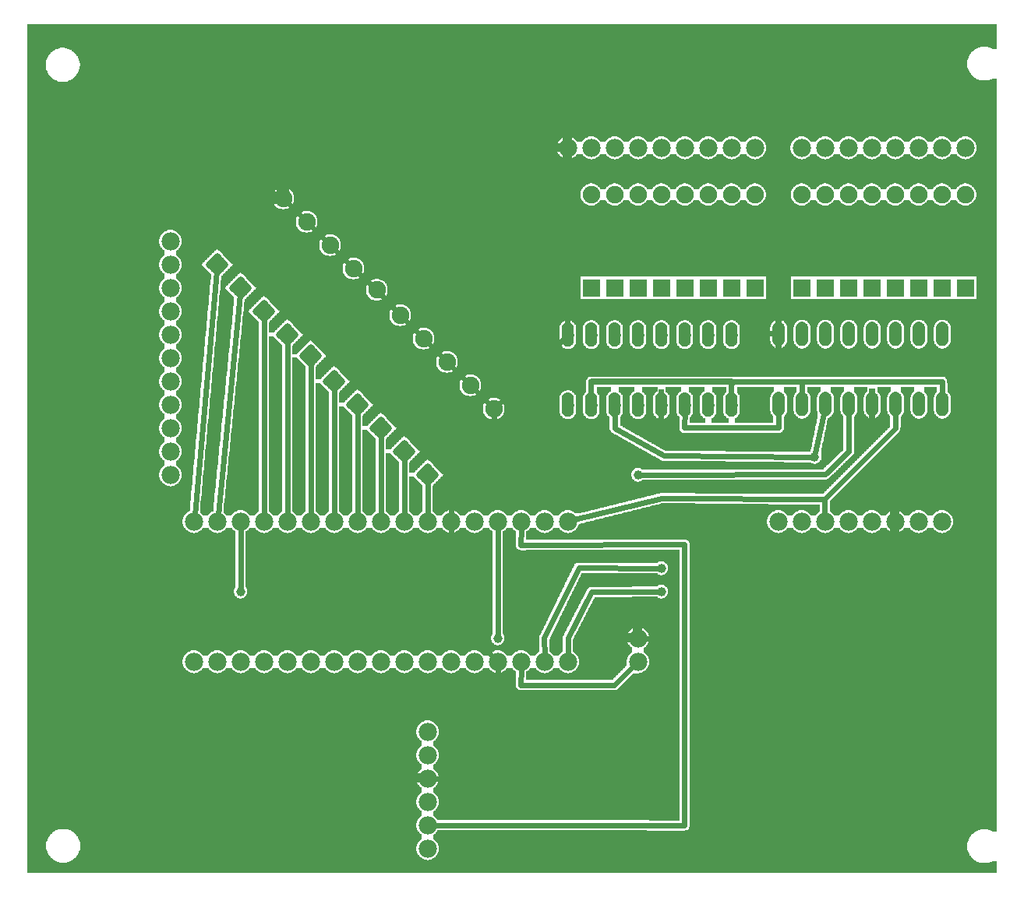
<source format=gbl>
G04 MADE WITH FRITZING*
G04 WWW.FRITZING.ORG*
G04 DOUBLE SIDED*
G04 HOLES PLATED*
G04 CONTOUR ON CENTER OF CONTOUR VECTOR*
%ASAXBY*%
%FSLAX23Y23*%
%MOIN*%
%OFA0B0*%
%SFA1.0B1.0*%
%ADD10C,0.075000*%
%ADD11C,0.078000*%
%ADD12C,0.039370*%
%ADD13C,0.052000*%
%ADD14R,0.075000X0.075000*%
%ADD15C,0.024000*%
%ADD16C,0.020000*%
%ADD17R,0.001000X0.001000*%
%LNCOPPER0*%
G90*
G70*
G54D10*
X3143Y2058D03*
X344Y3518D03*
G54D11*
X3153Y3144D03*
X3053Y3144D03*
X2953Y3144D03*
X2853Y3144D03*
X2753Y3144D03*
X2653Y3144D03*
X2553Y3144D03*
X2453Y3144D03*
X2353Y3144D03*
X653Y1744D03*
X653Y1844D03*
X653Y1944D03*
X653Y2044D03*
X653Y2144D03*
X653Y2244D03*
X653Y2344D03*
X653Y2444D03*
X653Y2544D03*
X653Y2644D03*
X653Y2744D03*
X753Y944D03*
X853Y944D03*
X953Y944D03*
X1053Y944D03*
X1153Y944D03*
X1253Y944D03*
X1353Y944D03*
X1453Y944D03*
X1553Y944D03*
X1653Y944D03*
X1753Y944D03*
X1853Y944D03*
X1953Y944D03*
X2053Y944D03*
X2153Y944D03*
X2253Y944D03*
X2353Y944D03*
X753Y1544D03*
X853Y1544D03*
X953Y1544D03*
X1053Y1544D03*
X1153Y1544D03*
X1253Y1544D03*
X1353Y1544D03*
X1453Y1544D03*
X1553Y1544D03*
X1653Y1544D03*
X1753Y1544D03*
X1853Y1544D03*
X1953Y1544D03*
X2053Y1544D03*
X2153Y1544D03*
X2253Y1544D03*
X2353Y1544D03*
G54D12*
X3408Y1820D03*
G54D13*
X3955Y2347D03*
X3855Y2347D03*
X3755Y2347D03*
X3655Y2347D03*
X3555Y2347D03*
X3455Y2347D03*
X3355Y2347D03*
X3255Y2347D03*
X3255Y2047D03*
X3355Y2047D03*
X3455Y2047D03*
X3555Y2047D03*
X3655Y2047D03*
X3755Y2047D03*
X3855Y2047D03*
X3955Y2047D03*
X3053Y2344D03*
X2953Y2344D03*
X2853Y2344D03*
X2753Y2344D03*
X2653Y2344D03*
X2553Y2344D03*
X2453Y2344D03*
X2353Y2344D03*
X2353Y2044D03*
X2453Y2044D03*
X2553Y2044D03*
X2653Y2044D03*
X2753Y2044D03*
X2853Y2044D03*
X2953Y2044D03*
X3053Y2044D03*
G54D11*
X1753Y644D03*
X1753Y544D03*
X1753Y444D03*
X1753Y344D03*
X1753Y244D03*
X1753Y144D03*
X2653Y1044D03*
X2653Y944D03*
G54D10*
X2553Y2544D03*
X2553Y2944D03*
X2953Y2544D03*
X2953Y2944D03*
X953Y2544D03*
X1236Y2827D03*
X1153Y2344D03*
X1436Y2627D03*
X1053Y2444D03*
X1336Y2727D03*
G54D12*
X953Y1244D03*
G54D10*
X3053Y2544D03*
X3053Y2944D03*
X2853Y2544D03*
X2853Y2944D03*
G54D12*
X2753Y1344D03*
G54D10*
X1253Y2253D03*
X1536Y2536D03*
X3153Y2544D03*
X3153Y2944D03*
X2653Y2544D03*
X2653Y2944D03*
G54D12*
X2753Y1244D03*
G54D10*
X2753Y2544D03*
X2753Y2944D03*
X2453Y2544D03*
X2453Y2944D03*
G54D12*
X2053Y1044D03*
G54D10*
X853Y2644D03*
X1136Y2927D03*
X3653Y2544D03*
X3653Y2944D03*
X3553Y2544D03*
X3553Y2944D03*
G54D11*
X3353Y3144D03*
X3453Y3144D03*
X3553Y3144D03*
X3653Y3144D03*
X3753Y3144D03*
X3853Y3144D03*
X3953Y3144D03*
X4053Y3144D03*
G54D10*
X3753Y2544D03*
X3753Y2944D03*
X3953Y2544D03*
X3953Y2944D03*
X4053Y2544D03*
X4053Y2944D03*
X3853Y2544D03*
X3853Y2944D03*
X1353Y2144D03*
X1636Y2427D03*
G54D11*
X3253Y1544D03*
X3353Y1544D03*
X3453Y1544D03*
X3553Y1544D03*
X3653Y1544D03*
X3753Y1544D03*
X3853Y1544D03*
X3953Y1544D03*
G54D10*
X1453Y2044D03*
X1736Y2327D03*
X1553Y1944D03*
X1836Y2227D03*
X1653Y1844D03*
X1936Y2127D03*
X3453Y2544D03*
X3453Y2944D03*
X1753Y1744D03*
X2036Y2027D03*
X3353Y2544D03*
X3353Y2944D03*
G54D12*
X2653Y1744D03*
G54D14*
X2553Y2544D03*
X2953Y2544D03*
X3053Y2544D03*
X2853Y2544D03*
X3153Y2544D03*
X2653Y2544D03*
X2753Y2544D03*
X2453Y2544D03*
X3653Y2544D03*
X3553Y2544D03*
X3753Y2544D03*
X3953Y2544D03*
X4053Y2544D03*
X3853Y2544D03*
X3453Y2544D03*
X3353Y2544D03*
G54D15*
X3953Y2143D02*
X3954Y2074D01*
D02*
X3353Y2143D02*
X3953Y2143D01*
D02*
X3451Y1640D02*
X2753Y1644D01*
D02*
X2753Y1644D02*
X2382Y1552D01*
D02*
X3753Y1942D02*
X3451Y1640D01*
D02*
X3754Y2020D02*
X3753Y1942D01*
D02*
X3451Y1640D02*
X3452Y1574D01*
D02*
X1854Y1145D02*
X1853Y1514D01*
D02*
X2032Y966D02*
X1854Y1145D01*
D02*
X1956Y2107D02*
X2016Y2047D01*
D02*
X1856Y2207D02*
X1916Y2147D01*
D02*
X1756Y2307D02*
X1816Y2247D01*
D02*
X1656Y2407D02*
X1716Y2347D01*
D02*
X1555Y2515D02*
X1616Y2448D01*
D02*
X1457Y2608D02*
X1515Y2555D01*
D02*
X1356Y2707D02*
X1416Y2647D01*
D02*
X1256Y2807D02*
X1316Y2747D01*
D02*
X1216Y2847D02*
X1156Y2907D01*
D02*
X2056Y2047D02*
X2334Y2325D01*
D02*
X953Y1263D02*
X953Y1514D01*
D02*
X2053Y1063D02*
X2053Y1514D01*
D02*
X2353Y1045D02*
X2353Y974D01*
D02*
X2455Y1242D02*
X2353Y1045D01*
D02*
X2734Y1244D02*
X2455Y1242D01*
D02*
X2252Y1045D02*
X2253Y974D01*
D02*
X2399Y1347D02*
X2252Y1045D01*
D02*
X2734Y1344D02*
X2399Y1347D01*
D02*
X2152Y844D02*
X2153Y914D01*
D02*
X2552Y844D02*
X2152Y844D01*
D02*
X2632Y923D02*
X2552Y844D01*
D02*
X2152Y1443D02*
X2153Y1514D01*
D02*
X2852Y1445D02*
X2152Y1443D01*
D02*
X2852Y243D02*
X2852Y1445D01*
D02*
X1783Y244D02*
X2852Y243D01*
D02*
X1783Y444D02*
X2052Y442D01*
D02*
X2052Y743D02*
X2053Y914D01*
D02*
X2052Y442D02*
X2052Y743D01*
D02*
X756Y1574D02*
X850Y2616D01*
D02*
X856Y1574D02*
X950Y2516D01*
D02*
X1053Y1574D02*
X1053Y2416D01*
D02*
X1153Y1574D02*
X1153Y2316D01*
D02*
X1253Y1574D02*
X1253Y2225D01*
D02*
X1353Y1574D02*
X1353Y2116D01*
D02*
X1453Y1574D02*
X1453Y2016D01*
D02*
X1553Y1574D02*
X1553Y1916D01*
D02*
X1653Y1574D02*
X1653Y1816D01*
D02*
X1753Y1574D02*
X1753Y1716D01*
D02*
X3555Y1843D02*
X3555Y2020D01*
D02*
X3453Y1745D02*
X3555Y1843D01*
D02*
X2672Y1744D02*
X3453Y1745D01*
D02*
X1854Y1644D02*
X1853Y1574D01*
D02*
X2040Y1830D02*
X1854Y1644D01*
D02*
X2036Y1998D02*
X2040Y1830D01*
D02*
X3254Y1945D02*
X3255Y2020D01*
D02*
X2852Y1945D02*
X3254Y1945D01*
D02*
X2853Y2017D02*
X2852Y1945D01*
D02*
X3412Y1839D02*
X3449Y2020D01*
D02*
X2763Y1825D02*
X3390Y1820D01*
D02*
X2554Y1944D02*
X2763Y1825D01*
D02*
X2554Y1945D02*
X2554Y1944D01*
D02*
X2553Y2017D02*
X2554Y1945D01*
D02*
X3353Y2143D02*
X3354Y2074D01*
D02*
X3254Y2143D02*
X3353Y2143D01*
D02*
X3054Y2143D02*
X3254Y2143D01*
D02*
X2753Y1043D02*
X2683Y1044D01*
D02*
X2753Y745D02*
X2753Y1043D01*
D02*
X2052Y743D02*
X2753Y745D01*
G36*
X1074Y2336D02*
X1074Y1586D01*
X1078Y1586D01*
X1078Y1584D01*
X1080Y1584D01*
X1080Y1582D01*
X1082Y1582D01*
X1082Y1580D01*
X1084Y1580D01*
X1084Y1578D01*
X1088Y1578D01*
X1088Y1574D01*
X1090Y1574D01*
X1090Y1572D01*
X1092Y1572D01*
X1092Y1570D01*
X1114Y1570D01*
X1114Y1572D01*
X1116Y1572D01*
X1116Y1576D01*
X1118Y1576D01*
X1118Y1578D01*
X1120Y1578D01*
X1120Y1580D01*
X1124Y1580D01*
X1124Y1582D01*
X1126Y1582D01*
X1126Y1584D01*
X1128Y1584D01*
X1128Y1586D01*
X1130Y1586D01*
X1130Y2300D01*
X1128Y2300D01*
X1128Y2302D01*
X1126Y2302D01*
X1126Y2304D01*
X1124Y2304D01*
X1124Y2306D01*
X1122Y2306D01*
X1122Y2308D01*
X1120Y2308D01*
X1120Y2310D01*
X1118Y2310D01*
X1118Y2312D01*
X1116Y2312D01*
X1116Y2314D01*
X1114Y2314D01*
X1114Y2316D01*
X1112Y2316D01*
X1112Y2318D01*
X1110Y2318D01*
X1110Y2320D01*
X1108Y2320D01*
X1108Y2322D01*
X1106Y2322D01*
X1106Y2324D01*
X1104Y2324D01*
X1104Y2326D01*
X1102Y2326D01*
X1102Y2328D01*
X1100Y2328D01*
X1100Y2330D01*
X1098Y2330D01*
X1098Y2332D01*
X1096Y2332D01*
X1096Y2334D01*
X1094Y2334D01*
X1094Y2336D01*
X1074Y2336D01*
G37*
D02*
G36*
X1174Y2246D02*
X1174Y1586D01*
X1178Y1586D01*
X1178Y1584D01*
X1180Y1584D01*
X1180Y1582D01*
X1182Y1582D01*
X1182Y1580D01*
X1184Y1580D01*
X1184Y1578D01*
X1188Y1578D01*
X1188Y1574D01*
X1190Y1574D01*
X1190Y1572D01*
X1192Y1572D01*
X1192Y1570D01*
X1214Y1570D01*
X1214Y1572D01*
X1216Y1572D01*
X1216Y1576D01*
X1218Y1576D01*
X1218Y1578D01*
X1220Y1578D01*
X1220Y1580D01*
X1224Y1580D01*
X1224Y1582D01*
X1226Y1582D01*
X1226Y1584D01*
X1228Y1584D01*
X1228Y1586D01*
X1230Y1586D01*
X1230Y2210D01*
X1228Y2210D01*
X1228Y2212D01*
X1226Y2212D01*
X1226Y2214D01*
X1224Y2214D01*
X1224Y2216D01*
X1222Y2216D01*
X1222Y2218D01*
X1220Y2218D01*
X1220Y2220D01*
X1218Y2220D01*
X1218Y2222D01*
X1216Y2222D01*
X1216Y2224D01*
X1214Y2224D01*
X1214Y2226D01*
X1212Y2226D01*
X1212Y2228D01*
X1210Y2228D01*
X1210Y2230D01*
X1208Y2230D01*
X1208Y2232D01*
X1206Y2232D01*
X1206Y2234D01*
X1204Y2234D01*
X1204Y2236D01*
X1202Y2236D01*
X1202Y2238D01*
X1200Y2238D01*
X1200Y2240D01*
X1198Y2240D01*
X1198Y2242D01*
X1196Y2242D01*
X1196Y2244D01*
X1194Y2244D01*
X1194Y2246D01*
X1174Y2246D01*
G37*
D02*
G36*
X1274Y2136D02*
X1274Y1586D01*
X1278Y1586D01*
X1278Y1584D01*
X1280Y1584D01*
X1280Y1582D01*
X1282Y1582D01*
X1282Y1580D01*
X1284Y1580D01*
X1284Y1578D01*
X1288Y1578D01*
X1288Y1574D01*
X1290Y1574D01*
X1290Y1572D01*
X1292Y1572D01*
X1292Y1570D01*
X1314Y1570D01*
X1314Y1572D01*
X1316Y1572D01*
X1316Y1576D01*
X1318Y1576D01*
X1318Y1578D01*
X1320Y1578D01*
X1320Y1580D01*
X1324Y1580D01*
X1324Y1582D01*
X1326Y1582D01*
X1326Y1584D01*
X1328Y1584D01*
X1328Y1586D01*
X1330Y1586D01*
X1330Y2100D01*
X1328Y2100D01*
X1328Y2102D01*
X1326Y2102D01*
X1326Y2104D01*
X1324Y2104D01*
X1324Y2106D01*
X1322Y2106D01*
X1322Y2108D01*
X1320Y2108D01*
X1320Y2110D01*
X1318Y2110D01*
X1318Y2112D01*
X1316Y2112D01*
X1316Y2114D01*
X1314Y2114D01*
X1314Y2116D01*
X1312Y2116D01*
X1312Y2118D01*
X1310Y2118D01*
X1310Y2120D01*
X1308Y2120D01*
X1308Y2122D01*
X1306Y2122D01*
X1306Y2124D01*
X1304Y2124D01*
X1304Y2126D01*
X1302Y2126D01*
X1302Y2128D01*
X1300Y2128D01*
X1300Y2130D01*
X1298Y2130D01*
X1298Y2132D01*
X1296Y2132D01*
X1296Y2134D01*
X1294Y2134D01*
X1294Y2136D01*
X1274Y2136D01*
G37*
D02*
G36*
X2570Y2120D02*
X2570Y2100D01*
X2572Y2100D01*
X2572Y2098D01*
X2576Y2098D01*
X2576Y2096D01*
X2578Y2096D01*
X2578Y2094D01*
X2580Y2094D01*
X2580Y2092D01*
X2582Y2092D01*
X2582Y2088D01*
X2584Y2088D01*
X2584Y2086D01*
X2586Y2086D01*
X2586Y2080D01*
X2588Y2080D01*
X2588Y2008D01*
X2586Y2008D01*
X2586Y2002D01*
X2584Y2002D01*
X2584Y2000D01*
X2582Y2000D01*
X2582Y1996D01*
X2580Y1996D01*
X2580Y1994D01*
X2578Y1994D01*
X2578Y1992D01*
X2576Y1992D01*
X2576Y1982D01*
X2644Y1982D01*
X2644Y1984D01*
X2640Y1984D01*
X2640Y1986D01*
X2636Y1986D01*
X2636Y1988D01*
X2632Y1988D01*
X2632Y1990D01*
X2630Y1990D01*
X2630Y1992D01*
X2628Y1992D01*
X2628Y1994D01*
X2626Y1994D01*
X2626Y1996D01*
X2624Y1996D01*
X2624Y1998D01*
X2622Y1998D01*
X2622Y2002D01*
X2620Y2002D01*
X2620Y2006D01*
X2618Y2006D01*
X2618Y2016D01*
X2616Y2016D01*
X2616Y2072D01*
X2618Y2072D01*
X2618Y2082D01*
X2620Y2082D01*
X2620Y2086D01*
X2622Y2086D01*
X2622Y2088D01*
X2624Y2088D01*
X2624Y2092D01*
X2626Y2092D01*
X2626Y2094D01*
X2628Y2094D01*
X2628Y2096D01*
X2630Y2096D01*
X2630Y2098D01*
X2632Y2098D01*
X2632Y2100D01*
X2636Y2100D01*
X2636Y2120D01*
X2570Y2120D01*
G37*
D02*
G36*
X2670Y2120D02*
X2670Y2100D01*
X2672Y2100D01*
X2672Y2098D01*
X2676Y2098D01*
X2676Y2096D01*
X2678Y2096D01*
X2678Y2094D01*
X2680Y2094D01*
X2680Y2092D01*
X2682Y2092D01*
X2682Y2088D01*
X2684Y2088D01*
X2684Y2086D01*
X2686Y2086D01*
X2686Y2080D01*
X2688Y2080D01*
X2688Y2008D01*
X2686Y2008D01*
X2686Y2002D01*
X2684Y2002D01*
X2684Y2000D01*
X2682Y2000D01*
X2682Y1996D01*
X2680Y1996D01*
X2680Y1994D01*
X2678Y1994D01*
X2678Y1992D01*
X2676Y1992D01*
X2676Y1990D01*
X2674Y1990D01*
X2674Y1988D01*
X2670Y1988D01*
X2670Y1986D01*
X2666Y1986D01*
X2666Y1984D01*
X2660Y1984D01*
X2660Y1982D01*
X2744Y1982D01*
X2744Y1984D01*
X2740Y1984D01*
X2740Y1986D01*
X2736Y1986D01*
X2736Y1988D01*
X2732Y1988D01*
X2732Y1990D01*
X2730Y1990D01*
X2730Y1992D01*
X2728Y1992D01*
X2728Y1994D01*
X2726Y1994D01*
X2726Y1996D01*
X2724Y1996D01*
X2724Y1998D01*
X2722Y1998D01*
X2722Y2002D01*
X2720Y2002D01*
X2720Y2006D01*
X2718Y2006D01*
X2718Y2016D01*
X2716Y2016D01*
X2716Y2072D01*
X2718Y2072D01*
X2718Y2082D01*
X2720Y2082D01*
X2720Y2086D01*
X2722Y2086D01*
X2722Y2088D01*
X2724Y2088D01*
X2724Y2092D01*
X2726Y2092D01*
X2726Y2094D01*
X2728Y2094D01*
X2728Y2096D01*
X2730Y2096D01*
X2730Y2098D01*
X2732Y2098D01*
X2732Y2100D01*
X2736Y2100D01*
X2736Y2120D01*
X2670Y2120D01*
G37*
D02*
G36*
X2770Y2120D02*
X2770Y2100D01*
X2772Y2100D01*
X2772Y2098D01*
X2776Y2098D01*
X2776Y2096D01*
X2778Y2096D01*
X2778Y2094D01*
X2780Y2094D01*
X2780Y2092D01*
X2782Y2092D01*
X2782Y2088D01*
X2784Y2088D01*
X2784Y2086D01*
X2786Y2086D01*
X2786Y2080D01*
X2788Y2080D01*
X2788Y2008D01*
X2786Y2008D01*
X2786Y2002D01*
X2784Y2002D01*
X2784Y2000D01*
X2782Y2000D01*
X2782Y1996D01*
X2780Y1996D01*
X2780Y1994D01*
X2778Y1994D01*
X2778Y1992D01*
X2776Y1992D01*
X2776Y1990D01*
X2774Y1990D01*
X2774Y1988D01*
X2770Y1988D01*
X2770Y1986D01*
X2766Y1986D01*
X2766Y1984D01*
X2760Y1984D01*
X2760Y1982D01*
X2830Y1982D01*
X2830Y1992D01*
X2828Y1992D01*
X2828Y1994D01*
X2826Y1994D01*
X2826Y1996D01*
X2824Y1996D01*
X2824Y1998D01*
X2822Y1998D01*
X2822Y2002D01*
X2820Y2002D01*
X2820Y2006D01*
X2818Y2006D01*
X2818Y2016D01*
X2816Y2016D01*
X2816Y2072D01*
X2818Y2072D01*
X2818Y2082D01*
X2820Y2082D01*
X2820Y2086D01*
X2822Y2086D01*
X2822Y2088D01*
X2824Y2088D01*
X2824Y2092D01*
X2826Y2092D01*
X2826Y2094D01*
X2828Y2094D01*
X2828Y2096D01*
X2830Y2096D01*
X2830Y2098D01*
X2832Y2098D01*
X2832Y2100D01*
X2836Y2100D01*
X2836Y2120D01*
X2770Y2120D01*
G37*
D02*
G36*
X3276Y2120D02*
X3276Y2100D01*
X3278Y2100D01*
X3278Y2098D01*
X3280Y2098D01*
X3280Y2096D01*
X3282Y2096D01*
X3282Y2094D01*
X3284Y2094D01*
X3284Y2090D01*
X3286Y2090D01*
X3286Y2088D01*
X3288Y2088D01*
X3288Y2082D01*
X3290Y2082D01*
X3290Y2010D01*
X3288Y2010D01*
X3288Y2006D01*
X3286Y2006D01*
X3286Y2002D01*
X3284Y2002D01*
X3284Y2000D01*
X3282Y2000D01*
X3282Y1996D01*
X3280Y1996D01*
X3280Y1994D01*
X3276Y1994D01*
X3276Y1984D01*
X3348Y1984D01*
X3348Y1986D01*
X3342Y1986D01*
X3342Y1988D01*
X3338Y1988D01*
X3338Y1990D01*
X3336Y1990D01*
X3336Y1992D01*
X3332Y1992D01*
X3332Y1994D01*
X3330Y1994D01*
X3330Y1996D01*
X3328Y1996D01*
X3328Y1998D01*
X3326Y1998D01*
X3326Y2002D01*
X3324Y2002D01*
X3324Y2004D01*
X3322Y2004D01*
X3322Y2008D01*
X3320Y2008D01*
X3320Y2016D01*
X3318Y2016D01*
X3318Y2076D01*
X3320Y2076D01*
X3320Y2084D01*
X3322Y2084D01*
X3322Y2088D01*
X3324Y2088D01*
X3324Y2092D01*
X3326Y2092D01*
X3326Y2094D01*
X3328Y2094D01*
X3328Y2096D01*
X3330Y2096D01*
X3330Y2098D01*
X3332Y2098D01*
X3332Y2120D01*
X3276Y2120D01*
G37*
D02*
G36*
X3376Y2120D02*
X3376Y2100D01*
X3378Y2100D01*
X3378Y2098D01*
X3380Y2098D01*
X3380Y2096D01*
X3382Y2096D01*
X3382Y2094D01*
X3384Y2094D01*
X3384Y2090D01*
X3386Y2090D01*
X3386Y2088D01*
X3388Y2088D01*
X3388Y2082D01*
X3390Y2082D01*
X3390Y2010D01*
X3388Y2010D01*
X3388Y2006D01*
X3386Y2006D01*
X3386Y2002D01*
X3384Y2002D01*
X3384Y2000D01*
X3382Y2000D01*
X3382Y1996D01*
X3380Y1996D01*
X3380Y1994D01*
X3376Y1994D01*
X3376Y1992D01*
X3374Y1992D01*
X3374Y1990D01*
X3372Y1990D01*
X3372Y1988D01*
X3368Y1988D01*
X3368Y1986D01*
X3360Y1986D01*
X3360Y1984D01*
X3420Y1984D01*
X3420Y2016D01*
X3418Y2016D01*
X3418Y2076D01*
X3420Y2076D01*
X3420Y2084D01*
X3422Y2084D01*
X3422Y2088D01*
X3424Y2088D01*
X3424Y2092D01*
X3426Y2092D01*
X3426Y2094D01*
X3428Y2094D01*
X3428Y2096D01*
X3430Y2096D01*
X3430Y2098D01*
X3432Y2098D01*
X3432Y2100D01*
X3434Y2100D01*
X3434Y2120D01*
X3376Y2120D01*
G37*
D02*
G36*
X3276Y1984D02*
X3276Y1982D01*
X3420Y1982D01*
X3420Y1984D01*
X3276Y1984D01*
G37*
D02*
G36*
X3276Y1984D02*
X3276Y1982D01*
X3420Y1982D01*
X3420Y1984D01*
X3276Y1984D01*
G37*
D02*
G36*
X2576Y1982D02*
X2576Y1980D01*
X2830Y1980D01*
X2830Y1982D01*
X2576Y1982D01*
G37*
D02*
G36*
X2576Y1982D02*
X2576Y1980D01*
X2830Y1980D01*
X2830Y1982D01*
X2576Y1982D01*
G37*
D02*
G36*
X2576Y1982D02*
X2576Y1980D01*
X2830Y1980D01*
X2830Y1982D01*
X2576Y1982D01*
G37*
D02*
G36*
X3276Y1982D02*
X3276Y1938D01*
X3274Y1938D01*
X3274Y1934D01*
X3272Y1934D01*
X3272Y1930D01*
X3270Y1930D01*
X3270Y1928D01*
X3268Y1928D01*
X3268Y1926D01*
X3264Y1926D01*
X3264Y1924D01*
X3260Y1924D01*
X3260Y1922D01*
X3408Y1922D01*
X3408Y1932D01*
X3410Y1932D01*
X3410Y1942D01*
X3412Y1942D01*
X3412Y1952D01*
X3414Y1952D01*
X3414Y1962D01*
X3416Y1962D01*
X3416Y1972D01*
X3418Y1972D01*
X3418Y1982D01*
X3276Y1982D01*
G37*
D02*
G36*
X2576Y1980D02*
X2576Y1956D01*
X2578Y1956D01*
X2578Y1954D01*
X2582Y1954D01*
X2582Y1952D01*
X2586Y1952D01*
X2586Y1950D01*
X2588Y1950D01*
X2588Y1948D01*
X2592Y1948D01*
X2592Y1946D01*
X2596Y1946D01*
X2596Y1944D01*
X2600Y1944D01*
X2600Y1942D01*
X2602Y1942D01*
X2602Y1940D01*
X2606Y1940D01*
X2606Y1938D01*
X2610Y1938D01*
X2610Y1936D01*
X2614Y1936D01*
X2614Y1934D01*
X2618Y1934D01*
X2618Y1932D01*
X2620Y1932D01*
X2620Y1930D01*
X2624Y1930D01*
X2624Y1928D01*
X2628Y1928D01*
X2628Y1926D01*
X2632Y1926D01*
X2632Y1924D01*
X2634Y1924D01*
X2634Y1922D01*
X2850Y1922D01*
X2850Y1924D01*
X2842Y1924D01*
X2842Y1926D01*
X2840Y1926D01*
X2840Y1928D01*
X2836Y1928D01*
X2836Y1930D01*
X2834Y1930D01*
X2834Y1934D01*
X2832Y1934D01*
X2832Y1938D01*
X2830Y1938D01*
X2830Y1980D01*
X2576Y1980D01*
G37*
D02*
G36*
X2638Y1922D02*
X2638Y1920D01*
X3406Y1920D01*
X3406Y1922D01*
X2638Y1922D01*
G37*
D02*
G36*
X2638Y1922D02*
X2638Y1920D01*
X3406Y1920D01*
X3406Y1922D01*
X2638Y1922D01*
G37*
D02*
G36*
X2642Y1920D02*
X2642Y1918D01*
X2646Y1918D01*
X2646Y1916D01*
X2648Y1916D01*
X2648Y1914D01*
X2652Y1914D01*
X2652Y1912D01*
X2656Y1912D01*
X2656Y1910D01*
X2660Y1910D01*
X2660Y1908D01*
X2664Y1908D01*
X2664Y1906D01*
X2666Y1906D01*
X2666Y1904D01*
X2670Y1904D01*
X2670Y1902D01*
X2674Y1902D01*
X2674Y1900D01*
X2678Y1900D01*
X2678Y1898D01*
X2680Y1898D01*
X2680Y1896D01*
X2684Y1896D01*
X2684Y1894D01*
X2688Y1894D01*
X2688Y1892D01*
X2692Y1892D01*
X2692Y1890D01*
X2694Y1890D01*
X2694Y1888D01*
X2698Y1888D01*
X2698Y1886D01*
X2702Y1886D01*
X2702Y1884D01*
X2706Y1884D01*
X2706Y1882D01*
X2710Y1882D01*
X2710Y1880D01*
X2712Y1880D01*
X2712Y1878D01*
X2716Y1878D01*
X2716Y1876D01*
X2720Y1876D01*
X2720Y1874D01*
X2724Y1874D01*
X2724Y1872D01*
X2726Y1872D01*
X2726Y1870D01*
X2730Y1870D01*
X2730Y1868D01*
X2734Y1868D01*
X2734Y1866D01*
X2738Y1866D01*
X2738Y1864D01*
X2740Y1864D01*
X2740Y1862D01*
X2744Y1862D01*
X2744Y1860D01*
X2748Y1860D01*
X2748Y1858D01*
X2752Y1858D01*
X2752Y1856D01*
X2754Y1856D01*
X2754Y1854D01*
X2758Y1854D01*
X2758Y1852D01*
X2762Y1852D01*
X2762Y1850D01*
X2766Y1850D01*
X2766Y1848D01*
X2776Y1848D01*
X2776Y1846D01*
X3028Y1846D01*
X3028Y1844D01*
X3280Y1844D01*
X3280Y1842D01*
X3390Y1842D01*
X3390Y1844D01*
X3392Y1844D01*
X3392Y1854D01*
X3394Y1854D01*
X3394Y1864D01*
X3396Y1864D01*
X3396Y1874D01*
X3398Y1874D01*
X3398Y1884D01*
X3400Y1884D01*
X3400Y1894D01*
X3402Y1894D01*
X3402Y1904D01*
X3404Y1904D01*
X3404Y1912D01*
X3406Y1912D01*
X3406Y1920D01*
X2642Y1920D01*
G37*
D02*
G36*
X2870Y2120D02*
X2870Y2100D01*
X2872Y2100D01*
X2872Y2098D01*
X2876Y2098D01*
X2876Y2096D01*
X2878Y2096D01*
X2878Y2094D01*
X2880Y2094D01*
X2880Y2092D01*
X2882Y2092D01*
X2882Y2088D01*
X2884Y2088D01*
X2884Y2086D01*
X2886Y2086D01*
X2886Y2080D01*
X2888Y2080D01*
X2888Y2008D01*
X2886Y2008D01*
X2886Y2002D01*
X2884Y2002D01*
X2884Y2000D01*
X2882Y2000D01*
X2882Y1996D01*
X2880Y1996D01*
X2880Y1994D01*
X2878Y1994D01*
X2878Y1992D01*
X2876Y1992D01*
X2876Y1990D01*
X2874Y1990D01*
X2874Y1966D01*
X2940Y1966D01*
X2940Y1986D01*
X2936Y1986D01*
X2936Y1988D01*
X2932Y1988D01*
X2932Y1990D01*
X2930Y1990D01*
X2930Y1992D01*
X2928Y1992D01*
X2928Y1994D01*
X2926Y1994D01*
X2926Y1996D01*
X2924Y1996D01*
X2924Y1998D01*
X2922Y1998D01*
X2922Y2002D01*
X2920Y2002D01*
X2920Y2006D01*
X2918Y2006D01*
X2918Y2016D01*
X2916Y2016D01*
X2916Y2072D01*
X2918Y2072D01*
X2918Y2082D01*
X2920Y2082D01*
X2920Y2086D01*
X2922Y2086D01*
X2922Y2088D01*
X2924Y2088D01*
X2924Y2092D01*
X2926Y2092D01*
X2926Y2094D01*
X2928Y2094D01*
X2928Y2096D01*
X2930Y2096D01*
X2930Y2098D01*
X2932Y2098D01*
X2932Y2100D01*
X2936Y2100D01*
X2936Y2120D01*
X2870Y2120D01*
G37*
D02*
G36*
X2970Y2120D02*
X2970Y2100D01*
X2972Y2100D01*
X2972Y2098D01*
X2976Y2098D01*
X2976Y2096D01*
X2978Y2096D01*
X2978Y2094D01*
X2980Y2094D01*
X2980Y2092D01*
X2982Y2092D01*
X2982Y2088D01*
X2984Y2088D01*
X2984Y2086D01*
X2986Y2086D01*
X2986Y2080D01*
X2988Y2080D01*
X2988Y2008D01*
X2986Y2008D01*
X2986Y2002D01*
X2984Y2002D01*
X2984Y2000D01*
X2982Y2000D01*
X2982Y1996D01*
X2980Y1996D01*
X2980Y1994D01*
X2978Y1994D01*
X2978Y1992D01*
X2976Y1992D01*
X2976Y1990D01*
X2974Y1990D01*
X2974Y1988D01*
X2970Y1988D01*
X2970Y1986D01*
X2966Y1986D01*
X2966Y1966D01*
X3040Y1966D01*
X3040Y1986D01*
X3036Y1986D01*
X3036Y1988D01*
X3032Y1988D01*
X3032Y1990D01*
X3030Y1990D01*
X3030Y1992D01*
X3028Y1992D01*
X3028Y1994D01*
X3026Y1994D01*
X3026Y1996D01*
X3024Y1996D01*
X3024Y1998D01*
X3022Y1998D01*
X3022Y2002D01*
X3020Y2002D01*
X3020Y2006D01*
X3018Y2006D01*
X3018Y2016D01*
X3016Y2016D01*
X3016Y2072D01*
X3018Y2072D01*
X3018Y2082D01*
X3020Y2082D01*
X3020Y2086D01*
X3022Y2086D01*
X3022Y2088D01*
X3024Y2088D01*
X3024Y2092D01*
X3026Y2092D01*
X3026Y2094D01*
X3028Y2094D01*
X3028Y2096D01*
X3030Y2096D01*
X3030Y2098D01*
X3032Y2098D01*
X3032Y2120D01*
X2970Y2120D01*
G37*
D02*
G36*
X3076Y2120D02*
X3076Y2096D01*
X3078Y2096D01*
X3078Y2094D01*
X3080Y2094D01*
X3080Y2092D01*
X3082Y2092D01*
X3082Y2088D01*
X3084Y2088D01*
X3084Y2086D01*
X3086Y2086D01*
X3086Y2080D01*
X3088Y2080D01*
X3088Y2008D01*
X3086Y2008D01*
X3086Y2002D01*
X3084Y2002D01*
X3084Y2000D01*
X3082Y2000D01*
X3082Y1996D01*
X3080Y1996D01*
X3080Y1994D01*
X3078Y1994D01*
X3078Y1992D01*
X3076Y1992D01*
X3076Y1990D01*
X3074Y1990D01*
X3074Y1988D01*
X3070Y1988D01*
X3070Y1986D01*
X3066Y1986D01*
X3066Y1966D01*
X3232Y1966D01*
X3232Y1994D01*
X3230Y1994D01*
X3230Y1996D01*
X3228Y1996D01*
X3228Y1998D01*
X3226Y1998D01*
X3226Y2002D01*
X3224Y2002D01*
X3224Y2004D01*
X3222Y2004D01*
X3222Y2008D01*
X3220Y2008D01*
X3220Y2016D01*
X3218Y2016D01*
X3218Y2076D01*
X3220Y2076D01*
X3220Y2084D01*
X3222Y2084D01*
X3222Y2088D01*
X3224Y2088D01*
X3224Y2092D01*
X3226Y2092D01*
X3226Y2094D01*
X3228Y2094D01*
X3228Y2096D01*
X3230Y2096D01*
X3230Y2098D01*
X3232Y2098D01*
X3232Y2100D01*
X3234Y2100D01*
X3234Y2120D01*
X3076Y2120D01*
G37*
D02*
G36*
X1374Y2036D02*
X1374Y1586D01*
X1378Y1586D01*
X1378Y1584D01*
X1380Y1584D01*
X1380Y1582D01*
X1382Y1582D01*
X1382Y1580D01*
X1384Y1580D01*
X1384Y1578D01*
X1388Y1578D01*
X1388Y1574D01*
X1390Y1574D01*
X1390Y1572D01*
X1392Y1572D01*
X1392Y1570D01*
X1414Y1570D01*
X1414Y1572D01*
X1416Y1572D01*
X1416Y1576D01*
X1418Y1576D01*
X1418Y1578D01*
X1420Y1578D01*
X1420Y1580D01*
X1424Y1580D01*
X1424Y1582D01*
X1426Y1582D01*
X1426Y1584D01*
X1428Y1584D01*
X1428Y1586D01*
X1430Y1586D01*
X1430Y2000D01*
X1428Y2000D01*
X1428Y2002D01*
X1426Y2002D01*
X1426Y2004D01*
X1424Y2004D01*
X1424Y2006D01*
X1422Y2006D01*
X1422Y2008D01*
X1420Y2008D01*
X1420Y2010D01*
X1418Y2010D01*
X1418Y2012D01*
X1416Y2012D01*
X1416Y2014D01*
X1414Y2014D01*
X1414Y2016D01*
X1412Y2016D01*
X1412Y2018D01*
X1410Y2018D01*
X1410Y2020D01*
X1408Y2020D01*
X1408Y2022D01*
X1406Y2022D01*
X1406Y2024D01*
X1404Y2024D01*
X1404Y2026D01*
X1402Y2026D01*
X1402Y2028D01*
X1400Y2028D01*
X1400Y2030D01*
X1398Y2030D01*
X1398Y2032D01*
X1396Y2032D01*
X1396Y2034D01*
X1394Y2034D01*
X1394Y2036D01*
X1374Y2036D01*
G37*
D02*
G36*
X1474Y1936D02*
X1474Y1586D01*
X1478Y1586D01*
X1478Y1584D01*
X1480Y1584D01*
X1480Y1582D01*
X1482Y1582D01*
X1482Y1580D01*
X1484Y1580D01*
X1484Y1578D01*
X1488Y1578D01*
X1488Y1574D01*
X1490Y1574D01*
X1490Y1572D01*
X1492Y1572D01*
X1492Y1570D01*
X1514Y1570D01*
X1514Y1572D01*
X1516Y1572D01*
X1516Y1576D01*
X1518Y1576D01*
X1518Y1578D01*
X1520Y1578D01*
X1520Y1580D01*
X1524Y1580D01*
X1524Y1582D01*
X1526Y1582D01*
X1526Y1584D01*
X1528Y1584D01*
X1528Y1586D01*
X1530Y1586D01*
X1530Y1900D01*
X1528Y1900D01*
X1528Y1902D01*
X1526Y1902D01*
X1526Y1904D01*
X1524Y1904D01*
X1524Y1906D01*
X1522Y1906D01*
X1522Y1908D01*
X1520Y1908D01*
X1520Y1910D01*
X1518Y1910D01*
X1518Y1912D01*
X1516Y1912D01*
X1516Y1914D01*
X1514Y1914D01*
X1514Y1916D01*
X1512Y1916D01*
X1512Y1918D01*
X1510Y1918D01*
X1510Y1920D01*
X1508Y1920D01*
X1508Y1922D01*
X1506Y1922D01*
X1506Y1924D01*
X1504Y1924D01*
X1504Y1926D01*
X1502Y1926D01*
X1502Y1928D01*
X1500Y1928D01*
X1500Y1930D01*
X1498Y1930D01*
X1498Y1932D01*
X1496Y1932D01*
X1496Y1934D01*
X1494Y1934D01*
X1494Y1936D01*
X1474Y1936D01*
G37*
D02*
G36*
X1574Y1836D02*
X1574Y1586D01*
X1578Y1586D01*
X1578Y1584D01*
X1580Y1584D01*
X1580Y1582D01*
X1582Y1582D01*
X1582Y1580D01*
X1584Y1580D01*
X1584Y1578D01*
X1588Y1578D01*
X1588Y1574D01*
X1590Y1574D01*
X1590Y1572D01*
X1592Y1572D01*
X1592Y1570D01*
X1614Y1570D01*
X1614Y1572D01*
X1616Y1572D01*
X1616Y1576D01*
X1618Y1576D01*
X1618Y1578D01*
X1620Y1578D01*
X1620Y1580D01*
X1624Y1580D01*
X1624Y1582D01*
X1626Y1582D01*
X1626Y1584D01*
X1628Y1584D01*
X1628Y1586D01*
X1630Y1586D01*
X1630Y1800D01*
X1628Y1800D01*
X1628Y1802D01*
X1626Y1802D01*
X1626Y1804D01*
X1624Y1804D01*
X1624Y1806D01*
X1622Y1806D01*
X1622Y1808D01*
X1620Y1808D01*
X1620Y1810D01*
X1618Y1810D01*
X1618Y1812D01*
X1616Y1812D01*
X1616Y1814D01*
X1614Y1814D01*
X1614Y1816D01*
X1612Y1816D01*
X1612Y1818D01*
X1610Y1818D01*
X1610Y1820D01*
X1608Y1820D01*
X1608Y1822D01*
X1606Y1822D01*
X1606Y1824D01*
X1604Y1824D01*
X1604Y1826D01*
X1602Y1826D01*
X1602Y1828D01*
X1600Y1828D01*
X1600Y1830D01*
X1598Y1830D01*
X1598Y1832D01*
X1596Y1832D01*
X1596Y1834D01*
X1594Y1834D01*
X1594Y1836D01*
X1574Y1836D01*
G37*
D02*
G36*
X1674Y1736D02*
X1674Y1586D01*
X1678Y1586D01*
X1678Y1584D01*
X1680Y1584D01*
X1680Y1582D01*
X1682Y1582D01*
X1682Y1580D01*
X1684Y1580D01*
X1684Y1578D01*
X1688Y1578D01*
X1688Y1574D01*
X1690Y1574D01*
X1690Y1572D01*
X1692Y1572D01*
X1692Y1570D01*
X1714Y1570D01*
X1714Y1572D01*
X1716Y1572D01*
X1716Y1576D01*
X1718Y1576D01*
X1718Y1578D01*
X1720Y1578D01*
X1720Y1580D01*
X1724Y1580D01*
X1724Y1582D01*
X1726Y1582D01*
X1726Y1584D01*
X1728Y1584D01*
X1728Y1586D01*
X1730Y1586D01*
X1730Y1700D01*
X1728Y1700D01*
X1728Y1702D01*
X1726Y1702D01*
X1726Y1704D01*
X1724Y1704D01*
X1724Y1706D01*
X1722Y1706D01*
X1722Y1708D01*
X1720Y1708D01*
X1720Y1710D01*
X1718Y1710D01*
X1718Y1712D01*
X1716Y1712D01*
X1716Y1714D01*
X1714Y1714D01*
X1714Y1716D01*
X1712Y1716D01*
X1712Y1718D01*
X1710Y1718D01*
X1710Y1720D01*
X1708Y1720D01*
X1708Y1722D01*
X1706Y1722D01*
X1706Y1724D01*
X1704Y1724D01*
X1704Y1726D01*
X1702Y1726D01*
X1702Y1728D01*
X1700Y1728D01*
X1700Y1730D01*
X1698Y1730D01*
X1698Y1732D01*
X1696Y1732D01*
X1696Y1734D01*
X1694Y1734D01*
X1694Y1736D01*
X1674Y1736D01*
G37*
D02*
G36*
X40Y3674D02*
X40Y3578D01*
X4138Y3578D01*
X4138Y3576D01*
X4150Y3576D01*
X4150Y3574D01*
X4158Y3574D01*
X4158Y3572D01*
X4162Y3572D01*
X4162Y3570D01*
X4166Y3570D01*
X4166Y3568D01*
X4188Y3568D01*
X4188Y3674D01*
X40Y3674D01*
G37*
D02*
G36*
X40Y3578D02*
X40Y3572D01*
X202Y3572D01*
X202Y3570D01*
X212Y3570D01*
X212Y3568D01*
X218Y3568D01*
X218Y3566D01*
X222Y3566D01*
X222Y3564D01*
X226Y3564D01*
X226Y3562D01*
X230Y3562D01*
X230Y3560D01*
X232Y3560D01*
X232Y3558D01*
X236Y3558D01*
X236Y3556D01*
X238Y3556D01*
X238Y3554D01*
X240Y3554D01*
X240Y3552D01*
X242Y3552D01*
X242Y3550D01*
X244Y3550D01*
X244Y3548D01*
X246Y3548D01*
X246Y3546D01*
X248Y3546D01*
X248Y3544D01*
X250Y3544D01*
X250Y3542D01*
X252Y3542D01*
X252Y3538D01*
X254Y3538D01*
X254Y3536D01*
X256Y3536D01*
X256Y3532D01*
X258Y3532D01*
X258Y3528D01*
X260Y3528D01*
X260Y3522D01*
X262Y3522D01*
X262Y3516D01*
X264Y3516D01*
X264Y3506D01*
X266Y3506D01*
X266Y3492D01*
X264Y3492D01*
X264Y3480D01*
X262Y3480D01*
X262Y3474D01*
X260Y3474D01*
X260Y3470D01*
X258Y3470D01*
X258Y3466D01*
X256Y3466D01*
X256Y3462D01*
X254Y3462D01*
X254Y3460D01*
X252Y3460D01*
X252Y3456D01*
X250Y3456D01*
X250Y3454D01*
X248Y3454D01*
X248Y3452D01*
X246Y3452D01*
X246Y3450D01*
X244Y3450D01*
X244Y3448D01*
X242Y3448D01*
X242Y3446D01*
X240Y3446D01*
X240Y3444D01*
X238Y3444D01*
X238Y3442D01*
X236Y3442D01*
X236Y3440D01*
X234Y3440D01*
X234Y3438D01*
X230Y3438D01*
X230Y3436D01*
X226Y3436D01*
X226Y3434D01*
X224Y3434D01*
X224Y3432D01*
X4118Y3432D01*
X4118Y3434D01*
X4112Y3434D01*
X4112Y3436D01*
X4106Y3436D01*
X4106Y3438D01*
X4102Y3438D01*
X4102Y3440D01*
X4098Y3440D01*
X4098Y3442D01*
X4096Y3442D01*
X4096Y3444D01*
X4092Y3444D01*
X4092Y3446D01*
X4090Y3446D01*
X4090Y3448D01*
X4088Y3448D01*
X4088Y3450D01*
X4084Y3450D01*
X4084Y3452D01*
X4082Y3452D01*
X4082Y3454D01*
X4080Y3454D01*
X4080Y3458D01*
X4078Y3458D01*
X4078Y3460D01*
X4076Y3460D01*
X4076Y3462D01*
X4074Y3462D01*
X4074Y3466D01*
X4072Y3466D01*
X4072Y3468D01*
X4070Y3468D01*
X4070Y3472D01*
X4068Y3472D01*
X4068Y3476D01*
X4066Y3476D01*
X4066Y3480D01*
X4064Y3480D01*
X4064Y3488D01*
X4062Y3488D01*
X4062Y3500D01*
X4060Y3500D01*
X4060Y3508D01*
X4062Y3508D01*
X4062Y3520D01*
X4064Y3520D01*
X4064Y3528D01*
X4066Y3528D01*
X4066Y3532D01*
X4068Y3532D01*
X4068Y3536D01*
X4070Y3536D01*
X4070Y3540D01*
X4072Y3540D01*
X4072Y3544D01*
X4074Y3544D01*
X4074Y3546D01*
X4076Y3546D01*
X4076Y3548D01*
X4078Y3548D01*
X4078Y3552D01*
X4080Y3552D01*
X4080Y3554D01*
X4082Y3554D01*
X4082Y3556D01*
X4084Y3556D01*
X4084Y3558D01*
X4086Y3558D01*
X4086Y3560D01*
X4090Y3560D01*
X4090Y3562D01*
X4092Y3562D01*
X4092Y3564D01*
X4094Y3564D01*
X4094Y3566D01*
X4098Y3566D01*
X4098Y3568D01*
X4102Y3568D01*
X4102Y3570D01*
X4106Y3570D01*
X4106Y3572D01*
X4110Y3572D01*
X4110Y3574D01*
X4118Y3574D01*
X4118Y3576D01*
X4130Y3576D01*
X4130Y3578D01*
X40Y3578D01*
G37*
D02*
G36*
X40Y3572D02*
X40Y3426D01*
X180Y3426D01*
X180Y3428D01*
X172Y3428D01*
X172Y3430D01*
X166Y3430D01*
X166Y3432D01*
X162Y3432D01*
X162Y3434D01*
X158Y3434D01*
X158Y3436D01*
X154Y3436D01*
X154Y3438D01*
X152Y3438D01*
X152Y3440D01*
X148Y3440D01*
X148Y3442D01*
X146Y3442D01*
X146Y3444D01*
X144Y3444D01*
X144Y3446D01*
X142Y3446D01*
X142Y3448D01*
X140Y3448D01*
X140Y3450D01*
X138Y3450D01*
X138Y3452D01*
X136Y3452D01*
X136Y3454D01*
X134Y3454D01*
X134Y3458D01*
X132Y3458D01*
X132Y3460D01*
X130Y3460D01*
X130Y3464D01*
X128Y3464D01*
X128Y3468D01*
X126Y3468D01*
X126Y3472D01*
X124Y3472D01*
X124Y3478D01*
X122Y3478D01*
X122Y3484D01*
X120Y3484D01*
X120Y3514D01*
X122Y3514D01*
X122Y3520D01*
X124Y3520D01*
X124Y3526D01*
X126Y3526D01*
X126Y3530D01*
X128Y3530D01*
X128Y3534D01*
X130Y3534D01*
X130Y3538D01*
X132Y3538D01*
X132Y3540D01*
X134Y3540D01*
X134Y3542D01*
X136Y3542D01*
X136Y3546D01*
X138Y3546D01*
X138Y3548D01*
X140Y3548D01*
X140Y3550D01*
X142Y3550D01*
X142Y3552D01*
X144Y3552D01*
X144Y3554D01*
X148Y3554D01*
X148Y3556D01*
X150Y3556D01*
X150Y3558D01*
X152Y3558D01*
X152Y3560D01*
X156Y3560D01*
X156Y3562D01*
X158Y3562D01*
X158Y3564D01*
X162Y3564D01*
X162Y3566D01*
X168Y3566D01*
X168Y3568D01*
X174Y3568D01*
X174Y3570D01*
X182Y3570D01*
X182Y3572D01*
X40Y3572D01*
G37*
D02*
G36*
X4166Y3440D02*
X4166Y3438D01*
X4162Y3438D01*
X4162Y3436D01*
X4156Y3436D01*
X4156Y3434D01*
X4150Y3434D01*
X4150Y3432D01*
X4188Y3432D01*
X4188Y3440D01*
X4166Y3440D01*
G37*
D02*
G36*
X218Y3432D02*
X218Y3430D01*
X4188Y3430D01*
X4188Y3432D01*
X218Y3432D01*
G37*
D02*
G36*
X218Y3432D02*
X218Y3430D01*
X4188Y3430D01*
X4188Y3432D01*
X218Y3432D01*
G37*
D02*
G36*
X214Y3430D02*
X214Y3428D01*
X206Y3428D01*
X206Y3426D01*
X4188Y3426D01*
X4188Y3430D01*
X214Y3430D01*
G37*
D02*
G36*
X40Y3426D02*
X40Y3424D01*
X4188Y3424D01*
X4188Y3426D01*
X40Y3426D01*
G37*
D02*
G36*
X40Y3426D02*
X40Y3424D01*
X4188Y3424D01*
X4188Y3426D01*
X40Y3426D01*
G37*
D02*
G36*
X40Y3424D02*
X40Y3192D01*
X4064Y3192D01*
X4064Y3190D01*
X4070Y3190D01*
X4070Y3188D01*
X4074Y3188D01*
X4074Y3186D01*
X4078Y3186D01*
X4078Y3184D01*
X4080Y3184D01*
X4080Y3182D01*
X4082Y3182D01*
X4082Y3180D01*
X4084Y3180D01*
X4084Y3178D01*
X4088Y3178D01*
X4088Y3174D01*
X4090Y3174D01*
X4090Y3172D01*
X4092Y3172D01*
X4092Y3170D01*
X4094Y3170D01*
X4094Y3166D01*
X4096Y3166D01*
X4096Y3164D01*
X4098Y3164D01*
X4098Y3158D01*
X4100Y3158D01*
X4100Y3152D01*
X4102Y3152D01*
X4102Y3136D01*
X4100Y3136D01*
X4100Y3130D01*
X4098Y3130D01*
X4098Y3124D01*
X4096Y3124D01*
X4096Y3122D01*
X4094Y3122D01*
X4094Y3118D01*
X4092Y3118D01*
X4092Y3116D01*
X4090Y3116D01*
X4090Y3112D01*
X4088Y3112D01*
X4088Y3110D01*
X4086Y3110D01*
X4086Y3108D01*
X4082Y3108D01*
X4082Y3106D01*
X4080Y3106D01*
X4080Y3104D01*
X4078Y3104D01*
X4078Y3102D01*
X4074Y3102D01*
X4074Y3100D01*
X4070Y3100D01*
X4070Y3098D01*
X4066Y3098D01*
X4066Y3096D01*
X4056Y3096D01*
X4056Y3094D01*
X4188Y3094D01*
X4188Y3424D01*
X40Y3424D01*
G37*
D02*
G36*
X40Y3192D02*
X40Y3094D01*
X2350Y3094D01*
X2350Y3096D01*
X2340Y3096D01*
X2340Y3098D01*
X2336Y3098D01*
X2336Y3100D01*
X2332Y3100D01*
X2332Y3102D01*
X2328Y3102D01*
X2328Y3104D01*
X2326Y3104D01*
X2326Y3106D01*
X2322Y3106D01*
X2322Y3108D01*
X2320Y3108D01*
X2320Y3110D01*
X2318Y3110D01*
X2318Y3112D01*
X2316Y3112D01*
X2316Y3116D01*
X2314Y3116D01*
X2314Y3118D01*
X2312Y3118D01*
X2312Y3120D01*
X2310Y3120D01*
X2310Y3124D01*
X2308Y3124D01*
X2308Y3128D01*
X2306Y3128D01*
X2306Y3134D01*
X2304Y3134D01*
X2304Y3152D01*
X2306Y3152D01*
X2306Y3160D01*
X2308Y3160D01*
X2308Y3164D01*
X2310Y3164D01*
X2310Y3168D01*
X2312Y3168D01*
X2312Y3170D01*
X2314Y3170D01*
X2314Y3172D01*
X2316Y3172D01*
X2316Y3176D01*
X2318Y3176D01*
X2318Y3178D01*
X2320Y3178D01*
X2320Y3180D01*
X2324Y3180D01*
X2324Y3182D01*
X2326Y3182D01*
X2326Y3184D01*
X2328Y3184D01*
X2328Y3186D01*
X2332Y3186D01*
X2332Y3188D01*
X2336Y3188D01*
X2336Y3190D01*
X2340Y3190D01*
X2340Y3192D01*
X40Y3192D01*
G37*
D02*
G36*
X2364Y3192D02*
X2364Y3190D01*
X2370Y3190D01*
X2370Y3188D01*
X2374Y3188D01*
X2374Y3186D01*
X2378Y3186D01*
X2378Y3184D01*
X2380Y3184D01*
X2380Y3182D01*
X2382Y3182D01*
X2382Y3180D01*
X2384Y3180D01*
X2384Y3178D01*
X2388Y3178D01*
X2388Y3174D01*
X2390Y3174D01*
X2390Y3172D01*
X2392Y3172D01*
X2392Y3170D01*
X2414Y3170D01*
X2414Y3172D01*
X2416Y3172D01*
X2416Y3176D01*
X2418Y3176D01*
X2418Y3178D01*
X2420Y3178D01*
X2420Y3180D01*
X2424Y3180D01*
X2424Y3182D01*
X2426Y3182D01*
X2426Y3184D01*
X2428Y3184D01*
X2428Y3186D01*
X2432Y3186D01*
X2432Y3188D01*
X2436Y3188D01*
X2436Y3190D01*
X2440Y3190D01*
X2440Y3192D01*
X2364Y3192D01*
G37*
D02*
G36*
X2464Y3192D02*
X2464Y3190D01*
X2470Y3190D01*
X2470Y3188D01*
X2474Y3188D01*
X2474Y3186D01*
X2478Y3186D01*
X2478Y3184D01*
X2480Y3184D01*
X2480Y3182D01*
X2482Y3182D01*
X2482Y3180D01*
X2484Y3180D01*
X2484Y3178D01*
X2488Y3178D01*
X2488Y3174D01*
X2490Y3174D01*
X2490Y3172D01*
X2492Y3172D01*
X2492Y3170D01*
X2514Y3170D01*
X2514Y3172D01*
X2516Y3172D01*
X2516Y3176D01*
X2518Y3176D01*
X2518Y3178D01*
X2520Y3178D01*
X2520Y3180D01*
X2524Y3180D01*
X2524Y3182D01*
X2526Y3182D01*
X2526Y3184D01*
X2528Y3184D01*
X2528Y3186D01*
X2532Y3186D01*
X2532Y3188D01*
X2536Y3188D01*
X2536Y3190D01*
X2540Y3190D01*
X2540Y3192D01*
X2464Y3192D01*
G37*
D02*
G36*
X2564Y3192D02*
X2564Y3190D01*
X2570Y3190D01*
X2570Y3188D01*
X2574Y3188D01*
X2574Y3186D01*
X2578Y3186D01*
X2578Y3184D01*
X2580Y3184D01*
X2580Y3182D01*
X2582Y3182D01*
X2582Y3180D01*
X2584Y3180D01*
X2584Y3178D01*
X2588Y3178D01*
X2588Y3174D01*
X2590Y3174D01*
X2590Y3172D01*
X2592Y3172D01*
X2592Y3170D01*
X2614Y3170D01*
X2614Y3172D01*
X2616Y3172D01*
X2616Y3176D01*
X2618Y3176D01*
X2618Y3178D01*
X2620Y3178D01*
X2620Y3180D01*
X2624Y3180D01*
X2624Y3182D01*
X2626Y3182D01*
X2626Y3184D01*
X2628Y3184D01*
X2628Y3186D01*
X2632Y3186D01*
X2632Y3188D01*
X2636Y3188D01*
X2636Y3190D01*
X2640Y3190D01*
X2640Y3192D01*
X2564Y3192D01*
G37*
D02*
G36*
X2664Y3192D02*
X2664Y3190D01*
X2670Y3190D01*
X2670Y3188D01*
X2674Y3188D01*
X2674Y3186D01*
X2678Y3186D01*
X2678Y3184D01*
X2680Y3184D01*
X2680Y3182D01*
X2682Y3182D01*
X2682Y3180D01*
X2684Y3180D01*
X2684Y3178D01*
X2688Y3178D01*
X2688Y3174D01*
X2690Y3174D01*
X2690Y3172D01*
X2692Y3172D01*
X2692Y3170D01*
X2714Y3170D01*
X2714Y3172D01*
X2716Y3172D01*
X2716Y3176D01*
X2718Y3176D01*
X2718Y3178D01*
X2720Y3178D01*
X2720Y3180D01*
X2724Y3180D01*
X2724Y3182D01*
X2726Y3182D01*
X2726Y3184D01*
X2728Y3184D01*
X2728Y3186D01*
X2732Y3186D01*
X2732Y3188D01*
X2736Y3188D01*
X2736Y3190D01*
X2740Y3190D01*
X2740Y3192D01*
X2664Y3192D01*
G37*
D02*
G36*
X2764Y3192D02*
X2764Y3190D01*
X2770Y3190D01*
X2770Y3188D01*
X2774Y3188D01*
X2774Y3186D01*
X2778Y3186D01*
X2778Y3184D01*
X2780Y3184D01*
X2780Y3182D01*
X2782Y3182D01*
X2782Y3180D01*
X2784Y3180D01*
X2784Y3178D01*
X2788Y3178D01*
X2788Y3174D01*
X2790Y3174D01*
X2790Y3172D01*
X2792Y3172D01*
X2792Y3170D01*
X2814Y3170D01*
X2814Y3172D01*
X2816Y3172D01*
X2816Y3176D01*
X2818Y3176D01*
X2818Y3178D01*
X2820Y3178D01*
X2820Y3180D01*
X2824Y3180D01*
X2824Y3182D01*
X2826Y3182D01*
X2826Y3184D01*
X2828Y3184D01*
X2828Y3186D01*
X2832Y3186D01*
X2832Y3188D01*
X2836Y3188D01*
X2836Y3190D01*
X2840Y3190D01*
X2840Y3192D01*
X2764Y3192D01*
G37*
D02*
G36*
X2864Y3192D02*
X2864Y3190D01*
X2870Y3190D01*
X2870Y3188D01*
X2874Y3188D01*
X2874Y3186D01*
X2878Y3186D01*
X2878Y3184D01*
X2880Y3184D01*
X2880Y3182D01*
X2882Y3182D01*
X2882Y3180D01*
X2884Y3180D01*
X2884Y3178D01*
X2888Y3178D01*
X2888Y3174D01*
X2890Y3174D01*
X2890Y3172D01*
X2892Y3172D01*
X2892Y3170D01*
X2914Y3170D01*
X2914Y3172D01*
X2916Y3172D01*
X2916Y3176D01*
X2918Y3176D01*
X2918Y3178D01*
X2920Y3178D01*
X2920Y3180D01*
X2924Y3180D01*
X2924Y3182D01*
X2926Y3182D01*
X2926Y3184D01*
X2928Y3184D01*
X2928Y3186D01*
X2932Y3186D01*
X2932Y3188D01*
X2936Y3188D01*
X2936Y3190D01*
X2940Y3190D01*
X2940Y3192D01*
X2864Y3192D01*
G37*
D02*
G36*
X2964Y3192D02*
X2964Y3190D01*
X2970Y3190D01*
X2970Y3188D01*
X2974Y3188D01*
X2974Y3186D01*
X2978Y3186D01*
X2978Y3184D01*
X2980Y3184D01*
X2980Y3182D01*
X2982Y3182D01*
X2982Y3180D01*
X2984Y3180D01*
X2984Y3178D01*
X2988Y3178D01*
X2988Y3174D01*
X2990Y3174D01*
X2990Y3172D01*
X2992Y3172D01*
X2992Y3170D01*
X3014Y3170D01*
X3014Y3172D01*
X3016Y3172D01*
X3016Y3176D01*
X3018Y3176D01*
X3018Y3178D01*
X3020Y3178D01*
X3020Y3180D01*
X3024Y3180D01*
X3024Y3182D01*
X3026Y3182D01*
X3026Y3184D01*
X3028Y3184D01*
X3028Y3186D01*
X3032Y3186D01*
X3032Y3188D01*
X3036Y3188D01*
X3036Y3190D01*
X3040Y3190D01*
X3040Y3192D01*
X2964Y3192D01*
G37*
D02*
G36*
X3064Y3192D02*
X3064Y3190D01*
X3070Y3190D01*
X3070Y3188D01*
X3074Y3188D01*
X3074Y3186D01*
X3078Y3186D01*
X3078Y3184D01*
X3080Y3184D01*
X3080Y3182D01*
X3082Y3182D01*
X3082Y3180D01*
X3084Y3180D01*
X3084Y3178D01*
X3088Y3178D01*
X3088Y3174D01*
X3090Y3174D01*
X3090Y3172D01*
X3092Y3172D01*
X3092Y3170D01*
X3114Y3170D01*
X3114Y3172D01*
X3116Y3172D01*
X3116Y3176D01*
X3118Y3176D01*
X3118Y3178D01*
X3120Y3178D01*
X3120Y3180D01*
X3124Y3180D01*
X3124Y3182D01*
X3126Y3182D01*
X3126Y3184D01*
X3128Y3184D01*
X3128Y3186D01*
X3132Y3186D01*
X3132Y3188D01*
X3136Y3188D01*
X3136Y3190D01*
X3140Y3190D01*
X3140Y3192D01*
X3064Y3192D01*
G37*
D02*
G36*
X3164Y3192D02*
X3164Y3190D01*
X3170Y3190D01*
X3170Y3188D01*
X3174Y3188D01*
X3174Y3186D01*
X3178Y3186D01*
X3178Y3184D01*
X3180Y3184D01*
X3180Y3182D01*
X3182Y3182D01*
X3182Y3180D01*
X3184Y3180D01*
X3184Y3178D01*
X3188Y3178D01*
X3188Y3174D01*
X3190Y3174D01*
X3190Y3172D01*
X3192Y3172D01*
X3192Y3170D01*
X3194Y3170D01*
X3194Y3166D01*
X3196Y3166D01*
X3196Y3164D01*
X3198Y3164D01*
X3198Y3158D01*
X3200Y3158D01*
X3200Y3152D01*
X3202Y3152D01*
X3202Y3136D01*
X3200Y3136D01*
X3200Y3130D01*
X3198Y3130D01*
X3198Y3124D01*
X3196Y3124D01*
X3196Y3122D01*
X3194Y3122D01*
X3194Y3118D01*
X3192Y3118D01*
X3192Y3116D01*
X3190Y3116D01*
X3190Y3112D01*
X3188Y3112D01*
X3188Y3110D01*
X3186Y3110D01*
X3186Y3108D01*
X3182Y3108D01*
X3182Y3106D01*
X3180Y3106D01*
X3180Y3104D01*
X3178Y3104D01*
X3178Y3102D01*
X3174Y3102D01*
X3174Y3100D01*
X3170Y3100D01*
X3170Y3098D01*
X3166Y3098D01*
X3166Y3096D01*
X3156Y3096D01*
X3156Y3094D01*
X3350Y3094D01*
X3350Y3096D01*
X3340Y3096D01*
X3340Y3098D01*
X3336Y3098D01*
X3336Y3100D01*
X3332Y3100D01*
X3332Y3102D01*
X3328Y3102D01*
X3328Y3104D01*
X3326Y3104D01*
X3326Y3106D01*
X3322Y3106D01*
X3322Y3108D01*
X3320Y3108D01*
X3320Y3110D01*
X3318Y3110D01*
X3318Y3112D01*
X3316Y3112D01*
X3316Y3116D01*
X3314Y3116D01*
X3314Y3118D01*
X3312Y3118D01*
X3312Y3120D01*
X3310Y3120D01*
X3310Y3124D01*
X3308Y3124D01*
X3308Y3128D01*
X3306Y3128D01*
X3306Y3134D01*
X3304Y3134D01*
X3304Y3152D01*
X3306Y3152D01*
X3306Y3160D01*
X3308Y3160D01*
X3308Y3164D01*
X3310Y3164D01*
X3310Y3168D01*
X3312Y3168D01*
X3312Y3170D01*
X3314Y3170D01*
X3314Y3172D01*
X3316Y3172D01*
X3316Y3176D01*
X3318Y3176D01*
X3318Y3178D01*
X3320Y3178D01*
X3320Y3180D01*
X3324Y3180D01*
X3324Y3182D01*
X3326Y3182D01*
X3326Y3184D01*
X3328Y3184D01*
X3328Y3186D01*
X3332Y3186D01*
X3332Y3188D01*
X3336Y3188D01*
X3336Y3190D01*
X3340Y3190D01*
X3340Y3192D01*
X3164Y3192D01*
G37*
D02*
G36*
X3364Y3192D02*
X3364Y3190D01*
X3370Y3190D01*
X3370Y3188D01*
X3374Y3188D01*
X3374Y3186D01*
X3378Y3186D01*
X3378Y3184D01*
X3380Y3184D01*
X3380Y3182D01*
X3382Y3182D01*
X3382Y3180D01*
X3384Y3180D01*
X3384Y3178D01*
X3388Y3178D01*
X3388Y3174D01*
X3390Y3174D01*
X3390Y3172D01*
X3392Y3172D01*
X3392Y3170D01*
X3414Y3170D01*
X3414Y3172D01*
X3416Y3172D01*
X3416Y3176D01*
X3418Y3176D01*
X3418Y3178D01*
X3420Y3178D01*
X3420Y3180D01*
X3424Y3180D01*
X3424Y3182D01*
X3426Y3182D01*
X3426Y3184D01*
X3428Y3184D01*
X3428Y3186D01*
X3432Y3186D01*
X3432Y3188D01*
X3436Y3188D01*
X3436Y3190D01*
X3440Y3190D01*
X3440Y3192D01*
X3364Y3192D01*
G37*
D02*
G36*
X3464Y3192D02*
X3464Y3190D01*
X3470Y3190D01*
X3470Y3188D01*
X3474Y3188D01*
X3474Y3186D01*
X3478Y3186D01*
X3478Y3184D01*
X3480Y3184D01*
X3480Y3182D01*
X3482Y3182D01*
X3482Y3180D01*
X3484Y3180D01*
X3484Y3178D01*
X3488Y3178D01*
X3488Y3174D01*
X3490Y3174D01*
X3490Y3172D01*
X3492Y3172D01*
X3492Y3170D01*
X3514Y3170D01*
X3514Y3172D01*
X3516Y3172D01*
X3516Y3176D01*
X3518Y3176D01*
X3518Y3178D01*
X3520Y3178D01*
X3520Y3180D01*
X3524Y3180D01*
X3524Y3182D01*
X3526Y3182D01*
X3526Y3184D01*
X3528Y3184D01*
X3528Y3186D01*
X3532Y3186D01*
X3532Y3188D01*
X3536Y3188D01*
X3536Y3190D01*
X3540Y3190D01*
X3540Y3192D01*
X3464Y3192D01*
G37*
D02*
G36*
X3564Y3192D02*
X3564Y3190D01*
X3570Y3190D01*
X3570Y3188D01*
X3574Y3188D01*
X3574Y3186D01*
X3578Y3186D01*
X3578Y3184D01*
X3580Y3184D01*
X3580Y3182D01*
X3582Y3182D01*
X3582Y3180D01*
X3584Y3180D01*
X3584Y3178D01*
X3588Y3178D01*
X3588Y3174D01*
X3590Y3174D01*
X3590Y3172D01*
X3592Y3172D01*
X3592Y3170D01*
X3614Y3170D01*
X3614Y3172D01*
X3616Y3172D01*
X3616Y3176D01*
X3618Y3176D01*
X3618Y3178D01*
X3620Y3178D01*
X3620Y3180D01*
X3624Y3180D01*
X3624Y3182D01*
X3626Y3182D01*
X3626Y3184D01*
X3628Y3184D01*
X3628Y3186D01*
X3632Y3186D01*
X3632Y3188D01*
X3636Y3188D01*
X3636Y3190D01*
X3640Y3190D01*
X3640Y3192D01*
X3564Y3192D01*
G37*
D02*
G36*
X3664Y3192D02*
X3664Y3190D01*
X3670Y3190D01*
X3670Y3188D01*
X3674Y3188D01*
X3674Y3186D01*
X3678Y3186D01*
X3678Y3184D01*
X3680Y3184D01*
X3680Y3182D01*
X3682Y3182D01*
X3682Y3180D01*
X3684Y3180D01*
X3684Y3178D01*
X3688Y3178D01*
X3688Y3174D01*
X3690Y3174D01*
X3690Y3172D01*
X3692Y3172D01*
X3692Y3170D01*
X3714Y3170D01*
X3714Y3172D01*
X3716Y3172D01*
X3716Y3176D01*
X3718Y3176D01*
X3718Y3178D01*
X3720Y3178D01*
X3720Y3180D01*
X3724Y3180D01*
X3724Y3182D01*
X3726Y3182D01*
X3726Y3184D01*
X3728Y3184D01*
X3728Y3186D01*
X3732Y3186D01*
X3732Y3188D01*
X3736Y3188D01*
X3736Y3190D01*
X3740Y3190D01*
X3740Y3192D01*
X3664Y3192D01*
G37*
D02*
G36*
X3764Y3192D02*
X3764Y3190D01*
X3770Y3190D01*
X3770Y3188D01*
X3774Y3188D01*
X3774Y3186D01*
X3778Y3186D01*
X3778Y3184D01*
X3780Y3184D01*
X3780Y3182D01*
X3782Y3182D01*
X3782Y3180D01*
X3784Y3180D01*
X3784Y3178D01*
X3788Y3178D01*
X3788Y3174D01*
X3790Y3174D01*
X3790Y3172D01*
X3792Y3172D01*
X3792Y3170D01*
X3814Y3170D01*
X3814Y3172D01*
X3816Y3172D01*
X3816Y3176D01*
X3818Y3176D01*
X3818Y3178D01*
X3820Y3178D01*
X3820Y3180D01*
X3824Y3180D01*
X3824Y3182D01*
X3826Y3182D01*
X3826Y3184D01*
X3828Y3184D01*
X3828Y3186D01*
X3832Y3186D01*
X3832Y3188D01*
X3836Y3188D01*
X3836Y3190D01*
X3840Y3190D01*
X3840Y3192D01*
X3764Y3192D01*
G37*
D02*
G36*
X3864Y3192D02*
X3864Y3190D01*
X3870Y3190D01*
X3870Y3188D01*
X3874Y3188D01*
X3874Y3186D01*
X3878Y3186D01*
X3878Y3184D01*
X3880Y3184D01*
X3880Y3182D01*
X3882Y3182D01*
X3882Y3180D01*
X3884Y3180D01*
X3884Y3178D01*
X3888Y3178D01*
X3888Y3174D01*
X3890Y3174D01*
X3890Y3172D01*
X3892Y3172D01*
X3892Y3170D01*
X3914Y3170D01*
X3914Y3172D01*
X3916Y3172D01*
X3916Y3176D01*
X3918Y3176D01*
X3918Y3178D01*
X3920Y3178D01*
X3920Y3180D01*
X3924Y3180D01*
X3924Y3182D01*
X3926Y3182D01*
X3926Y3184D01*
X3928Y3184D01*
X3928Y3186D01*
X3932Y3186D01*
X3932Y3188D01*
X3936Y3188D01*
X3936Y3190D01*
X3940Y3190D01*
X3940Y3192D01*
X3864Y3192D01*
G37*
D02*
G36*
X3964Y3192D02*
X3964Y3190D01*
X3970Y3190D01*
X3970Y3188D01*
X3974Y3188D01*
X3974Y3186D01*
X3978Y3186D01*
X3978Y3184D01*
X3980Y3184D01*
X3980Y3182D01*
X3982Y3182D01*
X3982Y3180D01*
X3984Y3180D01*
X3984Y3178D01*
X3988Y3178D01*
X3988Y3174D01*
X3990Y3174D01*
X3990Y3172D01*
X3992Y3172D01*
X3992Y3170D01*
X4014Y3170D01*
X4014Y3172D01*
X4016Y3172D01*
X4016Y3176D01*
X4018Y3176D01*
X4018Y3178D01*
X4020Y3178D01*
X4020Y3180D01*
X4024Y3180D01*
X4024Y3182D01*
X4026Y3182D01*
X4026Y3184D01*
X4028Y3184D01*
X4028Y3186D01*
X4032Y3186D01*
X4032Y3188D01*
X4036Y3188D01*
X4036Y3190D01*
X4040Y3190D01*
X4040Y3192D01*
X3964Y3192D01*
G37*
D02*
G36*
X2392Y3118D02*
X2392Y3116D01*
X2390Y3116D01*
X2390Y3112D01*
X2388Y3112D01*
X2388Y3110D01*
X2386Y3110D01*
X2386Y3108D01*
X2382Y3108D01*
X2382Y3106D01*
X2380Y3106D01*
X2380Y3104D01*
X2378Y3104D01*
X2378Y3102D01*
X2374Y3102D01*
X2374Y3100D01*
X2370Y3100D01*
X2370Y3098D01*
X2366Y3098D01*
X2366Y3096D01*
X2356Y3096D01*
X2356Y3094D01*
X2450Y3094D01*
X2450Y3096D01*
X2440Y3096D01*
X2440Y3098D01*
X2436Y3098D01*
X2436Y3100D01*
X2432Y3100D01*
X2432Y3102D01*
X2428Y3102D01*
X2428Y3104D01*
X2426Y3104D01*
X2426Y3106D01*
X2422Y3106D01*
X2422Y3108D01*
X2420Y3108D01*
X2420Y3110D01*
X2418Y3110D01*
X2418Y3112D01*
X2416Y3112D01*
X2416Y3116D01*
X2414Y3116D01*
X2414Y3118D01*
X2392Y3118D01*
G37*
D02*
G36*
X2492Y3118D02*
X2492Y3116D01*
X2490Y3116D01*
X2490Y3112D01*
X2488Y3112D01*
X2488Y3110D01*
X2486Y3110D01*
X2486Y3108D01*
X2482Y3108D01*
X2482Y3106D01*
X2480Y3106D01*
X2480Y3104D01*
X2478Y3104D01*
X2478Y3102D01*
X2474Y3102D01*
X2474Y3100D01*
X2470Y3100D01*
X2470Y3098D01*
X2466Y3098D01*
X2466Y3096D01*
X2456Y3096D01*
X2456Y3094D01*
X2550Y3094D01*
X2550Y3096D01*
X2540Y3096D01*
X2540Y3098D01*
X2536Y3098D01*
X2536Y3100D01*
X2532Y3100D01*
X2532Y3102D01*
X2528Y3102D01*
X2528Y3104D01*
X2526Y3104D01*
X2526Y3106D01*
X2522Y3106D01*
X2522Y3108D01*
X2520Y3108D01*
X2520Y3110D01*
X2518Y3110D01*
X2518Y3112D01*
X2516Y3112D01*
X2516Y3116D01*
X2514Y3116D01*
X2514Y3118D01*
X2492Y3118D01*
G37*
D02*
G36*
X2592Y3118D02*
X2592Y3116D01*
X2590Y3116D01*
X2590Y3112D01*
X2588Y3112D01*
X2588Y3110D01*
X2586Y3110D01*
X2586Y3108D01*
X2582Y3108D01*
X2582Y3106D01*
X2580Y3106D01*
X2580Y3104D01*
X2578Y3104D01*
X2578Y3102D01*
X2574Y3102D01*
X2574Y3100D01*
X2570Y3100D01*
X2570Y3098D01*
X2566Y3098D01*
X2566Y3096D01*
X2556Y3096D01*
X2556Y3094D01*
X2650Y3094D01*
X2650Y3096D01*
X2640Y3096D01*
X2640Y3098D01*
X2636Y3098D01*
X2636Y3100D01*
X2632Y3100D01*
X2632Y3102D01*
X2628Y3102D01*
X2628Y3104D01*
X2626Y3104D01*
X2626Y3106D01*
X2622Y3106D01*
X2622Y3108D01*
X2620Y3108D01*
X2620Y3110D01*
X2618Y3110D01*
X2618Y3112D01*
X2616Y3112D01*
X2616Y3116D01*
X2614Y3116D01*
X2614Y3118D01*
X2592Y3118D01*
G37*
D02*
G36*
X2692Y3118D02*
X2692Y3116D01*
X2690Y3116D01*
X2690Y3112D01*
X2688Y3112D01*
X2688Y3110D01*
X2686Y3110D01*
X2686Y3108D01*
X2682Y3108D01*
X2682Y3106D01*
X2680Y3106D01*
X2680Y3104D01*
X2678Y3104D01*
X2678Y3102D01*
X2674Y3102D01*
X2674Y3100D01*
X2670Y3100D01*
X2670Y3098D01*
X2666Y3098D01*
X2666Y3096D01*
X2656Y3096D01*
X2656Y3094D01*
X2750Y3094D01*
X2750Y3096D01*
X2740Y3096D01*
X2740Y3098D01*
X2736Y3098D01*
X2736Y3100D01*
X2732Y3100D01*
X2732Y3102D01*
X2728Y3102D01*
X2728Y3104D01*
X2726Y3104D01*
X2726Y3106D01*
X2722Y3106D01*
X2722Y3108D01*
X2720Y3108D01*
X2720Y3110D01*
X2718Y3110D01*
X2718Y3112D01*
X2716Y3112D01*
X2716Y3116D01*
X2714Y3116D01*
X2714Y3118D01*
X2692Y3118D01*
G37*
D02*
G36*
X2792Y3118D02*
X2792Y3116D01*
X2790Y3116D01*
X2790Y3112D01*
X2788Y3112D01*
X2788Y3110D01*
X2786Y3110D01*
X2786Y3108D01*
X2782Y3108D01*
X2782Y3106D01*
X2780Y3106D01*
X2780Y3104D01*
X2778Y3104D01*
X2778Y3102D01*
X2774Y3102D01*
X2774Y3100D01*
X2770Y3100D01*
X2770Y3098D01*
X2766Y3098D01*
X2766Y3096D01*
X2756Y3096D01*
X2756Y3094D01*
X2850Y3094D01*
X2850Y3096D01*
X2840Y3096D01*
X2840Y3098D01*
X2836Y3098D01*
X2836Y3100D01*
X2832Y3100D01*
X2832Y3102D01*
X2828Y3102D01*
X2828Y3104D01*
X2826Y3104D01*
X2826Y3106D01*
X2822Y3106D01*
X2822Y3108D01*
X2820Y3108D01*
X2820Y3110D01*
X2818Y3110D01*
X2818Y3112D01*
X2816Y3112D01*
X2816Y3116D01*
X2814Y3116D01*
X2814Y3118D01*
X2792Y3118D01*
G37*
D02*
G36*
X2892Y3118D02*
X2892Y3116D01*
X2890Y3116D01*
X2890Y3112D01*
X2888Y3112D01*
X2888Y3110D01*
X2886Y3110D01*
X2886Y3108D01*
X2882Y3108D01*
X2882Y3106D01*
X2880Y3106D01*
X2880Y3104D01*
X2878Y3104D01*
X2878Y3102D01*
X2874Y3102D01*
X2874Y3100D01*
X2870Y3100D01*
X2870Y3098D01*
X2866Y3098D01*
X2866Y3096D01*
X2856Y3096D01*
X2856Y3094D01*
X2950Y3094D01*
X2950Y3096D01*
X2940Y3096D01*
X2940Y3098D01*
X2936Y3098D01*
X2936Y3100D01*
X2932Y3100D01*
X2932Y3102D01*
X2928Y3102D01*
X2928Y3104D01*
X2926Y3104D01*
X2926Y3106D01*
X2922Y3106D01*
X2922Y3108D01*
X2920Y3108D01*
X2920Y3110D01*
X2918Y3110D01*
X2918Y3112D01*
X2916Y3112D01*
X2916Y3116D01*
X2914Y3116D01*
X2914Y3118D01*
X2892Y3118D01*
G37*
D02*
G36*
X2992Y3118D02*
X2992Y3116D01*
X2990Y3116D01*
X2990Y3112D01*
X2988Y3112D01*
X2988Y3110D01*
X2986Y3110D01*
X2986Y3108D01*
X2982Y3108D01*
X2982Y3106D01*
X2980Y3106D01*
X2980Y3104D01*
X2978Y3104D01*
X2978Y3102D01*
X2974Y3102D01*
X2974Y3100D01*
X2970Y3100D01*
X2970Y3098D01*
X2966Y3098D01*
X2966Y3096D01*
X2956Y3096D01*
X2956Y3094D01*
X3050Y3094D01*
X3050Y3096D01*
X3040Y3096D01*
X3040Y3098D01*
X3036Y3098D01*
X3036Y3100D01*
X3032Y3100D01*
X3032Y3102D01*
X3028Y3102D01*
X3028Y3104D01*
X3026Y3104D01*
X3026Y3106D01*
X3022Y3106D01*
X3022Y3108D01*
X3020Y3108D01*
X3020Y3110D01*
X3018Y3110D01*
X3018Y3112D01*
X3016Y3112D01*
X3016Y3116D01*
X3014Y3116D01*
X3014Y3118D01*
X2992Y3118D01*
G37*
D02*
G36*
X3092Y3118D02*
X3092Y3116D01*
X3090Y3116D01*
X3090Y3112D01*
X3088Y3112D01*
X3088Y3110D01*
X3086Y3110D01*
X3086Y3108D01*
X3082Y3108D01*
X3082Y3106D01*
X3080Y3106D01*
X3080Y3104D01*
X3078Y3104D01*
X3078Y3102D01*
X3074Y3102D01*
X3074Y3100D01*
X3070Y3100D01*
X3070Y3098D01*
X3066Y3098D01*
X3066Y3096D01*
X3056Y3096D01*
X3056Y3094D01*
X3150Y3094D01*
X3150Y3096D01*
X3140Y3096D01*
X3140Y3098D01*
X3136Y3098D01*
X3136Y3100D01*
X3132Y3100D01*
X3132Y3102D01*
X3128Y3102D01*
X3128Y3104D01*
X3126Y3104D01*
X3126Y3106D01*
X3122Y3106D01*
X3122Y3108D01*
X3120Y3108D01*
X3120Y3110D01*
X3118Y3110D01*
X3118Y3112D01*
X3116Y3112D01*
X3116Y3116D01*
X3114Y3116D01*
X3114Y3118D01*
X3092Y3118D01*
G37*
D02*
G36*
X3392Y3118D02*
X3392Y3116D01*
X3390Y3116D01*
X3390Y3112D01*
X3388Y3112D01*
X3388Y3110D01*
X3386Y3110D01*
X3386Y3108D01*
X3382Y3108D01*
X3382Y3106D01*
X3380Y3106D01*
X3380Y3104D01*
X3378Y3104D01*
X3378Y3102D01*
X3374Y3102D01*
X3374Y3100D01*
X3370Y3100D01*
X3370Y3098D01*
X3366Y3098D01*
X3366Y3096D01*
X3356Y3096D01*
X3356Y3094D01*
X3450Y3094D01*
X3450Y3096D01*
X3440Y3096D01*
X3440Y3098D01*
X3436Y3098D01*
X3436Y3100D01*
X3432Y3100D01*
X3432Y3102D01*
X3428Y3102D01*
X3428Y3104D01*
X3426Y3104D01*
X3426Y3106D01*
X3422Y3106D01*
X3422Y3108D01*
X3420Y3108D01*
X3420Y3110D01*
X3418Y3110D01*
X3418Y3112D01*
X3416Y3112D01*
X3416Y3116D01*
X3414Y3116D01*
X3414Y3118D01*
X3392Y3118D01*
G37*
D02*
G36*
X3492Y3118D02*
X3492Y3116D01*
X3490Y3116D01*
X3490Y3112D01*
X3488Y3112D01*
X3488Y3110D01*
X3486Y3110D01*
X3486Y3108D01*
X3482Y3108D01*
X3482Y3106D01*
X3480Y3106D01*
X3480Y3104D01*
X3478Y3104D01*
X3478Y3102D01*
X3474Y3102D01*
X3474Y3100D01*
X3470Y3100D01*
X3470Y3098D01*
X3466Y3098D01*
X3466Y3096D01*
X3456Y3096D01*
X3456Y3094D01*
X3550Y3094D01*
X3550Y3096D01*
X3540Y3096D01*
X3540Y3098D01*
X3536Y3098D01*
X3536Y3100D01*
X3532Y3100D01*
X3532Y3102D01*
X3528Y3102D01*
X3528Y3104D01*
X3526Y3104D01*
X3526Y3106D01*
X3522Y3106D01*
X3522Y3108D01*
X3520Y3108D01*
X3520Y3110D01*
X3518Y3110D01*
X3518Y3112D01*
X3516Y3112D01*
X3516Y3116D01*
X3514Y3116D01*
X3514Y3118D01*
X3492Y3118D01*
G37*
D02*
G36*
X3592Y3118D02*
X3592Y3116D01*
X3590Y3116D01*
X3590Y3112D01*
X3588Y3112D01*
X3588Y3110D01*
X3586Y3110D01*
X3586Y3108D01*
X3582Y3108D01*
X3582Y3106D01*
X3580Y3106D01*
X3580Y3104D01*
X3578Y3104D01*
X3578Y3102D01*
X3574Y3102D01*
X3574Y3100D01*
X3570Y3100D01*
X3570Y3098D01*
X3566Y3098D01*
X3566Y3096D01*
X3556Y3096D01*
X3556Y3094D01*
X3650Y3094D01*
X3650Y3096D01*
X3640Y3096D01*
X3640Y3098D01*
X3636Y3098D01*
X3636Y3100D01*
X3632Y3100D01*
X3632Y3102D01*
X3628Y3102D01*
X3628Y3104D01*
X3626Y3104D01*
X3626Y3106D01*
X3622Y3106D01*
X3622Y3108D01*
X3620Y3108D01*
X3620Y3110D01*
X3618Y3110D01*
X3618Y3112D01*
X3616Y3112D01*
X3616Y3116D01*
X3614Y3116D01*
X3614Y3118D01*
X3592Y3118D01*
G37*
D02*
G36*
X3692Y3118D02*
X3692Y3116D01*
X3690Y3116D01*
X3690Y3112D01*
X3688Y3112D01*
X3688Y3110D01*
X3686Y3110D01*
X3686Y3108D01*
X3682Y3108D01*
X3682Y3106D01*
X3680Y3106D01*
X3680Y3104D01*
X3678Y3104D01*
X3678Y3102D01*
X3674Y3102D01*
X3674Y3100D01*
X3670Y3100D01*
X3670Y3098D01*
X3666Y3098D01*
X3666Y3096D01*
X3656Y3096D01*
X3656Y3094D01*
X3750Y3094D01*
X3750Y3096D01*
X3740Y3096D01*
X3740Y3098D01*
X3736Y3098D01*
X3736Y3100D01*
X3732Y3100D01*
X3732Y3102D01*
X3728Y3102D01*
X3728Y3104D01*
X3726Y3104D01*
X3726Y3106D01*
X3722Y3106D01*
X3722Y3108D01*
X3720Y3108D01*
X3720Y3110D01*
X3718Y3110D01*
X3718Y3112D01*
X3716Y3112D01*
X3716Y3116D01*
X3714Y3116D01*
X3714Y3118D01*
X3692Y3118D01*
G37*
D02*
G36*
X3792Y3118D02*
X3792Y3116D01*
X3790Y3116D01*
X3790Y3112D01*
X3788Y3112D01*
X3788Y3110D01*
X3786Y3110D01*
X3786Y3108D01*
X3782Y3108D01*
X3782Y3106D01*
X3780Y3106D01*
X3780Y3104D01*
X3778Y3104D01*
X3778Y3102D01*
X3774Y3102D01*
X3774Y3100D01*
X3770Y3100D01*
X3770Y3098D01*
X3766Y3098D01*
X3766Y3096D01*
X3756Y3096D01*
X3756Y3094D01*
X3850Y3094D01*
X3850Y3096D01*
X3840Y3096D01*
X3840Y3098D01*
X3836Y3098D01*
X3836Y3100D01*
X3832Y3100D01*
X3832Y3102D01*
X3828Y3102D01*
X3828Y3104D01*
X3826Y3104D01*
X3826Y3106D01*
X3822Y3106D01*
X3822Y3108D01*
X3820Y3108D01*
X3820Y3110D01*
X3818Y3110D01*
X3818Y3112D01*
X3816Y3112D01*
X3816Y3116D01*
X3814Y3116D01*
X3814Y3118D01*
X3792Y3118D01*
G37*
D02*
G36*
X3892Y3118D02*
X3892Y3116D01*
X3890Y3116D01*
X3890Y3112D01*
X3888Y3112D01*
X3888Y3110D01*
X3886Y3110D01*
X3886Y3108D01*
X3882Y3108D01*
X3882Y3106D01*
X3880Y3106D01*
X3880Y3104D01*
X3878Y3104D01*
X3878Y3102D01*
X3874Y3102D01*
X3874Y3100D01*
X3870Y3100D01*
X3870Y3098D01*
X3866Y3098D01*
X3866Y3096D01*
X3856Y3096D01*
X3856Y3094D01*
X3950Y3094D01*
X3950Y3096D01*
X3940Y3096D01*
X3940Y3098D01*
X3936Y3098D01*
X3936Y3100D01*
X3932Y3100D01*
X3932Y3102D01*
X3928Y3102D01*
X3928Y3104D01*
X3926Y3104D01*
X3926Y3106D01*
X3922Y3106D01*
X3922Y3108D01*
X3920Y3108D01*
X3920Y3110D01*
X3918Y3110D01*
X3918Y3112D01*
X3916Y3112D01*
X3916Y3116D01*
X3914Y3116D01*
X3914Y3118D01*
X3892Y3118D01*
G37*
D02*
G36*
X3992Y3118D02*
X3992Y3116D01*
X3990Y3116D01*
X3990Y3112D01*
X3988Y3112D01*
X3988Y3110D01*
X3986Y3110D01*
X3986Y3108D01*
X3982Y3108D01*
X3982Y3106D01*
X3980Y3106D01*
X3980Y3104D01*
X3978Y3104D01*
X3978Y3102D01*
X3974Y3102D01*
X3974Y3100D01*
X3970Y3100D01*
X3970Y3098D01*
X3966Y3098D01*
X3966Y3096D01*
X3956Y3096D01*
X3956Y3094D01*
X4050Y3094D01*
X4050Y3096D01*
X4040Y3096D01*
X4040Y3098D01*
X4036Y3098D01*
X4036Y3100D01*
X4032Y3100D01*
X4032Y3102D01*
X4028Y3102D01*
X4028Y3104D01*
X4026Y3104D01*
X4026Y3106D01*
X4022Y3106D01*
X4022Y3108D01*
X4020Y3108D01*
X4020Y3110D01*
X4018Y3110D01*
X4018Y3112D01*
X4016Y3112D01*
X4016Y3116D01*
X4014Y3116D01*
X4014Y3118D01*
X3992Y3118D01*
G37*
D02*
G36*
X40Y3094D02*
X40Y3092D01*
X4188Y3092D01*
X4188Y3094D01*
X40Y3094D01*
G37*
D02*
G36*
X40Y3094D02*
X40Y3092D01*
X4188Y3092D01*
X4188Y3094D01*
X40Y3094D01*
G37*
D02*
G36*
X40Y3094D02*
X40Y3092D01*
X4188Y3092D01*
X4188Y3094D01*
X40Y3094D01*
G37*
D02*
G36*
X40Y3094D02*
X40Y3092D01*
X4188Y3092D01*
X4188Y3094D01*
X40Y3094D01*
G37*
D02*
G36*
X40Y3094D02*
X40Y3092D01*
X4188Y3092D01*
X4188Y3094D01*
X40Y3094D01*
G37*
D02*
G36*
X40Y3094D02*
X40Y3092D01*
X4188Y3092D01*
X4188Y3094D01*
X40Y3094D01*
G37*
D02*
G36*
X40Y3094D02*
X40Y3092D01*
X4188Y3092D01*
X4188Y3094D01*
X40Y3094D01*
G37*
D02*
G36*
X40Y3094D02*
X40Y3092D01*
X4188Y3092D01*
X4188Y3094D01*
X40Y3094D01*
G37*
D02*
G36*
X40Y3094D02*
X40Y3092D01*
X4188Y3092D01*
X4188Y3094D01*
X40Y3094D01*
G37*
D02*
G36*
X40Y3094D02*
X40Y3092D01*
X4188Y3092D01*
X4188Y3094D01*
X40Y3094D01*
G37*
D02*
G36*
X40Y3094D02*
X40Y3092D01*
X4188Y3092D01*
X4188Y3094D01*
X40Y3094D01*
G37*
D02*
G36*
X40Y3094D02*
X40Y3092D01*
X4188Y3092D01*
X4188Y3094D01*
X40Y3094D01*
G37*
D02*
G36*
X40Y3094D02*
X40Y3092D01*
X4188Y3092D01*
X4188Y3094D01*
X40Y3094D01*
G37*
D02*
G36*
X40Y3094D02*
X40Y3092D01*
X4188Y3092D01*
X4188Y3094D01*
X40Y3094D01*
G37*
D02*
G36*
X40Y3094D02*
X40Y3092D01*
X4188Y3092D01*
X4188Y3094D01*
X40Y3094D01*
G37*
D02*
G36*
X40Y3094D02*
X40Y3092D01*
X4188Y3092D01*
X4188Y3094D01*
X40Y3094D01*
G37*
D02*
G36*
X40Y3094D02*
X40Y3092D01*
X4188Y3092D01*
X4188Y3094D01*
X40Y3094D01*
G37*
D02*
G36*
X40Y3094D02*
X40Y3092D01*
X4188Y3092D01*
X4188Y3094D01*
X40Y3094D01*
G37*
D02*
G36*
X40Y3092D02*
X40Y2992D01*
X4058Y2992D01*
X4058Y2990D01*
X4066Y2990D01*
X4066Y2988D01*
X4070Y2988D01*
X4070Y2986D01*
X4074Y2986D01*
X4074Y2984D01*
X4078Y2984D01*
X4078Y2982D01*
X4080Y2982D01*
X4080Y2980D01*
X4082Y2980D01*
X4082Y2978D01*
X4084Y2978D01*
X4084Y2976D01*
X4086Y2976D01*
X4086Y2974D01*
X4088Y2974D01*
X4088Y2972D01*
X4090Y2972D01*
X4090Y2970D01*
X4092Y2970D01*
X4092Y2968D01*
X4094Y2968D01*
X4094Y2964D01*
X4096Y2964D01*
X4096Y2960D01*
X4098Y2960D01*
X4098Y2954D01*
X4100Y2954D01*
X4100Y2934D01*
X4098Y2934D01*
X4098Y2928D01*
X4096Y2928D01*
X4096Y2924D01*
X4094Y2924D01*
X4094Y2920D01*
X4092Y2920D01*
X4092Y2918D01*
X4090Y2918D01*
X4090Y2916D01*
X4088Y2916D01*
X4088Y2912D01*
X4086Y2912D01*
X4086Y2910D01*
X4082Y2910D01*
X4082Y2908D01*
X4080Y2908D01*
X4080Y2906D01*
X4078Y2906D01*
X4078Y2904D01*
X4074Y2904D01*
X4074Y2902D01*
X4072Y2902D01*
X4072Y2900D01*
X4066Y2900D01*
X4066Y2898D01*
X4060Y2898D01*
X4060Y2896D01*
X4188Y2896D01*
X4188Y3092D01*
X40Y3092D01*
G37*
D02*
G36*
X40Y2992D02*
X40Y2972D01*
X1150Y2972D01*
X1150Y2970D01*
X1156Y2970D01*
X1156Y2968D01*
X1160Y2968D01*
X1160Y2966D01*
X1164Y2966D01*
X1164Y2964D01*
X1166Y2964D01*
X1166Y2962D01*
X1168Y2962D01*
X1168Y2960D01*
X1170Y2960D01*
X1170Y2958D01*
X1172Y2958D01*
X1172Y2956D01*
X1174Y2956D01*
X1174Y2952D01*
X1176Y2952D01*
X1176Y2950D01*
X1178Y2950D01*
X1178Y2944D01*
X1180Y2944D01*
X1180Y2936D01*
X1182Y2936D01*
X1182Y2918D01*
X1180Y2918D01*
X1180Y2910D01*
X1178Y2910D01*
X1178Y2904D01*
X1176Y2904D01*
X1176Y2900D01*
X1174Y2900D01*
X1174Y2898D01*
X1172Y2898D01*
X1172Y2896D01*
X2446Y2896D01*
X2446Y2898D01*
X2440Y2898D01*
X2440Y2900D01*
X2434Y2900D01*
X2434Y2902D01*
X2430Y2902D01*
X2430Y2904D01*
X2428Y2904D01*
X2428Y2906D01*
X2426Y2906D01*
X2426Y2908D01*
X2422Y2908D01*
X2422Y2910D01*
X2420Y2910D01*
X2420Y2912D01*
X2418Y2912D01*
X2418Y2916D01*
X2416Y2916D01*
X2416Y2918D01*
X2414Y2918D01*
X2414Y2920D01*
X2412Y2920D01*
X2412Y2924D01*
X2410Y2924D01*
X2410Y2928D01*
X2408Y2928D01*
X2408Y2934D01*
X2406Y2934D01*
X2406Y2954D01*
X2408Y2954D01*
X2408Y2960D01*
X2410Y2960D01*
X2410Y2964D01*
X2412Y2964D01*
X2412Y2968D01*
X2414Y2968D01*
X2414Y2970D01*
X2416Y2970D01*
X2416Y2972D01*
X2418Y2972D01*
X2418Y2976D01*
X2420Y2976D01*
X2420Y2978D01*
X2424Y2978D01*
X2424Y2980D01*
X2426Y2980D01*
X2426Y2982D01*
X2428Y2982D01*
X2428Y2984D01*
X2432Y2984D01*
X2432Y2986D01*
X2434Y2986D01*
X2434Y2988D01*
X2440Y2988D01*
X2440Y2990D01*
X2448Y2990D01*
X2448Y2992D01*
X40Y2992D01*
G37*
D02*
G36*
X2458Y2992D02*
X2458Y2990D01*
X2466Y2990D01*
X2466Y2988D01*
X2470Y2988D01*
X2470Y2986D01*
X2474Y2986D01*
X2474Y2984D01*
X2478Y2984D01*
X2478Y2982D01*
X2480Y2982D01*
X2480Y2980D01*
X2482Y2980D01*
X2482Y2978D01*
X2484Y2978D01*
X2484Y2976D01*
X2486Y2976D01*
X2486Y2974D01*
X2488Y2974D01*
X2488Y2972D01*
X2490Y2972D01*
X2490Y2970D01*
X2492Y2970D01*
X2492Y2968D01*
X2514Y2968D01*
X2514Y2970D01*
X2516Y2970D01*
X2516Y2972D01*
X2518Y2972D01*
X2518Y2976D01*
X2520Y2976D01*
X2520Y2978D01*
X2524Y2978D01*
X2524Y2980D01*
X2526Y2980D01*
X2526Y2982D01*
X2528Y2982D01*
X2528Y2984D01*
X2532Y2984D01*
X2532Y2986D01*
X2534Y2986D01*
X2534Y2988D01*
X2540Y2988D01*
X2540Y2990D01*
X2548Y2990D01*
X2548Y2992D01*
X2458Y2992D01*
G37*
D02*
G36*
X2558Y2992D02*
X2558Y2990D01*
X2566Y2990D01*
X2566Y2988D01*
X2570Y2988D01*
X2570Y2986D01*
X2574Y2986D01*
X2574Y2984D01*
X2578Y2984D01*
X2578Y2982D01*
X2580Y2982D01*
X2580Y2980D01*
X2582Y2980D01*
X2582Y2978D01*
X2584Y2978D01*
X2584Y2976D01*
X2586Y2976D01*
X2586Y2974D01*
X2588Y2974D01*
X2588Y2972D01*
X2590Y2972D01*
X2590Y2970D01*
X2592Y2970D01*
X2592Y2968D01*
X2614Y2968D01*
X2614Y2970D01*
X2616Y2970D01*
X2616Y2972D01*
X2618Y2972D01*
X2618Y2976D01*
X2620Y2976D01*
X2620Y2978D01*
X2624Y2978D01*
X2624Y2980D01*
X2626Y2980D01*
X2626Y2982D01*
X2628Y2982D01*
X2628Y2984D01*
X2632Y2984D01*
X2632Y2986D01*
X2634Y2986D01*
X2634Y2988D01*
X2640Y2988D01*
X2640Y2990D01*
X2648Y2990D01*
X2648Y2992D01*
X2558Y2992D01*
G37*
D02*
G36*
X2658Y2992D02*
X2658Y2990D01*
X2666Y2990D01*
X2666Y2988D01*
X2670Y2988D01*
X2670Y2986D01*
X2674Y2986D01*
X2674Y2984D01*
X2678Y2984D01*
X2678Y2982D01*
X2680Y2982D01*
X2680Y2980D01*
X2682Y2980D01*
X2682Y2978D01*
X2684Y2978D01*
X2684Y2976D01*
X2686Y2976D01*
X2686Y2974D01*
X2688Y2974D01*
X2688Y2972D01*
X2690Y2972D01*
X2690Y2970D01*
X2692Y2970D01*
X2692Y2968D01*
X2714Y2968D01*
X2714Y2970D01*
X2716Y2970D01*
X2716Y2972D01*
X2718Y2972D01*
X2718Y2976D01*
X2720Y2976D01*
X2720Y2978D01*
X2724Y2978D01*
X2724Y2980D01*
X2726Y2980D01*
X2726Y2982D01*
X2728Y2982D01*
X2728Y2984D01*
X2732Y2984D01*
X2732Y2986D01*
X2734Y2986D01*
X2734Y2988D01*
X2740Y2988D01*
X2740Y2990D01*
X2748Y2990D01*
X2748Y2992D01*
X2658Y2992D01*
G37*
D02*
G36*
X2758Y2992D02*
X2758Y2990D01*
X2766Y2990D01*
X2766Y2988D01*
X2770Y2988D01*
X2770Y2986D01*
X2774Y2986D01*
X2774Y2984D01*
X2778Y2984D01*
X2778Y2982D01*
X2780Y2982D01*
X2780Y2980D01*
X2782Y2980D01*
X2782Y2978D01*
X2784Y2978D01*
X2784Y2976D01*
X2786Y2976D01*
X2786Y2974D01*
X2788Y2974D01*
X2788Y2972D01*
X2790Y2972D01*
X2790Y2970D01*
X2792Y2970D01*
X2792Y2968D01*
X2814Y2968D01*
X2814Y2970D01*
X2816Y2970D01*
X2816Y2972D01*
X2818Y2972D01*
X2818Y2976D01*
X2820Y2976D01*
X2820Y2978D01*
X2824Y2978D01*
X2824Y2980D01*
X2826Y2980D01*
X2826Y2982D01*
X2828Y2982D01*
X2828Y2984D01*
X2832Y2984D01*
X2832Y2986D01*
X2834Y2986D01*
X2834Y2988D01*
X2840Y2988D01*
X2840Y2990D01*
X2848Y2990D01*
X2848Y2992D01*
X2758Y2992D01*
G37*
D02*
G36*
X2858Y2992D02*
X2858Y2990D01*
X2866Y2990D01*
X2866Y2988D01*
X2870Y2988D01*
X2870Y2986D01*
X2874Y2986D01*
X2874Y2984D01*
X2878Y2984D01*
X2878Y2982D01*
X2880Y2982D01*
X2880Y2980D01*
X2882Y2980D01*
X2882Y2978D01*
X2884Y2978D01*
X2884Y2976D01*
X2886Y2976D01*
X2886Y2974D01*
X2888Y2974D01*
X2888Y2972D01*
X2890Y2972D01*
X2890Y2970D01*
X2892Y2970D01*
X2892Y2968D01*
X2914Y2968D01*
X2914Y2970D01*
X2916Y2970D01*
X2916Y2972D01*
X2918Y2972D01*
X2918Y2976D01*
X2920Y2976D01*
X2920Y2978D01*
X2924Y2978D01*
X2924Y2980D01*
X2926Y2980D01*
X2926Y2982D01*
X2928Y2982D01*
X2928Y2984D01*
X2932Y2984D01*
X2932Y2986D01*
X2934Y2986D01*
X2934Y2988D01*
X2940Y2988D01*
X2940Y2990D01*
X2948Y2990D01*
X2948Y2992D01*
X2858Y2992D01*
G37*
D02*
G36*
X2958Y2992D02*
X2958Y2990D01*
X2966Y2990D01*
X2966Y2988D01*
X2970Y2988D01*
X2970Y2986D01*
X2974Y2986D01*
X2974Y2984D01*
X2978Y2984D01*
X2978Y2982D01*
X2980Y2982D01*
X2980Y2980D01*
X2982Y2980D01*
X2982Y2978D01*
X2984Y2978D01*
X2984Y2976D01*
X2986Y2976D01*
X2986Y2974D01*
X2988Y2974D01*
X2988Y2972D01*
X2990Y2972D01*
X2990Y2970D01*
X2992Y2970D01*
X2992Y2968D01*
X3014Y2968D01*
X3014Y2970D01*
X3016Y2970D01*
X3016Y2972D01*
X3018Y2972D01*
X3018Y2976D01*
X3020Y2976D01*
X3020Y2978D01*
X3024Y2978D01*
X3024Y2980D01*
X3026Y2980D01*
X3026Y2982D01*
X3028Y2982D01*
X3028Y2984D01*
X3032Y2984D01*
X3032Y2986D01*
X3034Y2986D01*
X3034Y2988D01*
X3040Y2988D01*
X3040Y2990D01*
X3048Y2990D01*
X3048Y2992D01*
X2958Y2992D01*
G37*
D02*
G36*
X3058Y2992D02*
X3058Y2990D01*
X3066Y2990D01*
X3066Y2988D01*
X3070Y2988D01*
X3070Y2986D01*
X3074Y2986D01*
X3074Y2984D01*
X3078Y2984D01*
X3078Y2982D01*
X3080Y2982D01*
X3080Y2980D01*
X3082Y2980D01*
X3082Y2978D01*
X3084Y2978D01*
X3084Y2976D01*
X3086Y2976D01*
X3086Y2974D01*
X3088Y2974D01*
X3088Y2972D01*
X3090Y2972D01*
X3090Y2970D01*
X3092Y2970D01*
X3092Y2968D01*
X3114Y2968D01*
X3114Y2970D01*
X3116Y2970D01*
X3116Y2972D01*
X3118Y2972D01*
X3118Y2976D01*
X3120Y2976D01*
X3120Y2978D01*
X3124Y2978D01*
X3124Y2980D01*
X3126Y2980D01*
X3126Y2982D01*
X3128Y2982D01*
X3128Y2984D01*
X3132Y2984D01*
X3132Y2986D01*
X3134Y2986D01*
X3134Y2988D01*
X3140Y2988D01*
X3140Y2990D01*
X3148Y2990D01*
X3148Y2992D01*
X3058Y2992D01*
G37*
D02*
G36*
X3158Y2992D02*
X3158Y2990D01*
X3166Y2990D01*
X3166Y2988D01*
X3170Y2988D01*
X3170Y2986D01*
X3174Y2986D01*
X3174Y2984D01*
X3178Y2984D01*
X3178Y2982D01*
X3180Y2982D01*
X3180Y2980D01*
X3182Y2980D01*
X3182Y2978D01*
X3184Y2978D01*
X3184Y2976D01*
X3186Y2976D01*
X3186Y2974D01*
X3188Y2974D01*
X3188Y2972D01*
X3190Y2972D01*
X3190Y2970D01*
X3192Y2970D01*
X3192Y2968D01*
X3194Y2968D01*
X3194Y2964D01*
X3196Y2964D01*
X3196Y2960D01*
X3198Y2960D01*
X3198Y2954D01*
X3200Y2954D01*
X3200Y2934D01*
X3198Y2934D01*
X3198Y2928D01*
X3196Y2928D01*
X3196Y2924D01*
X3194Y2924D01*
X3194Y2920D01*
X3192Y2920D01*
X3192Y2918D01*
X3190Y2918D01*
X3190Y2916D01*
X3188Y2916D01*
X3188Y2912D01*
X3186Y2912D01*
X3186Y2910D01*
X3182Y2910D01*
X3182Y2908D01*
X3180Y2908D01*
X3180Y2906D01*
X3178Y2906D01*
X3178Y2904D01*
X3174Y2904D01*
X3174Y2902D01*
X3172Y2902D01*
X3172Y2900D01*
X3166Y2900D01*
X3166Y2898D01*
X3160Y2898D01*
X3160Y2896D01*
X3346Y2896D01*
X3346Y2898D01*
X3340Y2898D01*
X3340Y2900D01*
X3334Y2900D01*
X3334Y2902D01*
X3330Y2902D01*
X3330Y2904D01*
X3328Y2904D01*
X3328Y2906D01*
X3326Y2906D01*
X3326Y2908D01*
X3322Y2908D01*
X3322Y2910D01*
X3320Y2910D01*
X3320Y2912D01*
X3318Y2912D01*
X3318Y2916D01*
X3316Y2916D01*
X3316Y2918D01*
X3314Y2918D01*
X3314Y2920D01*
X3312Y2920D01*
X3312Y2924D01*
X3310Y2924D01*
X3310Y2928D01*
X3308Y2928D01*
X3308Y2934D01*
X3306Y2934D01*
X3306Y2954D01*
X3308Y2954D01*
X3308Y2960D01*
X3310Y2960D01*
X3310Y2964D01*
X3312Y2964D01*
X3312Y2968D01*
X3314Y2968D01*
X3314Y2970D01*
X3316Y2970D01*
X3316Y2972D01*
X3318Y2972D01*
X3318Y2976D01*
X3320Y2976D01*
X3320Y2978D01*
X3324Y2978D01*
X3324Y2980D01*
X3326Y2980D01*
X3326Y2982D01*
X3328Y2982D01*
X3328Y2984D01*
X3332Y2984D01*
X3332Y2986D01*
X3334Y2986D01*
X3334Y2988D01*
X3340Y2988D01*
X3340Y2990D01*
X3348Y2990D01*
X3348Y2992D01*
X3158Y2992D01*
G37*
D02*
G36*
X3358Y2992D02*
X3358Y2990D01*
X3366Y2990D01*
X3366Y2988D01*
X3370Y2988D01*
X3370Y2986D01*
X3374Y2986D01*
X3374Y2984D01*
X3378Y2984D01*
X3378Y2982D01*
X3380Y2982D01*
X3380Y2980D01*
X3382Y2980D01*
X3382Y2978D01*
X3384Y2978D01*
X3384Y2976D01*
X3386Y2976D01*
X3386Y2974D01*
X3388Y2974D01*
X3388Y2972D01*
X3390Y2972D01*
X3390Y2970D01*
X3392Y2970D01*
X3392Y2968D01*
X3414Y2968D01*
X3414Y2970D01*
X3416Y2970D01*
X3416Y2972D01*
X3418Y2972D01*
X3418Y2976D01*
X3420Y2976D01*
X3420Y2978D01*
X3424Y2978D01*
X3424Y2980D01*
X3426Y2980D01*
X3426Y2982D01*
X3428Y2982D01*
X3428Y2984D01*
X3432Y2984D01*
X3432Y2986D01*
X3434Y2986D01*
X3434Y2988D01*
X3440Y2988D01*
X3440Y2990D01*
X3448Y2990D01*
X3448Y2992D01*
X3358Y2992D01*
G37*
D02*
G36*
X3458Y2992D02*
X3458Y2990D01*
X3466Y2990D01*
X3466Y2988D01*
X3470Y2988D01*
X3470Y2986D01*
X3474Y2986D01*
X3474Y2984D01*
X3478Y2984D01*
X3478Y2982D01*
X3480Y2982D01*
X3480Y2980D01*
X3482Y2980D01*
X3482Y2978D01*
X3484Y2978D01*
X3484Y2976D01*
X3486Y2976D01*
X3486Y2974D01*
X3488Y2974D01*
X3488Y2972D01*
X3490Y2972D01*
X3490Y2970D01*
X3492Y2970D01*
X3492Y2968D01*
X3514Y2968D01*
X3514Y2970D01*
X3516Y2970D01*
X3516Y2972D01*
X3518Y2972D01*
X3518Y2976D01*
X3520Y2976D01*
X3520Y2978D01*
X3524Y2978D01*
X3524Y2980D01*
X3526Y2980D01*
X3526Y2982D01*
X3528Y2982D01*
X3528Y2984D01*
X3532Y2984D01*
X3532Y2986D01*
X3534Y2986D01*
X3534Y2988D01*
X3540Y2988D01*
X3540Y2990D01*
X3548Y2990D01*
X3548Y2992D01*
X3458Y2992D01*
G37*
D02*
G36*
X3558Y2992D02*
X3558Y2990D01*
X3566Y2990D01*
X3566Y2988D01*
X3570Y2988D01*
X3570Y2986D01*
X3574Y2986D01*
X3574Y2984D01*
X3578Y2984D01*
X3578Y2982D01*
X3580Y2982D01*
X3580Y2980D01*
X3582Y2980D01*
X3582Y2978D01*
X3584Y2978D01*
X3584Y2976D01*
X3586Y2976D01*
X3586Y2974D01*
X3588Y2974D01*
X3588Y2972D01*
X3590Y2972D01*
X3590Y2970D01*
X3592Y2970D01*
X3592Y2968D01*
X3614Y2968D01*
X3614Y2970D01*
X3616Y2970D01*
X3616Y2972D01*
X3618Y2972D01*
X3618Y2976D01*
X3620Y2976D01*
X3620Y2978D01*
X3624Y2978D01*
X3624Y2980D01*
X3626Y2980D01*
X3626Y2982D01*
X3628Y2982D01*
X3628Y2984D01*
X3632Y2984D01*
X3632Y2986D01*
X3634Y2986D01*
X3634Y2988D01*
X3640Y2988D01*
X3640Y2990D01*
X3648Y2990D01*
X3648Y2992D01*
X3558Y2992D01*
G37*
D02*
G36*
X3658Y2992D02*
X3658Y2990D01*
X3666Y2990D01*
X3666Y2988D01*
X3670Y2988D01*
X3670Y2986D01*
X3674Y2986D01*
X3674Y2984D01*
X3678Y2984D01*
X3678Y2982D01*
X3680Y2982D01*
X3680Y2980D01*
X3682Y2980D01*
X3682Y2978D01*
X3684Y2978D01*
X3684Y2976D01*
X3686Y2976D01*
X3686Y2974D01*
X3688Y2974D01*
X3688Y2972D01*
X3690Y2972D01*
X3690Y2970D01*
X3692Y2970D01*
X3692Y2968D01*
X3714Y2968D01*
X3714Y2970D01*
X3716Y2970D01*
X3716Y2972D01*
X3718Y2972D01*
X3718Y2976D01*
X3720Y2976D01*
X3720Y2978D01*
X3724Y2978D01*
X3724Y2980D01*
X3726Y2980D01*
X3726Y2982D01*
X3728Y2982D01*
X3728Y2984D01*
X3732Y2984D01*
X3732Y2986D01*
X3734Y2986D01*
X3734Y2988D01*
X3740Y2988D01*
X3740Y2990D01*
X3748Y2990D01*
X3748Y2992D01*
X3658Y2992D01*
G37*
D02*
G36*
X3758Y2992D02*
X3758Y2990D01*
X3766Y2990D01*
X3766Y2988D01*
X3770Y2988D01*
X3770Y2986D01*
X3774Y2986D01*
X3774Y2984D01*
X3778Y2984D01*
X3778Y2982D01*
X3780Y2982D01*
X3780Y2980D01*
X3782Y2980D01*
X3782Y2978D01*
X3784Y2978D01*
X3784Y2976D01*
X3786Y2976D01*
X3786Y2974D01*
X3788Y2974D01*
X3788Y2972D01*
X3790Y2972D01*
X3790Y2970D01*
X3792Y2970D01*
X3792Y2968D01*
X3814Y2968D01*
X3814Y2970D01*
X3816Y2970D01*
X3816Y2972D01*
X3818Y2972D01*
X3818Y2976D01*
X3820Y2976D01*
X3820Y2978D01*
X3824Y2978D01*
X3824Y2980D01*
X3826Y2980D01*
X3826Y2982D01*
X3828Y2982D01*
X3828Y2984D01*
X3832Y2984D01*
X3832Y2986D01*
X3834Y2986D01*
X3834Y2988D01*
X3840Y2988D01*
X3840Y2990D01*
X3848Y2990D01*
X3848Y2992D01*
X3758Y2992D01*
G37*
D02*
G36*
X3858Y2992D02*
X3858Y2990D01*
X3866Y2990D01*
X3866Y2988D01*
X3870Y2988D01*
X3870Y2986D01*
X3874Y2986D01*
X3874Y2984D01*
X3878Y2984D01*
X3878Y2982D01*
X3880Y2982D01*
X3880Y2980D01*
X3882Y2980D01*
X3882Y2978D01*
X3884Y2978D01*
X3884Y2976D01*
X3886Y2976D01*
X3886Y2974D01*
X3888Y2974D01*
X3888Y2972D01*
X3890Y2972D01*
X3890Y2970D01*
X3892Y2970D01*
X3892Y2968D01*
X3914Y2968D01*
X3914Y2970D01*
X3916Y2970D01*
X3916Y2972D01*
X3918Y2972D01*
X3918Y2976D01*
X3920Y2976D01*
X3920Y2978D01*
X3924Y2978D01*
X3924Y2980D01*
X3926Y2980D01*
X3926Y2982D01*
X3928Y2982D01*
X3928Y2984D01*
X3932Y2984D01*
X3932Y2986D01*
X3934Y2986D01*
X3934Y2988D01*
X3940Y2988D01*
X3940Y2990D01*
X3948Y2990D01*
X3948Y2992D01*
X3858Y2992D01*
G37*
D02*
G36*
X3958Y2992D02*
X3958Y2990D01*
X3966Y2990D01*
X3966Y2988D01*
X3970Y2988D01*
X3970Y2986D01*
X3974Y2986D01*
X3974Y2984D01*
X3978Y2984D01*
X3978Y2982D01*
X3980Y2982D01*
X3980Y2980D01*
X3982Y2980D01*
X3982Y2978D01*
X3984Y2978D01*
X3984Y2976D01*
X3986Y2976D01*
X3986Y2974D01*
X3988Y2974D01*
X3988Y2972D01*
X3990Y2972D01*
X3990Y2970D01*
X3992Y2970D01*
X3992Y2968D01*
X4014Y2968D01*
X4014Y2970D01*
X4016Y2970D01*
X4016Y2972D01*
X4018Y2972D01*
X4018Y2976D01*
X4020Y2976D01*
X4020Y2978D01*
X4024Y2978D01*
X4024Y2980D01*
X4026Y2980D01*
X4026Y2982D01*
X4028Y2982D01*
X4028Y2984D01*
X4032Y2984D01*
X4032Y2986D01*
X4034Y2986D01*
X4034Y2988D01*
X4040Y2988D01*
X4040Y2990D01*
X4048Y2990D01*
X4048Y2992D01*
X3958Y2992D01*
G37*
D02*
G36*
X40Y2972D02*
X40Y2880D01*
X1130Y2880D01*
X1130Y2882D01*
X1120Y2882D01*
X1120Y2884D01*
X1114Y2884D01*
X1114Y2886D01*
X1110Y2886D01*
X1110Y2888D01*
X1108Y2888D01*
X1108Y2890D01*
X1104Y2890D01*
X1104Y2892D01*
X1102Y2892D01*
X1102Y2894D01*
X1100Y2894D01*
X1100Y2896D01*
X1098Y2896D01*
X1098Y2900D01*
X1096Y2900D01*
X1096Y2904D01*
X1094Y2904D01*
X1094Y2908D01*
X1092Y2908D01*
X1092Y2914D01*
X1090Y2914D01*
X1090Y2938D01*
X1092Y2938D01*
X1092Y2946D01*
X1094Y2946D01*
X1094Y2950D01*
X1096Y2950D01*
X1096Y2954D01*
X1098Y2954D01*
X1098Y2956D01*
X1100Y2956D01*
X1100Y2960D01*
X1102Y2960D01*
X1102Y2962D01*
X1106Y2962D01*
X1106Y2964D01*
X1108Y2964D01*
X1108Y2966D01*
X1112Y2966D01*
X1112Y2968D01*
X1116Y2968D01*
X1116Y2970D01*
X1122Y2970D01*
X1122Y2972D01*
X40Y2972D01*
G37*
D02*
G36*
X2492Y2920D02*
X2492Y2918D01*
X2490Y2918D01*
X2490Y2916D01*
X2488Y2916D01*
X2488Y2912D01*
X2486Y2912D01*
X2486Y2910D01*
X2482Y2910D01*
X2482Y2908D01*
X2480Y2908D01*
X2480Y2906D01*
X2478Y2906D01*
X2478Y2904D01*
X2474Y2904D01*
X2474Y2902D01*
X2472Y2902D01*
X2472Y2900D01*
X2466Y2900D01*
X2466Y2898D01*
X2460Y2898D01*
X2460Y2896D01*
X2546Y2896D01*
X2546Y2898D01*
X2540Y2898D01*
X2540Y2900D01*
X2534Y2900D01*
X2534Y2902D01*
X2530Y2902D01*
X2530Y2904D01*
X2528Y2904D01*
X2528Y2906D01*
X2526Y2906D01*
X2526Y2908D01*
X2522Y2908D01*
X2522Y2910D01*
X2520Y2910D01*
X2520Y2912D01*
X2518Y2912D01*
X2518Y2916D01*
X2516Y2916D01*
X2516Y2918D01*
X2514Y2918D01*
X2514Y2920D01*
X2492Y2920D01*
G37*
D02*
G36*
X2592Y2920D02*
X2592Y2918D01*
X2590Y2918D01*
X2590Y2916D01*
X2588Y2916D01*
X2588Y2912D01*
X2586Y2912D01*
X2586Y2910D01*
X2582Y2910D01*
X2582Y2908D01*
X2580Y2908D01*
X2580Y2906D01*
X2578Y2906D01*
X2578Y2904D01*
X2574Y2904D01*
X2574Y2902D01*
X2572Y2902D01*
X2572Y2900D01*
X2566Y2900D01*
X2566Y2898D01*
X2560Y2898D01*
X2560Y2896D01*
X2646Y2896D01*
X2646Y2898D01*
X2640Y2898D01*
X2640Y2900D01*
X2634Y2900D01*
X2634Y2902D01*
X2630Y2902D01*
X2630Y2904D01*
X2628Y2904D01*
X2628Y2906D01*
X2626Y2906D01*
X2626Y2908D01*
X2622Y2908D01*
X2622Y2910D01*
X2620Y2910D01*
X2620Y2912D01*
X2618Y2912D01*
X2618Y2916D01*
X2616Y2916D01*
X2616Y2918D01*
X2614Y2918D01*
X2614Y2920D01*
X2592Y2920D01*
G37*
D02*
G36*
X2692Y2920D02*
X2692Y2918D01*
X2690Y2918D01*
X2690Y2916D01*
X2688Y2916D01*
X2688Y2912D01*
X2686Y2912D01*
X2686Y2910D01*
X2682Y2910D01*
X2682Y2908D01*
X2680Y2908D01*
X2680Y2906D01*
X2678Y2906D01*
X2678Y2904D01*
X2674Y2904D01*
X2674Y2902D01*
X2672Y2902D01*
X2672Y2900D01*
X2666Y2900D01*
X2666Y2898D01*
X2660Y2898D01*
X2660Y2896D01*
X2746Y2896D01*
X2746Y2898D01*
X2740Y2898D01*
X2740Y2900D01*
X2734Y2900D01*
X2734Y2902D01*
X2730Y2902D01*
X2730Y2904D01*
X2728Y2904D01*
X2728Y2906D01*
X2726Y2906D01*
X2726Y2908D01*
X2722Y2908D01*
X2722Y2910D01*
X2720Y2910D01*
X2720Y2912D01*
X2718Y2912D01*
X2718Y2916D01*
X2716Y2916D01*
X2716Y2918D01*
X2714Y2918D01*
X2714Y2920D01*
X2692Y2920D01*
G37*
D02*
G36*
X2792Y2920D02*
X2792Y2918D01*
X2790Y2918D01*
X2790Y2916D01*
X2788Y2916D01*
X2788Y2912D01*
X2786Y2912D01*
X2786Y2910D01*
X2782Y2910D01*
X2782Y2908D01*
X2780Y2908D01*
X2780Y2906D01*
X2778Y2906D01*
X2778Y2904D01*
X2774Y2904D01*
X2774Y2902D01*
X2772Y2902D01*
X2772Y2900D01*
X2766Y2900D01*
X2766Y2898D01*
X2760Y2898D01*
X2760Y2896D01*
X2846Y2896D01*
X2846Y2898D01*
X2840Y2898D01*
X2840Y2900D01*
X2834Y2900D01*
X2834Y2902D01*
X2830Y2902D01*
X2830Y2904D01*
X2828Y2904D01*
X2828Y2906D01*
X2826Y2906D01*
X2826Y2908D01*
X2822Y2908D01*
X2822Y2910D01*
X2820Y2910D01*
X2820Y2912D01*
X2818Y2912D01*
X2818Y2916D01*
X2816Y2916D01*
X2816Y2918D01*
X2814Y2918D01*
X2814Y2920D01*
X2792Y2920D01*
G37*
D02*
G36*
X2892Y2920D02*
X2892Y2918D01*
X2890Y2918D01*
X2890Y2916D01*
X2888Y2916D01*
X2888Y2912D01*
X2886Y2912D01*
X2886Y2910D01*
X2882Y2910D01*
X2882Y2908D01*
X2880Y2908D01*
X2880Y2906D01*
X2878Y2906D01*
X2878Y2904D01*
X2874Y2904D01*
X2874Y2902D01*
X2872Y2902D01*
X2872Y2900D01*
X2866Y2900D01*
X2866Y2898D01*
X2860Y2898D01*
X2860Y2896D01*
X2946Y2896D01*
X2946Y2898D01*
X2940Y2898D01*
X2940Y2900D01*
X2934Y2900D01*
X2934Y2902D01*
X2930Y2902D01*
X2930Y2904D01*
X2928Y2904D01*
X2928Y2906D01*
X2926Y2906D01*
X2926Y2908D01*
X2922Y2908D01*
X2922Y2910D01*
X2920Y2910D01*
X2920Y2912D01*
X2918Y2912D01*
X2918Y2916D01*
X2916Y2916D01*
X2916Y2918D01*
X2914Y2918D01*
X2914Y2920D01*
X2892Y2920D01*
G37*
D02*
G36*
X2992Y2920D02*
X2992Y2918D01*
X2990Y2918D01*
X2990Y2916D01*
X2988Y2916D01*
X2988Y2912D01*
X2986Y2912D01*
X2986Y2910D01*
X2982Y2910D01*
X2982Y2908D01*
X2980Y2908D01*
X2980Y2906D01*
X2978Y2906D01*
X2978Y2904D01*
X2974Y2904D01*
X2974Y2902D01*
X2972Y2902D01*
X2972Y2900D01*
X2966Y2900D01*
X2966Y2898D01*
X2960Y2898D01*
X2960Y2896D01*
X3046Y2896D01*
X3046Y2898D01*
X3040Y2898D01*
X3040Y2900D01*
X3034Y2900D01*
X3034Y2902D01*
X3030Y2902D01*
X3030Y2904D01*
X3028Y2904D01*
X3028Y2906D01*
X3026Y2906D01*
X3026Y2908D01*
X3022Y2908D01*
X3022Y2910D01*
X3020Y2910D01*
X3020Y2912D01*
X3018Y2912D01*
X3018Y2916D01*
X3016Y2916D01*
X3016Y2918D01*
X3014Y2918D01*
X3014Y2920D01*
X2992Y2920D01*
G37*
D02*
G36*
X3092Y2920D02*
X3092Y2918D01*
X3090Y2918D01*
X3090Y2916D01*
X3088Y2916D01*
X3088Y2912D01*
X3086Y2912D01*
X3086Y2910D01*
X3082Y2910D01*
X3082Y2908D01*
X3080Y2908D01*
X3080Y2906D01*
X3078Y2906D01*
X3078Y2904D01*
X3074Y2904D01*
X3074Y2902D01*
X3072Y2902D01*
X3072Y2900D01*
X3066Y2900D01*
X3066Y2898D01*
X3060Y2898D01*
X3060Y2896D01*
X3146Y2896D01*
X3146Y2898D01*
X3140Y2898D01*
X3140Y2900D01*
X3134Y2900D01*
X3134Y2902D01*
X3130Y2902D01*
X3130Y2904D01*
X3128Y2904D01*
X3128Y2906D01*
X3126Y2906D01*
X3126Y2908D01*
X3122Y2908D01*
X3122Y2910D01*
X3120Y2910D01*
X3120Y2912D01*
X3118Y2912D01*
X3118Y2916D01*
X3116Y2916D01*
X3116Y2918D01*
X3114Y2918D01*
X3114Y2920D01*
X3092Y2920D01*
G37*
D02*
G36*
X3392Y2920D02*
X3392Y2918D01*
X3390Y2918D01*
X3390Y2916D01*
X3388Y2916D01*
X3388Y2912D01*
X3386Y2912D01*
X3386Y2910D01*
X3382Y2910D01*
X3382Y2908D01*
X3380Y2908D01*
X3380Y2906D01*
X3378Y2906D01*
X3378Y2904D01*
X3374Y2904D01*
X3374Y2902D01*
X3372Y2902D01*
X3372Y2900D01*
X3366Y2900D01*
X3366Y2898D01*
X3360Y2898D01*
X3360Y2896D01*
X3446Y2896D01*
X3446Y2898D01*
X3440Y2898D01*
X3440Y2900D01*
X3434Y2900D01*
X3434Y2902D01*
X3430Y2902D01*
X3430Y2904D01*
X3428Y2904D01*
X3428Y2906D01*
X3426Y2906D01*
X3426Y2908D01*
X3422Y2908D01*
X3422Y2910D01*
X3420Y2910D01*
X3420Y2912D01*
X3418Y2912D01*
X3418Y2916D01*
X3416Y2916D01*
X3416Y2918D01*
X3414Y2918D01*
X3414Y2920D01*
X3392Y2920D01*
G37*
D02*
G36*
X3492Y2920D02*
X3492Y2918D01*
X3490Y2918D01*
X3490Y2916D01*
X3488Y2916D01*
X3488Y2912D01*
X3486Y2912D01*
X3486Y2910D01*
X3482Y2910D01*
X3482Y2908D01*
X3480Y2908D01*
X3480Y2906D01*
X3478Y2906D01*
X3478Y2904D01*
X3474Y2904D01*
X3474Y2902D01*
X3472Y2902D01*
X3472Y2900D01*
X3466Y2900D01*
X3466Y2898D01*
X3460Y2898D01*
X3460Y2896D01*
X3546Y2896D01*
X3546Y2898D01*
X3540Y2898D01*
X3540Y2900D01*
X3534Y2900D01*
X3534Y2902D01*
X3530Y2902D01*
X3530Y2904D01*
X3528Y2904D01*
X3528Y2906D01*
X3526Y2906D01*
X3526Y2908D01*
X3522Y2908D01*
X3522Y2910D01*
X3520Y2910D01*
X3520Y2912D01*
X3518Y2912D01*
X3518Y2916D01*
X3516Y2916D01*
X3516Y2918D01*
X3514Y2918D01*
X3514Y2920D01*
X3492Y2920D01*
G37*
D02*
G36*
X3592Y2920D02*
X3592Y2918D01*
X3590Y2918D01*
X3590Y2916D01*
X3588Y2916D01*
X3588Y2912D01*
X3586Y2912D01*
X3586Y2910D01*
X3582Y2910D01*
X3582Y2908D01*
X3580Y2908D01*
X3580Y2906D01*
X3578Y2906D01*
X3578Y2904D01*
X3574Y2904D01*
X3574Y2902D01*
X3572Y2902D01*
X3572Y2900D01*
X3566Y2900D01*
X3566Y2898D01*
X3560Y2898D01*
X3560Y2896D01*
X3646Y2896D01*
X3646Y2898D01*
X3640Y2898D01*
X3640Y2900D01*
X3634Y2900D01*
X3634Y2902D01*
X3630Y2902D01*
X3630Y2904D01*
X3628Y2904D01*
X3628Y2906D01*
X3626Y2906D01*
X3626Y2908D01*
X3622Y2908D01*
X3622Y2910D01*
X3620Y2910D01*
X3620Y2912D01*
X3618Y2912D01*
X3618Y2916D01*
X3616Y2916D01*
X3616Y2918D01*
X3614Y2918D01*
X3614Y2920D01*
X3592Y2920D01*
G37*
D02*
G36*
X3692Y2920D02*
X3692Y2918D01*
X3690Y2918D01*
X3690Y2916D01*
X3688Y2916D01*
X3688Y2912D01*
X3686Y2912D01*
X3686Y2910D01*
X3682Y2910D01*
X3682Y2908D01*
X3680Y2908D01*
X3680Y2906D01*
X3678Y2906D01*
X3678Y2904D01*
X3674Y2904D01*
X3674Y2902D01*
X3672Y2902D01*
X3672Y2900D01*
X3666Y2900D01*
X3666Y2898D01*
X3660Y2898D01*
X3660Y2896D01*
X3746Y2896D01*
X3746Y2898D01*
X3740Y2898D01*
X3740Y2900D01*
X3734Y2900D01*
X3734Y2902D01*
X3730Y2902D01*
X3730Y2904D01*
X3728Y2904D01*
X3728Y2906D01*
X3726Y2906D01*
X3726Y2908D01*
X3722Y2908D01*
X3722Y2910D01*
X3720Y2910D01*
X3720Y2912D01*
X3718Y2912D01*
X3718Y2916D01*
X3716Y2916D01*
X3716Y2918D01*
X3714Y2918D01*
X3714Y2920D01*
X3692Y2920D01*
G37*
D02*
G36*
X3792Y2920D02*
X3792Y2918D01*
X3790Y2918D01*
X3790Y2916D01*
X3788Y2916D01*
X3788Y2912D01*
X3786Y2912D01*
X3786Y2910D01*
X3782Y2910D01*
X3782Y2908D01*
X3780Y2908D01*
X3780Y2906D01*
X3778Y2906D01*
X3778Y2904D01*
X3774Y2904D01*
X3774Y2902D01*
X3772Y2902D01*
X3772Y2900D01*
X3766Y2900D01*
X3766Y2898D01*
X3760Y2898D01*
X3760Y2896D01*
X3846Y2896D01*
X3846Y2898D01*
X3840Y2898D01*
X3840Y2900D01*
X3834Y2900D01*
X3834Y2902D01*
X3830Y2902D01*
X3830Y2904D01*
X3828Y2904D01*
X3828Y2906D01*
X3826Y2906D01*
X3826Y2908D01*
X3822Y2908D01*
X3822Y2910D01*
X3820Y2910D01*
X3820Y2912D01*
X3818Y2912D01*
X3818Y2916D01*
X3816Y2916D01*
X3816Y2918D01*
X3814Y2918D01*
X3814Y2920D01*
X3792Y2920D01*
G37*
D02*
G36*
X3892Y2920D02*
X3892Y2918D01*
X3890Y2918D01*
X3890Y2916D01*
X3888Y2916D01*
X3888Y2912D01*
X3886Y2912D01*
X3886Y2910D01*
X3882Y2910D01*
X3882Y2908D01*
X3880Y2908D01*
X3880Y2906D01*
X3878Y2906D01*
X3878Y2904D01*
X3874Y2904D01*
X3874Y2902D01*
X3872Y2902D01*
X3872Y2900D01*
X3866Y2900D01*
X3866Y2898D01*
X3860Y2898D01*
X3860Y2896D01*
X3946Y2896D01*
X3946Y2898D01*
X3940Y2898D01*
X3940Y2900D01*
X3934Y2900D01*
X3934Y2902D01*
X3930Y2902D01*
X3930Y2904D01*
X3928Y2904D01*
X3928Y2906D01*
X3926Y2906D01*
X3926Y2908D01*
X3922Y2908D01*
X3922Y2910D01*
X3920Y2910D01*
X3920Y2912D01*
X3918Y2912D01*
X3918Y2916D01*
X3916Y2916D01*
X3916Y2918D01*
X3914Y2918D01*
X3914Y2920D01*
X3892Y2920D01*
G37*
D02*
G36*
X3992Y2920D02*
X3992Y2918D01*
X3990Y2918D01*
X3990Y2916D01*
X3988Y2916D01*
X3988Y2912D01*
X3986Y2912D01*
X3986Y2910D01*
X3982Y2910D01*
X3982Y2908D01*
X3980Y2908D01*
X3980Y2906D01*
X3978Y2906D01*
X3978Y2904D01*
X3974Y2904D01*
X3974Y2902D01*
X3972Y2902D01*
X3972Y2900D01*
X3966Y2900D01*
X3966Y2898D01*
X3960Y2898D01*
X3960Y2896D01*
X4046Y2896D01*
X4046Y2898D01*
X4040Y2898D01*
X4040Y2900D01*
X4034Y2900D01*
X4034Y2902D01*
X4030Y2902D01*
X4030Y2904D01*
X4028Y2904D01*
X4028Y2906D01*
X4026Y2906D01*
X4026Y2908D01*
X4022Y2908D01*
X4022Y2910D01*
X4020Y2910D01*
X4020Y2912D01*
X4018Y2912D01*
X4018Y2916D01*
X4016Y2916D01*
X4016Y2918D01*
X4014Y2918D01*
X4014Y2920D01*
X3992Y2920D01*
G37*
D02*
G36*
X1172Y2896D02*
X1172Y2894D01*
X4188Y2894D01*
X4188Y2896D01*
X1172Y2896D01*
G37*
D02*
G36*
X1172Y2896D02*
X1172Y2894D01*
X4188Y2894D01*
X4188Y2896D01*
X1172Y2896D01*
G37*
D02*
G36*
X1172Y2896D02*
X1172Y2894D01*
X4188Y2894D01*
X4188Y2896D01*
X1172Y2896D01*
G37*
D02*
G36*
X1172Y2896D02*
X1172Y2894D01*
X4188Y2894D01*
X4188Y2896D01*
X1172Y2896D01*
G37*
D02*
G36*
X1172Y2896D02*
X1172Y2894D01*
X4188Y2894D01*
X4188Y2896D01*
X1172Y2896D01*
G37*
D02*
G36*
X1172Y2896D02*
X1172Y2894D01*
X4188Y2894D01*
X4188Y2896D01*
X1172Y2896D01*
G37*
D02*
G36*
X1172Y2896D02*
X1172Y2894D01*
X4188Y2894D01*
X4188Y2896D01*
X1172Y2896D01*
G37*
D02*
G36*
X1172Y2896D02*
X1172Y2894D01*
X4188Y2894D01*
X4188Y2896D01*
X1172Y2896D01*
G37*
D02*
G36*
X1172Y2896D02*
X1172Y2894D01*
X4188Y2894D01*
X4188Y2896D01*
X1172Y2896D01*
G37*
D02*
G36*
X1172Y2896D02*
X1172Y2894D01*
X4188Y2894D01*
X4188Y2896D01*
X1172Y2896D01*
G37*
D02*
G36*
X1172Y2896D02*
X1172Y2894D01*
X4188Y2894D01*
X4188Y2896D01*
X1172Y2896D01*
G37*
D02*
G36*
X1172Y2896D02*
X1172Y2894D01*
X4188Y2894D01*
X4188Y2896D01*
X1172Y2896D01*
G37*
D02*
G36*
X1172Y2896D02*
X1172Y2894D01*
X4188Y2894D01*
X4188Y2896D01*
X1172Y2896D01*
G37*
D02*
G36*
X1172Y2896D02*
X1172Y2894D01*
X4188Y2894D01*
X4188Y2896D01*
X1172Y2896D01*
G37*
D02*
G36*
X1172Y2896D02*
X1172Y2894D01*
X4188Y2894D01*
X4188Y2896D01*
X1172Y2896D01*
G37*
D02*
G36*
X1172Y2896D02*
X1172Y2894D01*
X4188Y2894D01*
X4188Y2896D01*
X1172Y2896D01*
G37*
D02*
G36*
X1172Y2896D02*
X1172Y2894D01*
X4188Y2894D01*
X4188Y2896D01*
X1172Y2896D01*
G37*
D02*
G36*
X1170Y2894D02*
X1170Y2892D01*
X1166Y2892D01*
X1166Y2890D01*
X1164Y2890D01*
X1164Y2888D01*
X1162Y2888D01*
X1162Y2886D01*
X1158Y2886D01*
X1158Y2884D01*
X1152Y2884D01*
X1152Y2882D01*
X1142Y2882D01*
X1142Y2880D01*
X4188Y2880D01*
X4188Y2894D01*
X1170Y2894D01*
G37*
D02*
G36*
X40Y2880D02*
X40Y2878D01*
X4188Y2878D01*
X4188Y2880D01*
X40Y2880D01*
G37*
D02*
G36*
X40Y2880D02*
X40Y2878D01*
X4188Y2878D01*
X4188Y2880D01*
X40Y2880D01*
G37*
D02*
G36*
X40Y2878D02*
X40Y2872D01*
X1250Y2872D01*
X1250Y2870D01*
X1256Y2870D01*
X1256Y2868D01*
X1260Y2868D01*
X1260Y2866D01*
X1264Y2866D01*
X1264Y2864D01*
X1266Y2864D01*
X1266Y2862D01*
X1268Y2862D01*
X1268Y2860D01*
X1270Y2860D01*
X1270Y2858D01*
X1272Y2858D01*
X1272Y2856D01*
X1274Y2856D01*
X1274Y2852D01*
X1276Y2852D01*
X1276Y2850D01*
X1278Y2850D01*
X1278Y2844D01*
X1280Y2844D01*
X1280Y2836D01*
X1282Y2836D01*
X1282Y2818D01*
X1280Y2818D01*
X1280Y2810D01*
X1278Y2810D01*
X1278Y2804D01*
X1276Y2804D01*
X1276Y2800D01*
X1274Y2800D01*
X1274Y2798D01*
X1272Y2798D01*
X1272Y2794D01*
X1270Y2794D01*
X1270Y2792D01*
X1266Y2792D01*
X1266Y2790D01*
X1264Y2790D01*
X1264Y2788D01*
X1262Y2788D01*
X1262Y2786D01*
X1258Y2786D01*
X1258Y2784D01*
X1252Y2784D01*
X1252Y2782D01*
X1242Y2782D01*
X1242Y2780D01*
X4188Y2780D01*
X4188Y2878D01*
X40Y2878D01*
G37*
D02*
G36*
X40Y2872D02*
X40Y2792D01*
X664Y2792D01*
X664Y2790D01*
X670Y2790D01*
X670Y2788D01*
X674Y2788D01*
X674Y2786D01*
X678Y2786D01*
X678Y2784D01*
X680Y2784D01*
X680Y2782D01*
X682Y2782D01*
X682Y2780D01*
X1230Y2780D01*
X1230Y2782D01*
X1220Y2782D01*
X1220Y2784D01*
X1214Y2784D01*
X1214Y2786D01*
X1210Y2786D01*
X1210Y2788D01*
X1208Y2788D01*
X1208Y2790D01*
X1204Y2790D01*
X1204Y2792D01*
X1202Y2792D01*
X1202Y2794D01*
X1200Y2794D01*
X1200Y2796D01*
X1198Y2796D01*
X1198Y2800D01*
X1196Y2800D01*
X1196Y2804D01*
X1194Y2804D01*
X1194Y2808D01*
X1192Y2808D01*
X1192Y2814D01*
X1190Y2814D01*
X1190Y2838D01*
X1192Y2838D01*
X1192Y2846D01*
X1194Y2846D01*
X1194Y2850D01*
X1196Y2850D01*
X1196Y2854D01*
X1198Y2854D01*
X1198Y2856D01*
X1200Y2856D01*
X1200Y2860D01*
X1202Y2860D01*
X1202Y2862D01*
X1206Y2862D01*
X1206Y2864D01*
X1208Y2864D01*
X1208Y2866D01*
X1212Y2866D01*
X1212Y2868D01*
X1216Y2868D01*
X1216Y2870D01*
X1222Y2870D01*
X1222Y2872D01*
X40Y2872D01*
G37*
D02*
G36*
X40Y2792D02*
X40Y1694D01*
X650Y1694D01*
X650Y1696D01*
X640Y1696D01*
X640Y1698D01*
X636Y1698D01*
X636Y1700D01*
X632Y1700D01*
X632Y1702D01*
X628Y1702D01*
X628Y1704D01*
X626Y1704D01*
X626Y1706D01*
X622Y1706D01*
X622Y1708D01*
X620Y1708D01*
X620Y1710D01*
X618Y1710D01*
X618Y1712D01*
X616Y1712D01*
X616Y1716D01*
X614Y1716D01*
X614Y1718D01*
X612Y1718D01*
X612Y1720D01*
X610Y1720D01*
X610Y1724D01*
X608Y1724D01*
X608Y1728D01*
X606Y1728D01*
X606Y1734D01*
X604Y1734D01*
X604Y1752D01*
X606Y1752D01*
X606Y1760D01*
X608Y1760D01*
X608Y1764D01*
X610Y1764D01*
X610Y1768D01*
X612Y1768D01*
X612Y1770D01*
X614Y1770D01*
X614Y1772D01*
X616Y1772D01*
X616Y1776D01*
X618Y1776D01*
X618Y1778D01*
X620Y1778D01*
X620Y1780D01*
X624Y1780D01*
X624Y1782D01*
X626Y1782D01*
X626Y1784D01*
X628Y1784D01*
X628Y1804D01*
X626Y1804D01*
X626Y1806D01*
X622Y1806D01*
X622Y1808D01*
X620Y1808D01*
X620Y1810D01*
X618Y1810D01*
X618Y1812D01*
X616Y1812D01*
X616Y1816D01*
X614Y1816D01*
X614Y1818D01*
X612Y1818D01*
X612Y1820D01*
X610Y1820D01*
X610Y1824D01*
X608Y1824D01*
X608Y1828D01*
X606Y1828D01*
X606Y1834D01*
X604Y1834D01*
X604Y1852D01*
X606Y1852D01*
X606Y1860D01*
X608Y1860D01*
X608Y1864D01*
X610Y1864D01*
X610Y1868D01*
X612Y1868D01*
X612Y1870D01*
X614Y1870D01*
X614Y1872D01*
X616Y1872D01*
X616Y1876D01*
X618Y1876D01*
X618Y1878D01*
X620Y1878D01*
X620Y1880D01*
X624Y1880D01*
X624Y1882D01*
X626Y1882D01*
X626Y1884D01*
X628Y1884D01*
X628Y1904D01*
X626Y1904D01*
X626Y1906D01*
X622Y1906D01*
X622Y1908D01*
X620Y1908D01*
X620Y1910D01*
X618Y1910D01*
X618Y1912D01*
X616Y1912D01*
X616Y1916D01*
X614Y1916D01*
X614Y1918D01*
X612Y1918D01*
X612Y1920D01*
X610Y1920D01*
X610Y1924D01*
X608Y1924D01*
X608Y1928D01*
X606Y1928D01*
X606Y1934D01*
X604Y1934D01*
X604Y1952D01*
X606Y1952D01*
X606Y1960D01*
X608Y1960D01*
X608Y1964D01*
X610Y1964D01*
X610Y1968D01*
X612Y1968D01*
X612Y1970D01*
X614Y1970D01*
X614Y1972D01*
X616Y1972D01*
X616Y1976D01*
X618Y1976D01*
X618Y1978D01*
X620Y1978D01*
X620Y1980D01*
X624Y1980D01*
X624Y1982D01*
X626Y1982D01*
X626Y1984D01*
X628Y1984D01*
X628Y2004D01*
X626Y2004D01*
X626Y2006D01*
X622Y2006D01*
X622Y2008D01*
X620Y2008D01*
X620Y2010D01*
X618Y2010D01*
X618Y2012D01*
X616Y2012D01*
X616Y2016D01*
X614Y2016D01*
X614Y2018D01*
X612Y2018D01*
X612Y2020D01*
X610Y2020D01*
X610Y2024D01*
X608Y2024D01*
X608Y2028D01*
X606Y2028D01*
X606Y2034D01*
X604Y2034D01*
X604Y2052D01*
X606Y2052D01*
X606Y2060D01*
X608Y2060D01*
X608Y2064D01*
X610Y2064D01*
X610Y2068D01*
X612Y2068D01*
X612Y2070D01*
X614Y2070D01*
X614Y2072D01*
X616Y2072D01*
X616Y2076D01*
X618Y2076D01*
X618Y2078D01*
X620Y2078D01*
X620Y2080D01*
X624Y2080D01*
X624Y2082D01*
X626Y2082D01*
X626Y2084D01*
X628Y2084D01*
X628Y2104D01*
X626Y2104D01*
X626Y2106D01*
X622Y2106D01*
X622Y2108D01*
X620Y2108D01*
X620Y2110D01*
X618Y2110D01*
X618Y2112D01*
X616Y2112D01*
X616Y2116D01*
X614Y2116D01*
X614Y2118D01*
X612Y2118D01*
X612Y2120D01*
X610Y2120D01*
X610Y2124D01*
X608Y2124D01*
X608Y2128D01*
X606Y2128D01*
X606Y2134D01*
X604Y2134D01*
X604Y2152D01*
X606Y2152D01*
X606Y2160D01*
X608Y2160D01*
X608Y2164D01*
X610Y2164D01*
X610Y2168D01*
X612Y2168D01*
X612Y2170D01*
X614Y2170D01*
X614Y2172D01*
X616Y2172D01*
X616Y2176D01*
X618Y2176D01*
X618Y2178D01*
X620Y2178D01*
X620Y2180D01*
X624Y2180D01*
X624Y2182D01*
X626Y2182D01*
X626Y2184D01*
X628Y2184D01*
X628Y2204D01*
X626Y2204D01*
X626Y2206D01*
X622Y2206D01*
X622Y2208D01*
X620Y2208D01*
X620Y2210D01*
X618Y2210D01*
X618Y2212D01*
X616Y2212D01*
X616Y2216D01*
X614Y2216D01*
X614Y2218D01*
X612Y2218D01*
X612Y2220D01*
X610Y2220D01*
X610Y2224D01*
X608Y2224D01*
X608Y2228D01*
X606Y2228D01*
X606Y2234D01*
X604Y2234D01*
X604Y2252D01*
X606Y2252D01*
X606Y2260D01*
X608Y2260D01*
X608Y2264D01*
X610Y2264D01*
X610Y2268D01*
X612Y2268D01*
X612Y2270D01*
X614Y2270D01*
X614Y2272D01*
X616Y2272D01*
X616Y2276D01*
X618Y2276D01*
X618Y2278D01*
X620Y2278D01*
X620Y2280D01*
X624Y2280D01*
X624Y2282D01*
X626Y2282D01*
X626Y2284D01*
X628Y2284D01*
X628Y2304D01*
X626Y2304D01*
X626Y2306D01*
X622Y2306D01*
X622Y2308D01*
X620Y2308D01*
X620Y2310D01*
X618Y2310D01*
X618Y2312D01*
X616Y2312D01*
X616Y2316D01*
X614Y2316D01*
X614Y2318D01*
X612Y2318D01*
X612Y2320D01*
X610Y2320D01*
X610Y2324D01*
X608Y2324D01*
X608Y2328D01*
X606Y2328D01*
X606Y2334D01*
X604Y2334D01*
X604Y2352D01*
X606Y2352D01*
X606Y2360D01*
X608Y2360D01*
X608Y2364D01*
X610Y2364D01*
X610Y2368D01*
X612Y2368D01*
X612Y2370D01*
X614Y2370D01*
X614Y2372D01*
X616Y2372D01*
X616Y2376D01*
X618Y2376D01*
X618Y2378D01*
X620Y2378D01*
X620Y2380D01*
X624Y2380D01*
X624Y2382D01*
X626Y2382D01*
X626Y2384D01*
X628Y2384D01*
X628Y2404D01*
X626Y2404D01*
X626Y2406D01*
X622Y2406D01*
X622Y2408D01*
X620Y2408D01*
X620Y2410D01*
X618Y2410D01*
X618Y2412D01*
X616Y2412D01*
X616Y2416D01*
X614Y2416D01*
X614Y2418D01*
X612Y2418D01*
X612Y2420D01*
X610Y2420D01*
X610Y2424D01*
X608Y2424D01*
X608Y2428D01*
X606Y2428D01*
X606Y2434D01*
X604Y2434D01*
X604Y2452D01*
X606Y2452D01*
X606Y2460D01*
X608Y2460D01*
X608Y2464D01*
X610Y2464D01*
X610Y2468D01*
X612Y2468D01*
X612Y2470D01*
X614Y2470D01*
X614Y2472D01*
X616Y2472D01*
X616Y2476D01*
X618Y2476D01*
X618Y2478D01*
X620Y2478D01*
X620Y2480D01*
X624Y2480D01*
X624Y2482D01*
X626Y2482D01*
X626Y2484D01*
X628Y2484D01*
X628Y2504D01*
X626Y2504D01*
X626Y2506D01*
X622Y2506D01*
X622Y2508D01*
X620Y2508D01*
X620Y2510D01*
X618Y2510D01*
X618Y2512D01*
X616Y2512D01*
X616Y2516D01*
X614Y2516D01*
X614Y2518D01*
X612Y2518D01*
X612Y2520D01*
X610Y2520D01*
X610Y2524D01*
X608Y2524D01*
X608Y2528D01*
X606Y2528D01*
X606Y2534D01*
X604Y2534D01*
X604Y2552D01*
X606Y2552D01*
X606Y2560D01*
X608Y2560D01*
X608Y2564D01*
X610Y2564D01*
X610Y2568D01*
X612Y2568D01*
X612Y2570D01*
X614Y2570D01*
X614Y2572D01*
X616Y2572D01*
X616Y2576D01*
X618Y2576D01*
X618Y2578D01*
X620Y2578D01*
X620Y2580D01*
X624Y2580D01*
X624Y2582D01*
X626Y2582D01*
X626Y2584D01*
X628Y2584D01*
X628Y2604D01*
X626Y2604D01*
X626Y2606D01*
X622Y2606D01*
X622Y2608D01*
X620Y2608D01*
X620Y2610D01*
X618Y2610D01*
X618Y2612D01*
X616Y2612D01*
X616Y2616D01*
X614Y2616D01*
X614Y2618D01*
X612Y2618D01*
X612Y2620D01*
X610Y2620D01*
X610Y2624D01*
X608Y2624D01*
X608Y2628D01*
X606Y2628D01*
X606Y2634D01*
X604Y2634D01*
X604Y2652D01*
X606Y2652D01*
X606Y2660D01*
X608Y2660D01*
X608Y2664D01*
X610Y2664D01*
X610Y2668D01*
X612Y2668D01*
X612Y2670D01*
X614Y2670D01*
X614Y2672D01*
X616Y2672D01*
X616Y2676D01*
X618Y2676D01*
X618Y2678D01*
X620Y2678D01*
X620Y2680D01*
X624Y2680D01*
X624Y2682D01*
X626Y2682D01*
X626Y2684D01*
X628Y2684D01*
X628Y2704D01*
X626Y2704D01*
X626Y2706D01*
X622Y2706D01*
X622Y2708D01*
X620Y2708D01*
X620Y2710D01*
X618Y2710D01*
X618Y2712D01*
X616Y2712D01*
X616Y2716D01*
X614Y2716D01*
X614Y2718D01*
X612Y2718D01*
X612Y2720D01*
X610Y2720D01*
X610Y2724D01*
X608Y2724D01*
X608Y2728D01*
X606Y2728D01*
X606Y2734D01*
X604Y2734D01*
X604Y2752D01*
X606Y2752D01*
X606Y2760D01*
X608Y2760D01*
X608Y2764D01*
X610Y2764D01*
X610Y2768D01*
X612Y2768D01*
X612Y2770D01*
X614Y2770D01*
X614Y2772D01*
X616Y2772D01*
X616Y2776D01*
X618Y2776D01*
X618Y2778D01*
X620Y2778D01*
X620Y2780D01*
X624Y2780D01*
X624Y2782D01*
X626Y2782D01*
X626Y2784D01*
X628Y2784D01*
X628Y2786D01*
X632Y2786D01*
X632Y2788D01*
X636Y2788D01*
X636Y2790D01*
X640Y2790D01*
X640Y2792D01*
X40Y2792D01*
G37*
D02*
G36*
X684Y2780D02*
X684Y2778D01*
X4188Y2778D01*
X4188Y2780D01*
X684Y2780D01*
G37*
D02*
G36*
X684Y2780D02*
X684Y2778D01*
X4188Y2778D01*
X4188Y2780D01*
X684Y2780D01*
G37*
D02*
G36*
X688Y2778D02*
X688Y2774D01*
X690Y2774D01*
X690Y2772D01*
X1350Y2772D01*
X1350Y2770D01*
X1356Y2770D01*
X1356Y2768D01*
X1360Y2768D01*
X1360Y2766D01*
X1364Y2766D01*
X1364Y2764D01*
X1366Y2764D01*
X1366Y2762D01*
X1368Y2762D01*
X1368Y2760D01*
X1370Y2760D01*
X1370Y2758D01*
X1372Y2758D01*
X1372Y2756D01*
X1374Y2756D01*
X1374Y2752D01*
X1376Y2752D01*
X1376Y2750D01*
X1378Y2750D01*
X1378Y2744D01*
X1380Y2744D01*
X1380Y2736D01*
X1382Y2736D01*
X1382Y2718D01*
X1380Y2718D01*
X1380Y2710D01*
X1378Y2710D01*
X1378Y2704D01*
X1376Y2704D01*
X1376Y2700D01*
X1374Y2700D01*
X1374Y2698D01*
X1372Y2698D01*
X1372Y2694D01*
X1370Y2694D01*
X1370Y2692D01*
X1366Y2692D01*
X1366Y2690D01*
X1364Y2690D01*
X1364Y2688D01*
X1362Y2688D01*
X1362Y2686D01*
X1358Y2686D01*
X1358Y2684D01*
X1352Y2684D01*
X1352Y2682D01*
X1342Y2682D01*
X1342Y2680D01*
X4188Y2680D01*
X4188Y2778D01*
X688Y2778D01*
G37*
D02*
G36*
X692Y2772D02*
X692Y2770D01*
X694Y2770D01*
X694Y2766D01*
X696Y2766D01*
X696Y2764D01*
X698Y2764D01*
X698Y2758D01*
X700Y2758D01*
X700Y2752D01*
X702Y2752D01*
X702Y2736D01*
X700Y2736D01*
X700Y2730D01*
X698Y2730D01*
X698Y2724D01*
X696Y2724D01*
X696Y2722D01*
X694Y2722D01*
X694Y2718D01*
X692Y2718D01*
X692Y2716D01*
X690Y2716D01*
X690Y2712D01*
X688Y2712D01*
X688Y2710D01*
X854Y2710D01*
X854Y2708D01*
X856Y2708D01*
X856Y2706D01*
X858Y2706D01*
X858Y2704D01*
X860Y2704D01*
X860Y2702D01*
X864Y2702D01*
X864Y2700D01*
X866Y2700D01*
X866Y2698D01*
X868Y2698D01*
X868Y2696D01*
X870Y2696D01*
X870Y2694D01*
X872Y2694D01*
X872Y2692D01*
X874Y2692D01*
X874Y2690D01*
X876Y2690D01*
X876Y2686D01*
X878Y2686D01*
X878Y2684D01*
X880Y2684D01*
X880Y2682D01*
X882Y2682D01*
X882Y2680D01*
X1330Y2680D01*
X1330Y2682D01*
X1320Y2682D01*
X1320Y2684D01*
X1314Y2684D01*
X1314Y2686D01*
X1310Y2686D01*
X1310Y2688D01*
X1308Y2688D01*
X1308Y2690D01*
X1304Y2690D01*
X1304Y2692D01*
X1302Y2692D01*
X1302Y2694D01*
X1300Y2694D01*
X1300Y2696D01*
X1298Y2696D01*
X1298Y2700D01*
X1296Y2700D01*
X1296Y2704D01*
X1294Y2704D01*
X1294Y2708D01*
X1292Y2708D01*
X1292Y2714D01*
X1290Y2714D01*
X1290Y2738D01*
X1292Y2738D01*
X1292Y2746D01*
X1294Y2746D01*
X1294Y2750D01*
X1296Y2750D01*
X1296Y2754D01*
X1298Y2754D01*
X1298Y2756D01*
X1300Y2756D01*
X1300Y2760D01*
X1302Y2760D01*
X1302Y2762D01*
X1306Y2762D01*
X1306Y2764D01*
X1308Y2764D01*
X1308Y2766D01*
X1312Y2766D01*
X1312Y2768D01*
X1316Y2768D01*
X1316Y2770D01*
X1322Y2770D01*
X1322Y2772D01*
X692Y2772D01*
G37*
D02*
G36*
X686Y2710D02*
X686Y2708D01*
X682Y2708D01*
X682Y2706D01*
X680Y2706D01*
X680Y2704D01*
X678Y2704D01*
X678Y2684D01*
X680Y2684D01*
X680Y2682D01*
X682Y2682D01*
X682Y2680D01*
X684Y2680D01*
X684Y2678D01*
X688Y2678D01*
X688Y2674D01*
X690Y2674D01*
X690Y2672D01*
X692Y2672D01*
X692Y2670D01*
X694Y2670D01*
X694Y2666D01*
X696Y2666D01*
X696Y2664D01*
X698Y2664D01*
X698Y2658D01*
X700Y2658D01*
X700Y2652D01*
X702Y2652D01*
X702Y2636D01*
X700Y2636D01*
X700Y2630D01*
X698Y2630D01*
X698Y2624D01*
X696Y2624D01*
X696Y2622D01*
X694Y2622D01*
X694Y2618D01*
X692Y2618D01*
X692Y2616D01*
X690Y2616D01*
X690Y2612D01*
X688Y2612D01*
X688Y2610D01*
X686Y2610D01*
X686Y2608D01*
X682Y2608D01*
X682Y2606D01*
X680Y2606D01*
X680Y2604D01*
X678Y2604D01*
X678Y2584D01*
X680Y2584D01*
X680Y2582D01*
X682Y2582D01*
X682Y2580D01*
X684Y2580D01*
X684Y2578D01*
X688Y2578D01*
X688Y2574D01*
X690Y2574D01*
X690Y2572D01*
X692Y2572D01*
X692Y2570D01*
X694Y2570D01*
X694Y2566D01*
X696Y2566D01*
X696Y2564D01*
X698Y2564D01*
X698Y2558D01*
X700Y2558D01*
X700Y2552D01*
X702Y2552D01*
X702Y2536D01*
X700Y2536D01*
X700Y2530D01*
X698Y2530D01*
X698Y2524D01*
X696Y2524D01*
X696Y2522D01*
X694Y2522D01*
X694Y2518D01*
X692Y2518D01*
X692Y2516D01*
X690Y2516D01*
X690Y2512D01*
X688Y2512D01*
X688Y2510D01*
X686Y2510D01*
X686Y2508D01*
X682Y2508D01*
X682Y2506D01*
X680Y2506D01*
X680Y2504D01*
X678Y2504D01*
X678Y2484D01*
X680Y2484D01*
X680Y2482D01*
X682Y2482D01*
X682Y2480D01*
X684Y2480D01*
X684Y2478D01*
X688Y2478D01*
X688Y2474D01*
X690Y2474D01*
X690Y2472D01*
X692Y2472D01*
X692Y2470D01*
X694Y2470D01*
X694Y2466D01*
X696Y2466D01*
X696Y2464D01*
X698Y2464D01*
X698Y2458D01*
X700Y2458D01*
X700Y2452D01*
X702Y2452D01*
X702Y2436D01*
X700Y2436D01*
X700Y2430D01*
X698Y2430D01*
X698Y2424D01*
X696Y2424D01*
X696Y2422D01*
X694Y2422D01*
X694Y2418D01*
X692Y2418D01*
X692Y2416D01*
X690Y2416D01*
X690Y2412D01*
X688Y2412D01*
X688Y2410D01*
X686Y2410D01*
X686Y2408D01*
X682Y2408D01*
X682Y2406D01*
X680Y2406D01*
X680Y2404D01*
X678Y2404D01*
X678Y2384D01*
X680Y2384D01*
X680Y2382D01*
X682Y2382D01*
X682Y2380D01*
X684Y2380D01*
X684Y2378D01*
X688Y2378D01*
X688Y2374D01*
X690Y2374D01*
X690Y2372D01*
X692Y2372D01*
X692Y2370D01*
X694Y2370D01*
X694Y2366D01*
X696Y2366D01*
X696Y2364D01*
X698Y2364D01*
X698Y2358D01*
X700Y2358D01*
X700Y2352D01*
X702Y2352D01*
X702Y2336D01*
X700Y2336D01*
X700Y2330D01*
X698Y2330D01*
X698Y2324D01*
X696Y2324D01*
X696Y2322D01*
X694Y2322D01*
X694Y2318D01*
X692Y2318D01*
X692Y2316D01*
X690Y2316D01*
X690Y2312D01*
X688Y2312D01*
X688Y2310D01*
X686Y2310D01*
X686Y2308D01*
X682Y2308D01*
X682Y2306D01*
X680Y2306D01*
X680Y2304D01*
X678Y2304D01*
X678Y2284D01*
X680Y2284D01*
X680Y2282D01*
X682Y2282D01*
X682Y2280D01*
X684Y2280D01*
X684Y2278D01*
X688Y2278D01*
X688Y2274D01*
X690Y2274D01*
X690Y2272D01*
X692Y2272D01*
X692Y2270D01*
X694Y2270D01*
X694Y2266D01*
X696Y2266D01*
X696Y2264D01*
X698Y2264D01*
X698Y2258D01*
X700Y2258D01*
X700Y2252D01*
X702Y2252D01*
X702Y2236D01*
X700Y2236D01*
X700Y2230D01*
X698Y2230D01*
X698Y2224D01*
X696Y2224D01*
X696Y2222D01*
X694Y2222D01*
X694Y2218D01*
X692Y2218D01*
X692Y2216D01*
X690Y2216D01*
X690Y2212D01*
X688Y2212D01*
X688Y2210D01*
X686Y2210D01*
X686Y2208D01*
X682Y2208D01*
X682Y2206D01*
X680Y2206D01*
X680Y2204D01*
X678Y2204D01*
X678Y2184D01*
X680Y2184D01*
X680Y2182D01*
X682Y2182D01*
X682Y2180D01*
X684Y2180D01*
X684Y2178D01*
X688Y2178D01*
X688Y2174D01*
X690Y2174D01*
X690Y2172D01*
X692Y2172D01*
X692Y2170D01*
X694Y2170D01*
X694Y2166D01*
X696Y2166D01*
X696Y2164D01*
X698Y2164D01*
X698Y2158D01*
X700Y2158D01*
X700Y2152D01*
X702Y2152D01*
X702Y2136D01*
X700Y2136D01*
X700Y2130D01*
X698Y2130D01*
X698Y2124D01*
X696Y2124D01*
X696Y2122D01*
X694Y2122D01*
X694Y2118D01*
X692Y2118D01*
X692Y2116D01*
X690Y2116D01*
X690Y2112D01*
X688Y2112D01*
X688Y2110D01*
X686Y2110D01*
X686Y2108D01*
X682Y2108D01*
X682Y2106D01*
X680Y2106D01*
X680Y2104D01*
X678Y2104D01*
X678Y2084D01*
X680Y2084D01*
X680Y2082D01*
X682Y2082D01*
X682Y2080D01*
X684Y2080D01*
X684Y2078D01*
X688Y2078D01*
X688Y2074D01*
X690Y2074D01*
X690Y2072D01*
X692Y2072D01*
X692Y2070D01*
X694Y2070D01*
X694Y2066D01*
X696Y2066D01*
X696Y2064D01*
X698Y2064D01*
X698Y2058D01*
X700Y2058D01*
X700Y2052D01*
X702Y2052D01*
X702Y2036D01*
X700Y2036D01*
X700Y2030D01*
X698Y2030D01*
X698Y2024D01*
X696Y2024D01*
X696Y2022D01*
X694Y2022D01*
X694Y2018D01*
X692Y2018D01*
X692Y2016D01*
X690Y2016D01*
X690Y2012D01*
X688Y2012D01*
X688Y2010D01*
X686Y2010D01*
X686Y2008D01*
X682Y2008D01*
X682Y2006D01*
X680Y2006D01*
X680Y2004D01*
X678Y2004D01*
X678Y1984D01*
X680Y1984D01*
X680Y1982D01*
X682Y1982D01*
X682Y1980D01*
X684Y1980D01*
X684Y1978D01*
X688Y1978D01*
X688Y1974D01*
X690Y1974D01*
X690Y1972D01*
X692Y1972D01*
X692Y1970D01*
X694Y1970D01*
X694Y1966D01*
X696Y1966D01*
X696Y1964D01*
X698Y1964D01*
X698Y1958D01*
X700Y1958D01*
X700Y1952D01*
X702Y1952D01*
X702Y1936D01*
X700Y1936D01*
X700Y1930D01*
X698Y1930D01*
X698Y1924D01*
X696Y1924D01*
X696Y1922D01*
X694Y1922D01*
X694Y1918D01*
X692Y1918D01*
X692Y1916D01*
X690Y1916D01*
X690Y1912D01*
X688Y1912D01*
X688Y1910D01*
X686Y1910D01*
X686Y1908D01*
X682Y1908D01*
X682Y1906D01*
X680Y1906D01*
X680Y1904D01*
X678Y1904D01*
X678Y1884D01*
X680Y1884D01*
X680Y1882D01*
X682Y1882D01*
X682Y1880D01*
X684Y1880D01*
X684Y1878D01*
X688Y1878D01*
X688Y1874D01*
X690Y1874D01*
X690Y1872D01*
X692Y1872D01*
X692Y1870D01*
X694Y1870D01*
X694Y1866D01*
X696Y1866D01*
X696Y1864D01*
X698Y1864D01*
X698Y1858D01*
X700Y1858D01*
X700Y1852D01*
X702Y1852D01*
X702Y1836D01*
X700Y1836D01*
X700Y1830D01*
X698Y1830D01*
X698Y1824D01*
X696Y1824D01*
X696Y1822D01*
X694Y1822D01*
X694Y1818D01*
X692Y1818D01*
X692Y1816D01*
X690Y1816D01*
X690Y1812D01*
X688Y1812D01*
X688Y1810D01*
X686Y1810D01*
X686Y1808D01*
X682Y1808D01*
X682Y1806D01*
X680Y1806D01*
X680Y1804D01*
X678Y1804D01*
X678Y1784D01*
X680Y1784D01*
X680Y1782D01*
X682Y1782D01*
X682Y1780D01*
X684Y1780D01*
X684Y1778D01*
X688Y1778D01*
X688Y1774D01*
X690Y1774D01*
X690Y1772D01*
X692Y1772D01*
X692Y1770D01*
X694Y1770D01*
X694Y1766D01*
X696Y1766D01*
X696Y1764D01*
X698Y1764D01*
X698Y1758D01*
X700Y1758D01*
X700Y1752D01*
X702Y1752D01*
X702Y1736D01*
X700Y1736D01*
X700Y1730D01*
X698Y1730D01*
X698Y1724D01*
X696Y1724D01*
X696Y1722D01*
X694Y1722D01*
X694Y1718D01*
X692Y1718D01*
X692Y1716D01*
X690Y1716D01*
X690Y1712D01*
X688Y1712D01*
X688Y1710D01*
X686Y1710D01*
X686Y1708D01*
X682Y1708D01*
X682Y1706D01*
X680Y1706D01*
X680Y1704D01*
X678Y1704D01*
X678Y1702D01*
X674Y1702D01*
X674Y1700D01*
X670Y1700D01*
X670Y1698D01*
X666Y1698D01*
X666Y1696D01*
X656Y1696D01*
X656Y1694D01*
X744Y1694D01*
X744Y1700D01*
X746Y1700D01*
X746Y1722D01*
X748Y1722D01*
X748Y1744D01*
X750Y1744D01*
X750Y1766D01*
X752Y1766D01*
X752Y1788D01*
X754Y1788D01*
X754Y1810D01*
X756Y1810D01*
X756Y1832D01*
X758Y1832D01*
X758Y1854D01*
X760Y1854D01*
X760Y1876D01*
X762Y1876D01*
X762Y1898D01*
X764Y1898D01*
X764Y1920D01*
X766Y1920D01*
X766Y1942D01*
X768Y1942D01*
X768Y1964D01*
X770Y1964D01*
X770Y1986D01*
X772Y1986D01*
X772Y2008D01*
X774Y2008D01*
X774Y2030D01*
X776Y2030D01*
X776Y2052D01*
X778Y2052D01*
X778Y2074D01*
X780Y2074D01*
X780Y2096D01*
X782Y2096D01*
X782Y2118D01*
X784Y2118D01*
X784Y2140D01*
X786Y2140D01*
X786Y2162D01*
X788Y2162D01*
X788Y2184D01*
X790Y2184D01*
X790Y2206D01*
X792Y2206D01*
X792Y2228D01*
X794Y2228D01*
X794Y2250D01*
X796Y2250D01*
X796Y2272D01*
X798Y2272D01*
X798Y2294D01*
X800Y2294D01*
X800Y2316D01*
X802Y2316D01*
X802Y2338D01*
X804Y2338D01*
X804Y2360D01*
X806Y2360D01*
X806Y2382D01*
X808Y2382D01*
X808Y2404D01*
X810Y2404D01*
X810Y2426D01*
X812Y2426D01*
X812Y2448D01*
X814Y2448D01*
X814Y2470D01*
X816Y2470D01*
X816Y2492D01*
X818Y2492D01*
X818Y2514D01*
X820Y2514D01*
X820Y2536D01*
X822Y2536D01*
X822Y2558D01*
X824Y2558D01*
X824Y2580D01*
X826Y2580D01*
X826Y2604D01*
X824Y2604D01*
X824Y2606D01*
X822Y2606D01*
X822Y2608D01*
X820Y2608D01*
X820Y2610D01*
X818Y2610D01*
X818Y2612D01*
X816Y2612D01*
X816Y2614D01*
X814Y2614D01*
X814Y2616D01*
X812Y2616D01*
X812Y2618D01*
X810Y2618D01*
X810Y2620D01*
X808Y2620D01*
X808Y2622D01*
X806Y2622D01*
X806Y2624D01*
X804Y2624D01*
X804Y2626D01*
X802Y2626D01*
X802Y2628D01*
X800Y2628D01*
X800Y2630D01*
X798Y2630D01*
X798Y2632D01*
X796Y2632D01*
X796Y2634D01*
X794Y2634D01*
X794Y2636D01*
X792Y2636D01*
X792Y2638D01*
X790Y2638D01*
X790Y2640D01*
X788Y2640D01*
X788Y2642D01*
X786Y2642D01*
X786Y2646D01*
X788Y2646D01*
X788Y2648D01*
X790Y2648D01*
X790Y2650D01*
X792Y2650D01*
X792Y2652D01*
X794Y2652D01*
X794Y2654D01*
X796Y2654D01*
X796Y2656D01*
X798Y2656D01*
X798Y2658D01*
X800Y2658D01*
X800Y2660D01*
X802Y2660D01*
X802Y2662D01*
X804Y2662D01*
X804Y2664D01*
X806Y2664D01*
X806Y2666D01*
X808Y2666D01*
X808Y2668D01*
X810Y2668D01*
X810Y2670D01*
X812Y2670D01*
X812Y2672D01*
X814Y2672D01*
X814Y2674D01*
X816Y2674D01*
X816Y2676D01*
X818Y2676D01*
X818Y2678D01*
X820Y2678D01*
X820Y2680D01*
X822Y2680D01*
X822Y2682D01*
X824Y2682D01*
X824Y2684D01*
X826Y2684D01*
X826Y2686D01*
X828Y2686D01*
X828Y2688D01*
X830Y2688D01*
X830Y2690D01*
X832Y2690D01*
X832Y2692D01*
X834Y2692D01*
X834Y2694D01*
X836Y2694D01*
X836Y2696D01*
X838Y2696D01*
X838Y2698D01*
X840Y2698D01*
X840Y2700D01*
X842Y2700D01*
X842Y2702D01*
X844Y2702D01*
X844Y2704D01*
X846Y2704D01*
X846Y2706D01*
X848Y2706D01*
X848Y2708D01*
X850Y2708D01*
X850Y2710D01*
X686Y2710D01*
G37*
D02*
G36*
X884Y2680D02*
X884Y2678D01*
X4188Y2678D01*
X4188Y2680D01*
X884Y2680D01*
G37*
D02*
G36*
X884Y2680D02*
X884Y2678D01*
X4188Y2678D01*
X4188Y2680D01*
X884Y2680D01*
G37*
D02*
G36*
X886Y2678D02*
X886Y2676D01*
X888Y2676D01*
X888Y2674D01*
X890Y2674D01*
X890Y2672D01*
X1450Y2672D01*
X1450Y2670D01*
X1456Y2670D01*
X1456Y2668D01*
X1460Y2668D01*
X1460Y2666D01*
X1464Y2666D01*
X1464Y2664D01*
X1466Y2664D01*
X1466Y2662D01*
X1468Y2662D01*
X1468Y2660D01*
X1470Y2660D01*
X1470Y2658D01*
X1472Y2658D01*
X1472Y2656D01*
X1474Y2656D01*
X1474Y2652D01*
X1476Y2652D01*
X1476Y2650D01*
X1478Y2650D01*
X1478Y2644D01*
X1480Y2644D01*
X1480Y2636D01*
X1482Y2636D01*
X1482Y2618D01*
X1480Y2618D01*
X1480Y2610D01*
X1478Y2610D01*
X1478Y2604D01*
X1476Y2604D01*
X1476Y2600D01*
X1474Y2600D01*
X1474Y2598D01*
X1472Y2598D01*
X1472Y2594D01*
X1470Y2594D01*
X1470Y2592D01*
X4100Y2592D01*
X4100Y2496D01*
X4188Y2496D01*
X4188Y2678D01*
X886Y2678D01*
G37*
D02*
G36*
X892Y2672D02*
X892Y2670D01*
X894Y2670D01*
X894Y2668D01*
X896Y2668D01*
X896Y2666D01*
X898Y2666D01*
X898Y2664D01*
X900Y2664D01*
X900Y2662D01*
X902Y2662D01*
X902Y2660D01*
X904Y2660D01*
X904Y2658D01*
X906Y2658D01*
X906Y2656D01*
X908Y2656D01*
X908Y2654D01*
X910Y2654D01*
X910Y2652D01*
X912Y2652D01*
X912Y2650D01*
X914Y2650D01*
X914Y2648D01*
X918Y2648D01*
X918Y2646D01*
X920Y2646D01*
X920Y2642D01*
X918Y2642D01*
X918Y2640D01*
X916Y2640D01*
X916Y2638D01*
X914Y2638D01*
X914Y2636D01*
X912Y2636D01*
X912Y2634D01*
X910Y2634D01*
X910Y2632D01*
X908Y2632D01*
X908Y2630D01*
X906Y2630D01*
X906Y2628D01*
X904Y2628D01*
X904Y2626D01*
X902Y2626D01*
X902Y2624D01*
X900Y2624D01*
X900Y2622D01*
X898Y2622D01*
X898Y2620D01*
X896Y2620D01*
X896Y2618D01*
X894Y2618D01*
X894Y2616D01*
X892Y2616D01*
X892Y2614D01*
X890Y2614D01*
X890Y2612D01*
X888Y2612D01*
X888Y2610D01*
X954Y2610D01*
X954Y2608D01*
X956Y2608D01*
X956Y2606D01*
X958Y2606D01*
X958Y2604D01*
X960Y2604D01*
X960Y2602D01*
X964Y2602D01*
X964Y2600D01*
X966Y2600D01*
X966Y2598D01*
X968Y2598D01*
X968Y2596D01*
X970Y2596D01*
X970Y2594D01*
X972Y2594D01*
X972Y2592D01*
X974Y2592D01*
X974Y2590D01*
X976Y2590D01*
X976Y2586D01*
X978Y2586D01*
X978Y2584D01*
X980Y2584D01*
X980Y2582D01*
X982Y2582D01*
X982Y2580D01*
X1430Y2580D01*
X1430Y2582D01*
X1420Y2582D01*
X1420Y2584D01*
X1414Y2584D01*
X1414Y2586D01*
X1410Y2586D01*
X1410Y2588D01*
X1408Y2588D01*
X1408Y2590D01*
X1404Y2590D01*
X1404Y2592D01*
X1402Y2592D01*
X1402Y2594D01*
X1400Y2594D01*
X1400Y2596D01*
X1398Y2596D01*
X1398Y2600D01*
X1396Y2600D01*
X1396Y2604D01*
X1394Y2604D01*
X1394Y2608D01*
X1392Y2608D01*
X1392Y2614D01*
X1390Y2614D01*
X1390Y2638D01*
X1392Y2638D01*
X1392Y2646D01*
X1394Y2646D01*
X1394Y2650D01*
X1396Y2650D01*
X1396Y2654D01*
X1398Y2654D01*
X1398Y2656D01*
X1400Y2656D01*
X1400Y2660D01*
X1402Y2660D01*
X1402Y2662D01*
X1406Y2662D01*
X1406Y2664D01*
X1408Y2664D01*
X1408Y2666D01*
X1412Y2666D01*
X1412Y2668D01*
X1416Y2668D01*
X1416Y2670D01*
X1422Y2670D01*
X1422Y2672D01*
X892Y2672D01*
G37*
D02*
G36*
X886Y2610D02*
X886Y2608D01*
X884Y2608D01*
X884Y2606D01*
X882Y2606D01*
X882Y2604D01*
X880Y2604D01*
X880Y2602D01*
X878Y2602D01*
X878Y2600D01*
X876Y2600D01*
X876Y2598D01*
X874Y2598D01*
X874Y2596D01*
X872Y2596D01*
X872Y2594D01*
X870Y2594D01*
X870Y2578D01*
X868Y2578D01*
X868Y2556D01*
X866Y2556D01*
X866Y2534D01*
X864Y2534D01*
X864Y2512D01*
X862Y2512D01*
X862Y2490D01*
X860Y2490D01*
X860Y2468D01*
X858Y2468D01*
X858Y2446D01*
X856Y2446D01*
X856Y2424D01*
X854Y2424D01*
X854Y2402D01*
X852Y2402D01*
X852Y2380D01*
X850Y2380D01*
X850Y2358D01*
X848Y2358D01*
X848Y2336D01*
X846Y2336D01*
X846Y2314D01*
X844Y2314D01*
X844Y2292D01*
X842Y2292D01*
X842Y2270D01*
X840Y2270D01*
X840Y2248D01*
X838Y2248D01*
X838Y2226D01*
X836Y2226D01*
X836Y2204D01*
X834Y2204D01*
X834Y2182D01*
X832Y2182D01*
X832Y2160D01*
X830Y2160D01*
X830Y2138D01*
X828Y2138D01*
X828Y2116D01*
X826Y2116D01*
X826Y2094D01*
X824Y2094D01*
X824Y2072D01*
X822Y2072D01*
X822Y2050D01*
X820Y2050D01*
X820Y2028D01*
X818Y2028D01*
X818Y2006D01*
X816Y2006D01*
X816Y1984D01*
X814Y1984D01*
X814Y1962D01*
X812Y1962D01*
X812Y1940D01*
X810Y1940D01*
X810Y1918D01*
X808Y1918D01*
X808Y1896D01*
X806Y1896D01*
X806Y1874D01*
X804Y1874D01*
X804Y1852D01*
X802Y1852D01*
X802Y1830D01*
X800Y1830D01*
X800Y1808D01*
X798Y1808D01*
X798Y1786D01*
X796Y1786D01*
X796Y1764D01*
X794Y1764D01*
X794Y1742D01*
X792Y1742D01*
X792Y1720D01*
X790Y1720D01*
X790Y1698D01*
X788Y1698D01*
X788Y1676D01*
X786Y1676D01*
X786Y1654D01*
X784Y1654D01*
X784Y1632D01*
X782Y1632D01*
X782Y1610D01*
X780Y1610D01*
X780Y1582D01*
X782Y1582D01*
X782Y1580D01*
X784Y1580D01*
X784Y1578D01*
X788Y1578D01*
X788Y1574D01*
X790Y1574D01*
X790Y1572D01*
X792Y1572D01*
X792Y1570D01*
X814Y1570D01*
X814Y1572D01*
X816Y1572D01*
X816Y1576D01*
X818Y1576D01*
X818Y1578D01*
X820Y1578D01*
X820Y1580D01*
X824Y1580D01*
X824Y1582D01*
X826Y1582D01*
X826Y1584D01*
X828Y1584D01*
X828Y1586D01*
X832Y1586D01*
X832Y1588D01*
X836Y1588D01*
X836Y1606D01*
X838Y1606D01*
X838Y1626D01*
X840Y1626D01*
X840Y1646D01*
X842Y1646D01*
X842Y1666D01*
X844Y1666D01*
X844Y1686D01*
X846Y1686D01*
X846Y1706D01*
X848Y1706D01*
X848Y1726D01*
X850Y1726D01*
X850Y1746D01*
X852Y1746D01*
X852Y1766D01*
X854Y1766D01*
X854Y1786D01*
X856Y1786D01*
X856Y1806D01*
X858Y1806D01*
X858Y1826D01*
X860Y1826D01*
X860Y1846D01*
X862Y1846D01*
X862Y1866D01*
X864Y1866D01*
X864Y1886D01*
X866Y1886D01*
X866Y1906D01*
X868Y1906D01*
X868Y1926D01*
X870Y1926D01*
X870Y1946D01*
X872Y1946D01*
X872Y1966D01*
X874Y1966D01*
X874Y1986D01*
X876Y1986D01*
X876Y2006D01*
X878Y2006D01*
X878Y2026D01*
X880Y2026D01*
X880Y2046D01*
X882Y2046D01*
X882Y2066D01*
X884Y2066D01*
X884Y2086D01*
X886Y2086D01*
X886Y2106D01*
X888Y2106D01*
X888Y2126D01*
X890Y2126D01*
X890Y2146D01*
X892Y2146D01*
X892Y2166D01*
X894Y2166D01*
X894Y2186D01*
X896Y2186D01*
X896Y2206D01*
X898Y2206D01*
X898Y2226D01*
X900Y2226D01*
X900Y2246D01*
X902Y2246D01*
X902Y2266D01*
X904Y2266D01*
X904Y2286D01*
X906Y2286D01*
X906Y2306D01*
X908Y2306D01*
X908Y2326D01*
X910Y2326D01*
X910Y2346D01*
X912Y2346D01*
X912Y2366D01*
X914Y2366D01*
X914Y2386D01*
X916Y2386D01*
X916Y2406D01*
X918Y2406D01*
X918Y2426D01*
X920Y2426D01*
X920Y2446D01*
X922Y2446D01*
X922Y2466D01*
X924Y2466D01*
X924Y2506D01*
X922Y2506D01*
X922Y2508D01*
X920Y2508D01*
X920Y2510D01*
X918Y2510D01*
X918Y2512D01*
X916Y2512D01*
X916Y2514D01*
X914Y2514D01*
X914Y2516D01*
X912Y2516D01*
X912Y2518D01*
X910Y2518D01*
X910Y2520D01*
X908Y2520D01*
X908Y2522D01*
X906Y2522D01*
X906Y2524D01*
X904Y2524D01*
X904Y2526D01*
X902Y2526D01*
X902Y2528D01*
X900Y2528D01*
X900Y2530D01*
X898Y2530D01*
X898Y2532D01*
X896Y2532D01*
X896Y2534D01*
X894Y2534D01*
X894Y2536D01*
X892Y2536D01*
X892Y2538D01*
X890Y2538D01*
X890Y2540D01*
X888Y2540D01*
X888Y2542D01*
X886Y2542D01*
X886Y2546D01*
X888Y2546D01*
X888Y2548D01*
X890Y2548D01*
X890Y2550D01*
X892Y2550D01*
X892Y2552D01*
X894Y2552D01*
X894Y2554D01*
X896Y2554D01*
X896Y2556D01*
X898Y2556D01*
X898Y2558D01*
X900Y2558D01*
X900Y2560D01*
X902Y2560D01*
X902Y2562D01*
X904Y2562D01*
X904Y2564D01*
X906Y2564D01*
X906Y2566D01*
X908Y2566D01*
X908Y2568D01*
X910Y2568D01*
X910Y2570D01*
X912Y2570D01*
X912Y2572D01*
X914Y2572D01*
X914Y2574D01*
X916Y2574D01*
X916Y2576D01*
X918Y2576D01*
X918Y2578D01*
X920Y2578D01*
X920Y2580D01*
X922Y2580D01*
X922Y2582D01*
X924Y2582D01*
X924Y2584D01*
X926Y2584D01*
X926Y2586D01*
X928Y2586D01*
X928Y2588D01*
X930Y2588D01*
X930Y2590D01*
X932Y2590D01*
X932Y2592D01*
X934Y2592D01*
X934Y2594D01*
X936Y2594D01*
X936Y2596D01*
X938Y2596D01*
X938Y2598D01*
X940Y2598D01*
X940Y2600D01*
X942Y2600D01*
X942Y2602D01*
X944Y2602D01*
X944Y2604D01*
X946Y2604D01*
X946Y2606D01*
X948Y2606D01*
X948Y2608D01*
X950Y2608D01*
X950Y2610D01*
X886Y2610D01*
G37*
D02*
G36*
X1466Y2592D02*
X1466Y2590D01*
X1464Y2590D01*
X1464Y2588D01*
X1462Y2588D01*
X1462Y2586D01*
X1458Y2586D01*
X1458Y2584D01*
X1452Y2584D01*
X1452Y2582D01*
X1544Y2582D01*
X1544Y2580D01*
X1552Y2580D01*
X1552Y2578D01*
X1558Y2578D01*
X1558Y2576D01*
X1562Y2576D01*
X1562Y2574D01*
X1564Y2574D01*
X1564Y2572D01*
X1568Y2572D01*
X1568Y2570D01*
X1570Y2570D01*
X1570Y2568D01*
X1572Y2568D01*
X1572Y2564D01*
X1574Y2564D01*
X1574Y2562D01*
X1576Y2562D01*
X1576Y2558D01*
X1578Y2558D01*
X1578Y2554D01*
X1580Y2554D01*
X1580Y2546D01*
X1582Y2546D01*
X1582Y2526D01*
X1580Y2526D01*
X1580Y2518D01*
X1578Y2518D01*
X1578Y2514D01*
X1576Y2514D01*
X1576Y2510D01*
X1574Y2510D01*
X1574Y2506D01*
X1572Y2506D01*
X1572Y2504D01*
X1570Y2504D01*
X1570Y2502D01*
X1568Y2502D01*
X1568Y2500D01*
X1566Y2500D01*
X1566Y2498D01*
X1562Y2498D01*
X1562Y2496D01*
X2406Y2496D01*
X2406Y2592D01*
X1466Y2592D01*
G37*
D02*
G36*
X3200Y2592D02*
X3200Y2496D01*
X3306Y2496D01*
X3306Y2592D01*
X3200Y2592D01*
G37*
D02*
G36*
X1442Y2582D02*
X1442Y2580D01*
X1526Y2580D01*
X1526Y2582D01*
X1442Y2582D01*
G37*
D02*
G36*
X984Y2580D02*
X984Y2578D01*
X1518Y2578D01*
X1518Y2580D01*
X984Y2580D01*
G37*
D02*
G36*
X984Y2580D02*
X984Y2578D01*
X1518Y2578D01*
X1518Y2580D01*
X984Y2580D01*
G37*
D02*
G36*
X986Y2578D02*
X986Y2576D01*
X988Y2576D01*
X988Y2574D01*
X990Y2574D01*
X990Y2572D01*
X992Y2572D01*
X992Y2570D01*
X994Y2570D01*
X994Y2568D01*
X996Y2568D01*
X996Y2566D01*
X998Y2566D01*
X998Y2564D01*
X1000Y2564D01*
X1000Y2562D01*
X1002Y2562D01*
X1002Y2560D01*
X1004Y2560D01*
X1004Y2558D01*
X1006Y2558D01*
X1006Y2556D01*
X1008Y2556D01*
X1008Y2554D01*
X1010Y2554D01*
X1010Y2552D01*
X1012Y2552D01*
X1012Y2550D01*
X1014Y2550D01*
X1014Y2548D01*
X1018Y2548D01*
X1018Y2546D01*
X1020Y2546D01*
X1020Y2542D01*
X1018Y2542D01*
X1018Y2540D01*
X1016Y2540D01*
X1016Y2538D01*
X1014Y2538D01*
X1014Y2536D01*
X1012Y2536D01*
X1012Y2534D01*
X1010Y2534D01*
X1010Y2532D01*
X1008Y2532D01*
X1008Y2530D01*
X1006Y2530D01*
X1006Y2528D01*
X1004Y2528D01*
X1004Y2526D01*
X1002Y2526D01*
X1002Y2524D01*
X1000Y2524D01*
X1000Y2522D01*
X998Y2522D01*
X998Y2520D01*
X996Y2520D01*
X996Y2518D01*
X994Y2518D01*
X994Y2516D01*
X992Y2516D01*
X992Y2514D01*
X990Y2514D01*
X990Y2512D01*
X988Y2512D01*
X988Y2510D01*
X1054Y2510D01*
X1054Y2508D01*
X1056Y2508D01*
X1056Y2506D01*
X1058Y2506D01*
X1058Y2504D01*
X1060Y2504D01*
X1060Y2502D01*
X1064Y2502D01*
X1064Y2500D01*
X1066Y2500D01*
X1066Y2498D01*
X1068Y2498D01*
X1068Y2496D01*
X1070Y2496D01*
X1070Y2494D01*
X1072Y2494D01*
X1072Y2492D01*
X1074Y2492D01*
X1074Y2490D01*
X1524Y2490D01*
X1524Y2492D01*
X1516Y2492D01*
X1516Y2494D01*
X1512Y2494D01*
X1512Y2496D01*
X1508Y2496D01*
X1508Y2498D01*
X1506Y2498D01*
X1506Y2500D01*
X1504Y2500D01*
X1504Y2502D01*
X1502Y2502D01*
X1502Y2504D01*
X1500Y2504D01*
X1500Y2506D01*
X1498Y2506D01*
X1498Y2508D01*
X1496Y2508D01*
X1496Y2512D01*
X1494Y2512D01*
X1494Y2516D01*
X1492Y2516D01*
X1492Y2524D01*
X1490Y2524D01*
X1490Y2548D01*
X1492Y2548D01*
X1492Y2554D01*
X1494Y2554D01*
X1494Y2560D01*
X1496Y2560D01*
X1496Y2562D01*
X1498Y2562D01*
X1498Y2566D01*
X1500Y2566D01*
X1500Y2568D01*
X1502Y2568D01*
X1502Y2570D01*
X1504Y2570D01*
X1504Y2572D01*
X1506Y2572D01*
X1506Y2574D01*
X1510Y2574D01*
X1510Y2576D01*
X1514Y2576D01*
X1514Y2578D01*
X986Y2578D01*
G37*
D02*
G36*
X986Y2510D02*
X986Y2508D01*
X984Y2508D01*
X984Y2506D01*
X982Y2506D01*
X982Y2504D01*
X980Y2504D01*
X980Y2502D01*
X978Y2502D01*
X978Y2500D01*
X976Y2500D01*
X976Y2498D01*
X974Y2498D01*
X974Y2496D01*
X972Y2496D01*
X972Y2494D01*
X970Y2494D01*
X970Y2484D01*
X968Y2484D01*
X968Y2464D01*
X966Y2464D01*
X966Y2444D01*
X964Y2444D01*
X964Y2424D01*
X962Y2424D01*
X962Y2404D01*
X960Y2404D01*
X960Y2384D01*
X958Y2384D01*
X958Y2364D01*
X956Y2364D01*
X956Y2344D01*
X954Y2344D01*
X954Y2324D01*
X952Y2324D01*
X952Y2304D01*
X950Y2304D01*
X950Y2284D01*
X948Y2284D01*
X948Y2264D01*
X946Y2264D01*
X946Y2244D01*
X944Y2244D01*
X944Y2224D01*
X942Y2224D01*
X942Y2204D01*
X940Y2204D01*
X940Y2184D01*
X938Y2184D01*
X938Y2164D01*
X936Y2164D01*
X936Y2144D01*
X934Y2144D01*
X934Y2124D01*
X932Y2124D01*
X932Y2104D01*
X930Y2104D01*
X930Y2084D01*
X928Y2084D01*
X928Y2064D01*
X926Y2064D01*
X926Y2044D01*
X924Y2044D01*
X924Y2024D01*
X922Y2024D01*
X922Y2004D01*
X920Y2004D01*
X920Y1984D01*
X918Y1984D01*
X918Y1964D01*
X916Y1964D01*
X916Y1944D01*
X914Y1944D01*
X914Y1924D01*
X912Y1924D01*
X912Y1904D01*
X910Y1904D01*
X910Y1884D01*
X908Y1884D01*
X908Y1864D01*
X906Y1864D01*
X906Y1844D01*
X904Y1844D01*
X904Y1824D01*
X902Y1824D01*
X902Y1804D01*
X900Y1804D01*
X900Y1784D01*
X898Y1784D01*
X898Y1764D01*
X896Y1764D01*
X896Y1744D01*
X894Y1744D01*
X894Y1724D01*
X892Y1724D01*
X892Y1704D01*
X890Y1704D01*
X890Y1684D01*
X888Y1684D01*
X888Y1664D01*
X886Y1664D01*
X886Y1644D01*
X884Y1644D01*
X884Y1624D01*
X882Y1624D01*
X882Y1604D01*
X880Y1604D01*
X880Y1592D01*
X964Y1592D01*
X964Y1590D01*
X970Y1590D01*
X970Y1588D01*
X974Y1588D01*
X974Y1586D01*
X978Y1586D01*
X978Y1584D01*
X980Y1584D01*
X980Y1582D01*
X982Y1582D01*
X982Y1580D01*
X984Y1580D01*
X984Y1578D01*
X988Y1578D01*
X988Y1574D01*
X990Y1574D01*
X990Y1572D01*
X992Y1572D01*
X992Y1570D01*
X1014Y1570D01*
X1014Y1572D01*
X1016Y1572D01*
X1016Y1576D01*
X1018Y1576D01*
X1018Y1578D01*
X1020Y1578D01*
X1020Y1580D01*
X1024Y1580D01*
X1024Y1582D01*
X1026Y1582D01*
X1026Y1584D01*
X1028Y1584D01*
X1028Y1586D01*
X1030Y1586D01*
X1030Y2400D01*
X1028Y2400D01*
X1028Y2402D01*
X1026Y2402D01*
X1026Y2404D01*
X1024Y2404D01*
X1024Y2406D01*
X1022Y2406D01*
X1022Y2408D01*
X1020Y2408D01*
X1020Y2410D01*
X1018Y2410D01*
X1018Y2412D01*
X1016Y2412D01*
X1016Y2414D01*
X1014Y2414D01*
X1014Y2416D01*
X1012Y2416D01*
X1012Y2418D01*
X1010Y2418D01*
X1010Y2420D01*
X1008Y2420D01*
X1008Y2422D01*
X1006Y2422D01*
X1006Y2424D01*
X1004Y2424D01*
X1004Y2426D01*
X1002Y2426D01*
X1002Y2428D01*
X1000Y2428D01*
X1000Y2430D01*
X998Y2430D01*
X998Y2432D01*
X996Y2432D01*
X996Y2434D01*
X994Y2434D01*
X994Y2436D01*
X992Y2436D01*
X992Y2438D01*
X990Y2438D01*
X990Y2440D01*
X988Y2440D01*
X988Y2442D01*
X986Y2442D01*
X986Y2446D01*
X988Y2446D01*
X988Y2448D01*
X990Y2448D01*
X990Y2450D01*
X992Y2450D01*
X992Y2452D01*
X994Y2452D01*
X994Y2454D01*
X996Y2454D01*
X996Y2456D01*
X998Y2456D01*
X998Y2458D01*
X1000Y2458D01*
X1000Y2460D01*
X1002Y2460D01*
X1002Y2462D01*
X1004Y2462D01*
X1004Y2464D01*
X1006Y2464D01*
X1006Y2466D01*
X1008Y2466D01*
X1008Y2468D01*
X1010Y2468D01*
X1010Y2470D01*
X1012Y2470D01*
X1012Y2472D01*
X1014Y2472D01*
X1014Y2474D01*
X1016Y2474D01*
X1016Y2476D01*
X1018Y2476D01*
X1018Y2478D01*
X1020Y2478D01*
X1020Y2480D01*
X1022Y2480D01*
X1022Y2482D01*
X1024Y2482D01*
X1024Y2484D01*
X1026Y2484D01*
X1026Y2486D01*
X1028Y2486D01*
X1028Y2488D01*
X1030Y2488D01*
X1030Y2490D01*
X1032Y2490D01*
X1032Y2492D01*
X1034Y2492D01*
X1034Y2494D01*
X1036Y2494D01*
X1036Y2496D01*
X1038Y2496D01*
X1038Y2498D01*
X1040Y2498D01*
X1040Y2500D01*
X1042Y2500D01*
X1042Y2502D01*
X1044Y2502D01*
X1044Y2504D01*
X1046Y2504D01*
X1046Y2506D01*
X1048Y2506D01*
X1048Y2508D01*
X1050Y2508D01*
X1050Y2510D01*
X986Y2510D01*
G37*
D02*
G36*
X1560Y2496D02*
X1560Y2494D01*
X4188Y2494D01*
X4188Y2496D01*
X1560Y2496D01*
G37*
D02*
G36*
X1560Y2496D02*
X1560Y2494D01*
X4188Y2494D01*
X4188Y2496D01*
X1560Y2496D01*
G37*
D02*
G36*
X1560Y2496D02*
X1560Y2494D01*
X4188Y2494D01*
X4188Y2496D01*
X1560Y2496D01*
G37*
D02*
G36*
X1554Y2494D02*
X1554Y2492D01*
X1548Y2492D01*
X1548Y2490D01*
X4188Y2490D01*
X4188Y2494D01*
X1554Y2494D01*
G37*
D02*
G36*
X1076Y2490D02*
X1076Y2488D01*
X4188Y2488D01*
X4188Y2490D01*
X1076Y2490D01*
G37*
D02*
G36*
X1076Y2490D02*
X1076Y2488D01*
X4188Y2488D01*
X4188Y2490D01*
X1076Y2490D01*
G37*
D02*
G36*
X1076Y2488D02*
X1076Y2486D01*
X1078Y2486D01*
X1078Y2484D01*
X1080Y2484D01*
X1080Y2482D01*
X1082Y2482D01*
X1082Y2480D01*
X1084Y2480D01*
X1084Y2478D01*
X1086Y2478D01*
X1086Y2476D01*
X1088Y2476D01*
X1088Y2474D01*
X1090Y2474D01*
X1090Y2472D01*
X1650Y2472D01*
X1650Y2470D01*
X1656Y2470D01*
X1656Y2468D01*
X1660Y2468D01*
X1660Y2466D01*
X1664Y2466D01*
X1664Y2464D01*
X1666Y2464D01*
X1666Y2462D01*
X1668Y2462D01*
X1668Y2460D01*
X1670Y2460D01*
X1670Y2458D01*
X1672Y2458D01*
X1672Y2456D01*
X1674Y2456D01*
X1674Y2452D01*
X1676Y2452D01*
X1676Y2450D01*
X1678Y2450D01*
X1678Y2444D01*
X1680Y2444D01*
X1680Y2436D01*
X1682Y2436D01*
X1682Y2418D01*
X1680Y2418D01*
X1680Y2410D01*
X1678Y2410D01*
X1678Y2408D01*
X3964Y2408D01*
X3964Y2406D01*
X3968Y2406D01*
X3968Y2404D01*
X3972Y2404D01*
X3972Y2402D01*
X3976Y2402D01*
X3976Y2400D01*
X3978Y2400D01*
X3978Y2398D01*
X3980Y2398D01*
X3980Y2396D01*
X3982Y2396D01*
X3982Y2394D01*
X3984Y2394D01*
X3984Y2390D01*
X3986Y2390D01*
X3986Y2388D01*
X3988Y2388D01*
X3988Y2382D01*
X3990Y2382D01*
X3990Y2310D01*
X3988Y2310D01*
X3988Y2306D01*
X3986Y2306D01*
X3986Y2302D01*
X3984Y2302D01*
X3984Y2300D01*
X3982Y2300D01*
X3982Y2296D01*
X3980Y2296D01*
X3980Y2294D01*
X3976Y2294D01*
X3976Y2292D01*
X3974Y2292D01*
X3974Y2290D01*
X3972Y2290D01*
X3972Y2288D01*
X3968Y2288D01*
X3968Y2286D01*
X3960Y2286D01*
X3960Y2284D01*
X4188Y2284D01*
X4188Y2488D01*
X1076Y2488D01*
G37*
D02*
G36*
X1092Y2472D02*
X1092Y2470D01*
X1094Y2470D01*
X1094Y2468D01*
X1096Y2468D01*
X1096Y2466D01*
X1098Y2466D01*
X1098Y2464D01*
X1100Y2464D01*
X1100Y2462D01*
X1102Y2462D01*
X1102Y2460D01*
X1104Y2460D01*
X1104Y2458D01*
X1106Y2458D01*
X1106Y2456D01*
X1108Y2456D01*
X1108Y2454D01*
X1110Y2454D01*
X1110Y2452D01*
X1112Y2452D01*
X1112Y2450D01*
X1114Y2450D01*
X1114Y2448D01*
X1118Y2448D01*
X1118Y2446D01*
X1120Y2446D01*
X1120Y2442D01*
X1118Y2442D01*
X1118Y2440D01*
X1116Y2440D01*
X1116Y2438D01*
X1114Y2438D01*
X1114Y2436D01*
X1112Y2436D01*
X1112Y2434D01*
X1110Y2434D01*
X1110Y2432D01*
X1108Y2432D01*
X1108Y2430D01*
X1106Y2430D01*
X1106Y2428D01*
X1104Y2428D01*
X1104Y2426D01*
X1102Y2426D01*
X1102Y2424D01*
X1100Y2424D01*
X1100Y2422D01*
X1098Y2422D01*
X1098Y2420D01*
X1096Y2420D01*
X1096Y2418D01*
X1094Y2418D01*
X1094Y2416D01*
X1092Y2416D01*
X1092Y2414D01*
X1090Y2414D01*
X1090Y2412D01*
X1088Y2412D01*
X1088Y2410D01*
X1154Y2410D01*
X1154Y2408D01*
X1156Y2408D01*
X1156Y2406D01*
X1158Y2406D01*
X1158Y2404D01*
X1160Y2404D01*
X1160Y2402D01*
X1164Y2402D01*
X1164Y2400D01*
X1166Y2400D01*
X1166Y2398D01*
X1168Y2398D01*
X1168Y2396D01*
X1170Y2396D01*
X1170Y2394D01*
X1172Y2394D01*
X1172Y2392D01*
X1174Y2392D01*
X1174Y2390D01*
X1176Y2390D01*
X1176Y2386D01*
X1178Y2386D01*
X1178Y2384D01*
X1180Y2384D01*
X1180Y2382D01*
X1182Y2382D01*
X1182Y2380D01*
X1630Y2380D01*
X1630Y2382D01*
X1620Y2382D01*
X1620Y2384D01*
X1614Y2384D01*
X1614Y2386D01*
X1610Y2386D01*
X1610Y2388D01*
X1608Y2388D01*
X1608Y2390D01*
X1604Y2390D01*
X1604Y2392D01*
X1602Y2392D01*
X1602Y2394D01*
X1600Y2394D01*
X1600Y2396D01*
X1598Y2396D01*
X1598Y2400D01*
X1596Y2400D01*
X1596Y2404D01*
X1594Y2404D01*
X1594Y2408D01*
X1592Y2408D01*
X1592Y2414D01*
X1590Y2414D01*
X1590Y2438D01*
X1592Y2438D01*
X1592Y2446D01*
X1594Y2446D01*
X1594Y2450D01*
X1596Y2450D01*
X1596Y2454D01*
X1598Y2454D01*
X1598Y2456D01*
X1600Y2456D01*
X1600Y2460D01*
X1602Y2460D01*
X1602Y2462D01*
X1606Y2462D01*
X1606Y2464D01*
X1608Y2464D01*
X1608Y2466D01*
X1612Y2466D01*
X1612Y2468D01*
X1616Y2468D01*
X1616Y2470D01*
X1622Y2470D01*
X1622Y2472D01*
X1092Y2472D01*
G37*
D02*
G36*
X1086Y2410D02*
X1086Y2408D01*
X1084Y2408D01*
X1084Y2406D01*
X1082Y2406D01*
X1082Y2404D01*
X1080Y2404D01*
X1080Y2402D01*
X1078Y2402D01*
X1078Y2400D01*
X1076Y2400D01*
X1076Y2398D01*
X1074Y2398D01*
X1074Y2352D01*
X1094Y2352D01*
X1094Y2354D01*
X1096Y2354D01*
X1096Y2356D01*
X1098Y2356D01*
X1098Y2358D01*
X1100Y2358D01*
X1100Y2360D01*
X1102Y2360D01*
X1102Y2362D01*
X1104Y2362D01*
X1104Y2364D01*
X1106Y2364D01*
X1106Y2366D01*
X1108Y2366D01*
X1108Y2368D01*
X1110Y2368D01*
X1110Y2370D01*
X1112Y2370D01*
X1112Y2372D01*
X1114Y2372D01*
X1114Y2374D01*
X1116Y2374D01*
X1116Y2376D01*
X1118Y2376D01*
X1118Y2378D01*
X1120Y2378D01*
X1120Y2380D01*
X1122Y2380D01*
X1122Y2382D01*
X1124Y2382D01*
X1124Y2384D01*
X1126Y2384D01*
X1126Y2386D01*
X1128Y2386D01*
X1128Y2388D01*
X1130Y2388D01*
X1130Y2390D01*
X1132Y2390D01*
X1132Y2392D01*
X1134Y2392D01*
X1134Y2394D01*
X1136Y2394D01*
X1136Y2396D01*
X1138Y2396D01*
X1138Y2398D01*
X1140Y2398D01*
X1140Y2400D01*
X1142Y2400D01*
X1142Y2402D01*
X1144Y2402D01*
X1144Y2404D01*
X1146Y2404D01*
X1146Y2406D01*
X1148Y2406D01*
X1148Y2408D01*
X1150Y2408D01*
X1150Y2410D01*
X1086Y2410D01*
G37*
D02*
G36*
X1678Y2408D02*
X1678Y2406D01*
X3060Y2406D01*
X3060Y2404D01*
X3066Y2404D01*
X3066Y2402D01*
X3070Y2402D01*
X3070Y2400D01*
X3072Y2400D01*
X3072Y2398D01*
X3076Y2398D01*
X3076Y2396D01*
X3078Y2396D01*
X3078Y2394D01*
X3080Y2394D01*
X3080Y2392D01*
X3082Y2392D01*
X3082Y2388D01*
X3084Y2388D01*
X3084Y2386D01*
X3086Y2386D01*
X3086Y2380D01*
X3088Y2380D01*
X3088Y2308D01*
X3086Y2308D01*
X3086Y2302D01*
X3084Y2302D01*
X3084Y2300D01*
X3082Y2300D01*
X3082Y2296D01*
X3080Y2296D01*
X3080Y2294D01*
X3078Y2294D01*
X3078Y2292D01*
X3076Y2292D01*
X3076Y2290D01*
X3074Y2290D01*
X3074Y2288D01*
X3070Y2288D01*
X3070Y2286D01*
X3066Y2286D01*
X3066Y2284D01*
X3248Y2284D01*
X3248Y2286D01*
X3242Y2286D01*
X3242Y2288D01*
X3238Y2288D01*
X3238Y2290D01*
X3236Y2290D01*
X3236Y2292D01*
X3232Y2292D01*
X3232Y2294D01*
X3230Y2294D01*
X3230Y2296D01*
X3228Y2296D01*
X3228Y2298D01*
X3226Y2298D01*
X3226Y2302D01*
X3224Y2302D01*
X3224Y2304D01*
X3222Y2304D01*
X3222Y2308D01*
X3220Y2308D01*
X3220Y2316D01*
X3218Y2316D01*
X3218Y2376D01*
X3220Y2376D01*
X3220Y2384D01*
X3222Y2384D01*
X3222Y2388D01*
X3224Y2388D01*
X3224Y2392D01*
X3226Y2392D01*
X3226Y2394D01*
X3228Y2394D01*
X3228Y2396D01*
X3230Y2396D01*
X3230Y2398D01*
X3232Y2398D01*
X3232Y2400D01*
X3234Y2400D01*
X3234Y2402D01*
X3236Y2402D01*
X3236Y2404D01*
X3240Y2404D01*
X3240Y2406D01*
X3246Y2406D01*
X3246Y2408D01*
X1678Y2408D01*
G37*
D02*
G36*
X3264Y2408D02*
X3264Y2406D01*
X3268Y2406D01*
X3268Y2404D01*
X3272Y2404D01*
X3272Y2402D01*
X3276Y2402D01*
X3276Y2400D01*
X3278Y2400D01*
X3278Y2398D01*
X3280Y2398D01*
X3280Y2396D01*
X3282Y2396D01*
X3282Y2394D01*
X3284Y2394D01*
X3284Y2390D01*
X3286Y2390D01*
X3286Y2388D01*
X3288Y2388D01*
X3288Y2382D01*
X3290Y2382D01*
X3290Y2310D01*
X3288Y2310D01*
X3288Y2306D01*
X3286Y2306D01*
X3286Y2302D01*
X3284Y2302D01*
X3284Y2300D01*
X3282Y2300D01*
X3282Y2296D01*
X3280Y2296D01*
X3280Y2294D01*
X3276Y2294D01*
X3276Y2292D01*
X3274Y2292D01*
X3274Y2290D01*
X3272Y2290D01*
X3272Y2288D01*
X3268Y2288D01*
X3268Y2286D01*
X3260Y2286D01*
X3260Y2284D01*
X3348Y2284D01*
X3348Y2286D01*
X3342Y2286D01*
X3342Y2288D01*
X3338Y2288D01*
X3338Y2290D01*
X3336Y2290D01*
X3336Y2292D01*
X3332Y2292D01*
X3332Y2294D01*
X3330Y2294D01*
X3330Y2296D01*
X3328Y2296D01*
X3328Y2298D01*
X3326Y2298D01*
X3326Y2302D01*
X3324Y2302D01*
X3324Y2304D01*
X3322Y2304D01*
X3322Y2308D01*
X3320Y2308D01*
X3320Y2316D01*
X3318Y2316D01*
X3318Y2376D01*
X3320Y2376D01*
X3320Y2384D01*
X3322Y2384D01*
X3322Y2388D01*
X3324Y2388D01*
X3324Y2392D01*
X3326Y2392D01*
X3326Y2394D01*
X3328Y2394D01*
X3328Y2396D01*
X3330Y2396D01*
X3330Y2398D01*
X3332Y2398D01*
X3332Y2400D01*
X3334Y2400D01*
X3334Y2402D01*
X3336Y2402D01*
X3336Y2404D01*
X3340Y2404D01*
X3340Y2406D01*
X3346Y2406D01*
X3346Y2408D01*
X3264Y2408D01*
G37*
D02*
G36*
X3364Y2408D02*
X3364Y2406D01*
X3368Y2406D01*
X3368Y2404D01*
X3372Y2404D01*
X3372Y2402D01*
X3376Y2402D01*
X3376Y2400D01*
X3378Y2400D01*
X3378Y2398D01*
X3380Y2398D01*
X3380Y2396D01*
X3382Y2396D01*
X3382Y2394D01*
X3384Y2394D01*
X3384Y2390D01*
X3386Y2390D01*
X3386Y2388D01*
X3388Y2388D01*
X3388Y2382D01*
X3390Y2382D01*
X3390Y2310D01*
X3388Y2310D01*
X3388Y2306D01*
X3386Y2306D01*
X3386Y2302D01*
X3384Y2302D01*
X3384Y2300D01*
X3382Y2300D01*
X3382Y2296D01*
X3380Y2296D01*
X3380Y2294D01*
X3376Y2294D01*
X3376Y2292D01*
X3374Y2292D01*
X3374Y2290D01*
X3372Y2290D01*
X3372Y2288D01*
X3368Y2288D01*
X3368Y2286D01*
X3360Y2286D01*
X3360Y2284D01*
X3448Y2284D01*
X3448Y2286D01*
X3442Y2286D01*
X3442Y2288D01*
X3438Y2288D01*
X3438Y2290D01*
X3436Y2290D01*
X3436Y2292D01*
X3432Y2292D01*
X3432Y2294D01*
X3430Y2294D01*
X3430Y2296D01*
X3428Y2296D01*
X3428Y2298D01*
X3426Y2298D01*
X3426Y2302D01*
X3424Y2302D01*
X3424Y2304D01*
X3422Y2304D01*
X3422Y2308D01*
X3420Y2308D01*
X3420Y2316D01*
X3418Y2316D01*
X3418Y2376D01*
X3420Y2376D01*
X3420Y2384D01*
X3422Y2384D01*
X3422Y2388D01*
X3424Y2388D01*
X3424Y2392D01*
X3426Y2392D01*
X3426Y2394D01*
X3428Y2394D01*
X3428Y2396D01*
X3430Y2396D01*
X3430Y2398D01*
X3432Y2398D01*
X3432Y2400D01*
X3434Y2400D01*
X3434Y2402D01*
X3436Y2402D01*
X3436Y2404D01*
X3440Y2404D01*
X3440Y2406D01*
X3446Y2406D01*
X3446Y2408D01*
X3364Y2408D01*
G37*
D02*
G36*
X3464Y2408D02*
X3464Y2406D01*
X3468Y2406D01*
X3468Y2404D01*
X3472Y2404D01*
X3472Y2402D01*
X3476Y2402D01*
X3476Y2400D01*
X3478Y2400D01*
X3478Y2398D01*
X3480Y2398D01*
X3480Y2396D01*
X3482Y2396D01*
X3482Y2394D01*
X3484Y2394D01*
X3484Y2390D01*
X3486Y2390D01*
X3486Y2388D01*
X3488Y2388D01*
X3488Y2382D01*
X3490Y2382D01*
X3490Y2310D01*
X3488Y2310D01*
X3488Y2306D01*
X3486Y2306D01*
X3486Y2302D01*
X3484Y2302D01*
X3484Y2300D01*
X3482Y2300D01*
X3482Y2296D01*
X3480Y2296D01*
X3480Y2294D01*
X3476Y2294D01*
X3476Y2292D01*
X3474Y2292D01*
X3474Y2290D01*
X3472Y2290D01*
X3472Y2288D01*
X3468Y2288D01*
X3468Y2286D01*
X3460Y2286D01*
X3460Y2284D01*
X3548Y2284D01*
X3548Y2286D01*
X3542Y2286D01*
X3542Y2288D01*
X3538Y2288D01*
X3538Y2290D01*
X3536Y2290D01*
X3536Y2292D01*
X3532Y2292D01*
X3532Y2294D01*
X3530Y2294D01*
X3530Y2296D01*
X3528Y2296D01*
X3528Y2298D01*
X3526Y2298D01*
X3526Y2302D01*
X3524Y2302D01*
X3524Y2304D01*
X3522Y2304D01*
X3522Y2308D01*
X3520Y2308D01*
X3520Y2316D01*
X3518Y2316D01*
X3518Y2376D01*
X3520Y2376D01*
X3520Y2384D01*
X3522Y2384D01*
X3522Y2388D01*
X3524Y2388D01*
X3524Y2392D01*
X3526Y2392D01*
X3526Y2394D01*
X3528Y2394D01*
X3528Y2396D01*
X3530Y2396D01*
X3530Y2398D01*
X3532Y2398D01*
X3532Y2400D01*
X3534Y2400D01*
X3534Y2402D01*
X3536Y2402D01*
X3536Y2404D01*
X3540Y2404D01*
X3540Y2406D01*
X3546Y2406D01*
X3546Y2408D01*
X3464Y2408D01*
G37*
D02*
G36*
X3564Y2408D02*
X3564Y2406D01*
X3568Y2406D01*
X3568Y2404D01*
X3572Y2404D01*
X3572Y2402D01*
X3576Y2402D01*
X3576Y2400D01*
X3578Y2400D01*
X3578Y2398D01*
X3580Y2398D01*
X3580Y2396D01*
X3582Y2396D01*
X3582Y2394D01*
X3584Y2394D01*
X3584Y2390D01*
X3586Y2390D01*
X3586Y2388D01*
X3588Y2388D01*
X3588Y2382D01*
X3590Y2382D01*
X3590Y2310D01*
X3588Y2310D01*
X3588Y2306D01*
X3586Y2306D01*
X3586Y2302D01*
X3584Y2302D01*
X3584Y2300D01*
X3582Y2300D01*
X3582Y2296D01*
X3580Y2296D01*
X3580Y2294D01*
X3576Y2294D01*
X3576Y2292D01*
X3574Y2292D01*
X3574Y2290D01*
X3572Y2290D01*
X3572Y2288D01*
X3568Y2288D01*
X3568Y2286D01*
X3560Y2286D01*
X3560Y2284D01*
X3648Y2284D01*
X3648Y2286D01*
X3642Y2286D01*
X3642Y2288D01*
X3638Y2288D01*
X3638Y2290D01*
X3636Y2290D01*
X3636Y2292D01*
X3632Y2292D01*
X3632Y2294D01*
X3630Y2294D01*
X3630Y2296D01*
X3628Y2296D01*
X3628Y2298D01*
X3626Y2298D01*
X3626Y2302D01*
X3624Y2302D01*
X3624Y2304D01*
X3622Y2304D01*
X3622Y2308D01*
X3620Y2308D01*
X3620Y2316D01*
X3618Y2316D01*
X3618Y2376D01*
X3620Y2376D01*
X3620Y2384D01*
X3622Y2384D01*
X3622Y2388D01*
X3624Y2388D01*
X3624Y2392D01*
X3626Y2392D01*
X3626Y2394D01*
X3628Y2394D01*
X3628Y2396D01*
X3630Y2396D01*
X3630Y2398D01*
X3632Y2398D01*
X3632Y2400D01*
X3634Y2400D01*
X3634Y2402D01*
X3636Y2402D01*
X3636Y2404D01*
X3640Y2404D01*
X3640Y2406D01*
X3646Y2406D01*
X3646Y2408D01*
X3564Y2408D01*
G37*
D02*
G36*
X3664Y2408D02*
X3664Y2406D01*
X3668Y2406D01*
X3668Y2404D01*
X3672Y2404D01*
X3672Y2402D01*
X3676Y2402D01*
X3676Y2400D01*
X3678Y2400D01*
X3678Y2398D01*
X3680Y2398D01*
X3680Y2396D01*
X3682Y2396D01*
X3682Y2394D01*
X3684Y2394D01*
X3684Y2390D01*
X3686Y2390D01*
X3686Y2388D01*
X3688Y2388D01*
X3688Y2382D01*
X3690Y2382D01*
X3690Y2310D01*
X3688Y2310D01*
X3688Y2306D01*
X3686Y2306D01*
X3686Y2302D01*
X3684Y2302D01*
X3684Y2300D01*
X3682Y2300D01*
X3682Y2296D01*
X3680Y2296D01*
X3680Y2294D01*
X3676Y2294D01*
X3676Y2292D01*
X3674Y2292D01*
X3674Y2290D01*
X3672Y2290D01*
X3672Y2288D01*
X3668Y2288D01*
X3668Y2286D01*
X3660Y2286D01*
X3660Y2284D01*
X3748Y2284D01*
X3748Y2286D01*
X3742Y2286D01*
X3742Y2288D01*
X3738Y2288D01*
X3738Y2290D01*
X3736Y2290D01*
X3736Y2292D01*
X3732Y2292D01*
X3732Y2294D01*
X3730Y2294D01*
X3730Y2296D01*
X3728Y2296D01*
X3728Y2298D01*
X3726Y2298D01*
X3726Y2302D01*
X3724Y2302D01*
X3724Y2304D01*
X3722Y2304D01*
X3722Y2308D01*
X3720Y2308D01*
X3720Y2316D01*
X3718Y2316D01*
X3718Y2376D01*
X3720Y2376D01*
X3720Y2384D01*
X3722Y2384D01*
X3722Y2388D01*
X3724Y2388D01*
X3724Y2392D01*
X3726Y2392D01*
X3726Y2394D01*
X3728Y2394D01*
X3728Y2396D01*
X3730Y2396D01*
X3730Y2398D01*
X3732Y2398D01*
X3732Y2400D01*
X3734Y2400D01*
X3734Y2402D01*
X3736Y2402D01*
X3736Y2404D01*
X3740Y2404D01*
X3740Y2406D01*
X3746Y2406D01*
X3746Y2408D01*
X3664Y2408D01*
G37*
D02*
G36*
X3764Y2408D02*
X3764Y2406D01*
X3768Y2406D01*
X3768Y2404D01*
X3772Y2404D01*
X3772Y2402D01*
X3776Y2402D01*
X3776Y2400D01*
X3778Y2400D01*
X3778Y2398D01*
X3780Y2398D01*
X3780Y2396D01*
X3782Y2396D01*
X3782Y2394D01*
X3784Y2394D01*
X3784Y2390D01*
X3786Y2390D01*
X3786Y2388D01*
X3788Y2388D01*
X3788Y2382D01*
X3790Y2382D01*
X3790Y2310D01*
X3788Y2310D01*
X3788Y2306D01*
X3786Y2306D01*
X3786Y2302D01*
X3784Y2302D01*
X3784Y2300D01*
X3782Y2300D01*
X3782Y2296D01*
X3780Y2296D01*
X3780Y2294D01*
X3776Y2294D01*
X3776Y2292D01*
X3774Y2292D01*
X3774Y2290D01*
X3772Y2290D01*
X3772Y2288D01*
X3768Y2288D01*
X3768Y2286D01*
X3760Y2286D01*
X3760Y2284D01*
X3848Y2284D01*
X3848Y2286D01*
X3842Y2286D01*
X3842Y2288D01*
X3838Y2288D01*
X3838Y2290D01*
X3836Y2290D01*
X3836Y2292D01*
X3832Y2292D01*
X3832Y2294D01*
X3830Y2294D01*
X3830Y2296D01*
X3828Y2296D01*
X3828Y2298D01*
X3826Y2298D01*
X3826Y2302D01*
X3824Y2302D01*
X3824Y2304D01*
X3822Y2304D01*
X3822Y2308D01*
X3820Y2308D01*
X3820Y2316D01*
X3818Y2316D01*
X3818Y2376D01*
X3820Y2376D01*
X3820Y2384D01*
X3822Y2384D01*
X3822Y2388D01*
X3824Y2388D01*
X3824Y2392D01*
X3826Y2392D01*
X3826Y2394D01*
X3828Y2394D01*
X3828Y2396D01*
X3830Y2396D01*
X3830Y2398D01*
X3832Y2398D01*
X3832Y2400D01*
X3834Y2400D01*
X3834Y2402D01*
X3836Y2402D01*
X3836Y2404D01*
X3840Y2404D01*
X3840Y2406D01*
X3846Y2406D01*
X3846Y2408D01*
X3764Y2408D01*
G37*
D02*
G36*
X3864Y2408D02*
X3864Y2406D01*
X3868Y2406D01*
X3868Y2404D01*
X3872Y2404D01*
X3872Y2402D01*
X3876Y2402D01*
X3876Y2400D01*
X3878Y2400D01*
X3878Y2398D01*
X3880Y2398D01*
X3880Y2396D01*
X3882Y2396D01*
X3882Y2394D01*
X3884Y2394D01*
X3884Y2390D01*
X3886Y2390D01*
X3886Y2388D01*
X3888Y2388D01*
X3888Y2382D01*
X3890Y2382D01*
X3890Y2310D01*
X3888Y2310D01*
X3888Y2306D01*
X3886Y2306D01*
X3886Y2302D01*
X3884Y2302D01*
X3884Y2300D01*
X3882Y2300D01*
X3882Y2296D01*
X3880Y2296D01*
X3880Y2294D01*
X3876Y2294D01*
X3876Y2292D01*
X3874Y2292D01*
X3874Y2290D01*
X3872Y2290D01*
X3872Y2288D01*
X3868Y2288D01*
X3868Y2286D01*
X3860Y2286D01*
X3860Y2284D01*
X3948Y2284D01*
X3948Y2286D01*
X3942Y2286D01*
X3942Y2288D01*
X3938Y2288D01*
X3938Y2290D01*
X3936Y2290D01*
X3936Y2292D01*
X3932Y2292D01*
X3932Y2294D01*
X3930Y2294D01*
X3930Y2296D01*
X3928Y2296D01*
X3928Y2298D01*
X3926Y2298D01*
X3926Y2302D01*
X3924Y2302D01*
X3924Y2304D01*
X3922Y2304D01*
X3922Y2308D01*
X3920Y2308D01*
X3920Y2316D01*
X3918Y2316D01*
X3918Y2376D01*
X3920Y2376D01*
X3920Y2384D01*
X3922Y2384D01*
X3922Y2388D01*
X3924Y2388D01*
X3924Y2392D01*
X3926Y2392D01*
X3926Y2394D01*
X3928Y2394D01*
X3928Y2396D01*
X3930Y2396D01*
X3930Y2398D01*
X3932Y2398D01*
X3932Y2400D01*
X3934Y2400D01*
X3934Y2402D01*
X3936Y2402D01*
X3936Y2404D01*
X3940Y2404D01*
X3940Y2406D01*
X3946Y2406D01*
X3946Y2408D01*
X3864Y2408D01*
G37*
D02*
G36*
X1678Y2406D02*
X1678Y2404D01*
X1676Y2404D01*
X1676Y2400D01*
X1674Y2400D01*
X1674Y2398D01*
X1672Y2398D01*
X1672Y2394D01*
X1670Y2394D01*
X1670Y2392D01*
X1666Y2392D01*
X1666Y2390D01*
X1664Y2390D01*
X1664Y2388D01*
X1662Y2388D01*
X1662Y2386D01*
X1658Y2386D01*
X1658Y2384D01*
X1652Y2384D01*
X1652Y2382D01*
X1642Y2382D01*
X1642Y2380D01*
X2318Y2380D01*
X2318Y2382D01*
X2320Y2382D01*
X2320Y2386D01*
X2322Y2386D01*
X2322Y2388D01*
X2324Y2388D01*
X2324Y2392D01*
X2326Y2392D01*
X2326Y2394D01*
X2328Y2394D01*
X2328Y2396D01*
X2330Y2396D01*
X2330Y2398D01*
X2332Y2398D01*
X2332Y2400D01*
X2336Y2400D01*
X2336Y2402D01*
X2340Y2402D01*
X2340Y2404D01*
X2346Y2404D01*
X2346Y2406D01*
X1678Y2406D01*
G37*
D02*
G36*
X2360Y2406D02*
X2360Y2404D01*
X2366Y2404D01*
X2366Y2402D01*
X2370Y2402D01*
X2370Y2400D01*
X2372Y2400D01*
X2372Y2398D01*
X2376Y2398D01*
X2376Y2396D01*
X2378Y2396D01*
X2378Y2394D01*
X2380Y2394D01*
X2380Y2392D01*
X2382Y2392D01*
X2382Y2388D01*
X2384Y2388D01*
X2384Y2386D01*
X2386Y2386D01*
X2386Y2380D01*
X2388Y2380D01*
X2388Y2308D01*
X2386Y2308D01*
X2386Y2302D01*
X2384Y2302D01*
X2384Y2300D01*
X2382Y2300D01*
X2382Y2296D01*
X2380Y2296D01*
X2380Y2294D01*
X2378Y2294D01*
X2378Y2292D01*
X2376Y2292D01*
X2376Y2290D01*
X2374Y2290D01*
X2374Y2288D01*
X2370Y2288D01*
X2370Y2286D01*
X2366Y2286D01*
X2366Y2284D01*
X2360Y2284D01*
X2360Y2282D01*
X2444Y2282D01*
X2444Y2284D01*
X2440Y2284D01*
X2440Y2286D01*
X2436Y2286D01*
X2436Y2288D01*
X2432Y2288D01*
X2432Y2290D01*
X2430Y2290D01*
X2430Y2292D01*
X2428Y2292D01*
X2428Y2294D01*
X2426Y2294D01*
X2426Y2296D01*
X2424Y2296D01*
X2424Y2298D01*
X2422Y2298D01*
X2422Y2302D01*
X2420Y2302D01*
X2420Y2306D01*
X2418Y2306D01*
X2418Y2316D01*
X2416Y2316D01*
X2416Y2372D01*
X2418Y2372D01*
X2418Y2382D01*
X2420Y2382D01*
X2420Y2386D01*
X2422Y2386D01*
X2422Y2388D01*
X2424Y2388D01*
X2424Y2392D01*
X2426Y2392D01*
X2426Y2394D01*
X2428Y2394D01*
X2428Y2396D01*
X2430Y2396D01*
X2430Y2398D01*
X2432Y2398D01*
X2432Y2400D01*
X2436Y2400D01*
X2436Y2402D01*
X2440Y2402D01*
X2440Y2404D01*
X2446Y2404D01*
X2446Y2406D01*
X2360Y2406D01*
G37*
D02*
G36*
X2460Y2406D02*
X2460Y2404D01*
X2466Y2404D01*
X2466Y2402D01*
X2470Y2402D01*
X2470Y2400D01*
X2472Y2400D01*
X2472Y2398D01*
X2476Y2398D01*
X2476Y2396D01*
X2478Y2396D01*
X2478Y2394D01*
X2480Y2394D01*
X2480Y2392D01*
X2482Y2392D01*
X2482Y2388D01*
X2484Y2388D01*
X2484Y2386D01*
X2486Y2386D01*
X2486Y2380D01*
X2488Y2380D01*
X2488Y2308D01*
X2486Y2308D01*
X2486Y2302D01*
X2484Y2302D01*
X2484Y2300D01*
X2482Y2300D01*
X2482Y2296D01*
X2480Y2296D01*
X2480Y2294D01*
X2478Y2294D01*
X2478Y2292D01*
X2476Y2292D01*
X2476Y2290D01*
X2474Y2290D01*
X2474Y2288D01*
X2470Y2288D01*
X2470Y2286D01*
X2466Y2286D01*
X2466Y2284D01*
X2460Y2284D01*
X2460Y2282D01*
X2544Y2282D01*
X2544Y2284D01*
X2540Y2284D01*
X2540Y2286D01*
X2536Y2286D01*
X2536Y2288D01*
X2532Y2288D01*
X2532Y2290D01*
X2530Y2290D01*
X2530Y2292D01*
X2528Y2292D01*
X2528Y2294D01*
X2526Y2294D01*
X2526Y2296D01*
X2524Y2296D01*
X2524Y2298D01*
X2522Y2298D01*
X2522Y2302D01*
X2520Y2302D01*
X2520Y2306D01*
X2518Y2306D01*
X2518Y2316D01*
X2516Y2316D01*
X2516Y2372D01*
X2518Y2372D01*
X2518Y2382D01*
X2520Y2382D01*
X2520Y2386D01*
X2522Y2386D01*
X2522Y2388D01*
X2524Y2388D01*
X2524Y2392D01*
X2526Y2392D01*
X2526Y2394D01*
X2528Y2394D01*
X2528Y2396D01*
X2530Y2396D01*
X2530Y2398D01*
X2532Y2398D01*
X2532Y2400D01*
X2536Y2400D01*
X2536Y2402D01*
X2540Y2402D01*
X2540Y2404D01*
X2546Y2404D01*
X2546Y2406D01*
X2460Y2406D01*
G37*
D02*
G36*
X2560Y2406D02*
X2560Y2404D01*
X2566Y2404D01*
X2566Y2402D01*
X2570Y2402D01*
X2570Y2400D01*
X2572Y2400D01*
X2572Y2398D01*
X2576Y2398D01*
X2576Y2396D01*
X2578Y2396D01*
X2578Y2394D01*
X2580Y2394D01*
X2580Y2392D01*
X2582Y2392D01*
X2582Y2388D01*
X2584Y2388D01*
X2584Y2386D01*
X2586Y2386D01*
X2586Y2380D01*
X2588Y2380D01*
X2588Y2308D01*
X2586Y2308D01*
X2586Y2302D01*
X2584Y2302D01*
X2584Y2300D01*
X2582Y2300D01*
X2582Y2296D01*
X2580Y2296D01*
X2580Y2294D01*
X2578Y2294D01*
X2578Y2292D01*
X2576Y2292D01*
X2576Y2290D01*
X2574Y2290D01*
X2574Y2288D01*
X2570Y2288D01*
X2570Y2286D01*
X2566Y2286D01*
X2566Y2284D01*
X2560Y2284D01*
X2560Y2282D01*
X2644Y2282D01*
X2644Y2284D01*
X2640Y2284D01*
X2640Y2286D01*
X2636Y2286D01*
X2636Y2288D01*
X2632Y2288D01*
X2632Y2290D01*
X2630Y2290D01*
X2630Y2292D01*
X2628Y2292D01*
X2628Y2294D01*
X2626Y2294D01*
X2626Y2296D01*
X2624Y2296D01*
X2624Y2298D01*
X2622Y2298D01*
X2622Y2302D01*
X2620Y2302D01*
X2620Y2306D01*
X2618Y2306D01*
X2618Y2316D01*
X2616Y2316D01*
X2616Y2372D01*
X2618Y2372D01*
X2618Y2382D01*
X2620Y2382D01*
X2620Y2386D01*
X2622Y2386D01*
X2622Y2388D01*
X2624Y2388D01*
X2624Y2392D01*
X2626Y2392D01*
X2626Y2394D01*
X2628Y2394D01*
X2628Y2396D01*
X2630Y2396D01*
X2630Y2398D01*
X2632Y2398D01*
X2632Y2400D01*
X2636Y2400D01*
X2636Y2402D01*
X2640Y2402D01*
X2640Y2404D01*
X2646Y2404D01*
X2646Y2406D01*
X2560Y2406D01*
G37*
D02*
G36*
X2660Y2406D02*
X2660Y2404D01*
X2666Y2404D01*
X2666Y2402D01*
X2670Y2402D01*
X2670Y2400D01*
X2672Y2400D01*
X2672Y2398D01*
X2676Y2398D01*
X2676Y2396D01*
X2678Y2396D01*
X2678Y2394D01*
X2680Y2394D01*
X2680Y2392D01*
X2682Y2392D01*
X2682Y2388D01*
X2684Y2388D01*
X2684Y2386D01*
X2686Y2386D01*
X2686Y2380D01*
X2688Y2380D01*
X2688Y2308D01*
X2686Y2308D01*
X2686Y2302D01*
X2684Y2302D01*
X2684Y2300D01*
X2682Y2300D01*
X2682Y2296D01*
X2680Y2296D01*
X2680Y2294D01*
X2678Y2294D01*
X2678Y2292D01*
X2676Y2292D01*
X2676Y2290D01*
X2674Y2290D01*
X2674Y2288D01*
X2670Y2288D01*
X2670Y2286D01*
X2666Y2286D01*
X2666Y2284D01*
X2660Y2284D01*
X2660Y2282D01*
X2744Y2282D01*
X2744Y2284D01*
X2740Y2284D01*
X2740Y2286D01*
X2736Y2286D01*
X2736Y2288D01*
X2732Y2288D01*
X2732Y2290D01*
X2730Y2290D01*
X2730Y2292D01*
X2728Y2292D01*
X2728Y2294D01*
X2726Y2294D01*
X2726Y2296D01*
X2724Y2296D01*
X2724Y2298D01*
X2722Y2298D01*
X2722Y2302D01*
X2720Y2302D01*
X2720Y2306D01*
X2718Y2306D01*
X2718Y2316D01*
X2716Y2316D01*
X2716Y2372D01*
X2718Y2372D01*
X2718Y2382D01*
X2720Y2382D01*
X2720Y2386D01*
X2722Y2386D01*
X2722Y2388D01*
X2724Y2388D01*
X2724Y2392D01*
X2726Y2392D01*
X2726Y2394D01*
X2728Y2394D01*
X2728Y2396D01*
X2730Y2396D01*
X2730Y2398D01*
X2732Y2398D01*
X2732Y2400D01*
X2736Y2400D01*
X2736Y2402D01*
X2740Y2402D01*
X2740Y2404D01*
X2746Y2404D01*
X2746Y2406D01*
X2660Y2406D01*
G37*
D02*
G36*
X2760Y2406D02*
X2760Y2404D01*
X2766Y2404D01*
X2766Y2402D01*
X2770Y2402D01*
X2770Y2400D01*
X2772Y2400D01*
X2772Y2398D01*
X2776Y2398D01*
X2776Y2396D01*
X2778Y2396D01*
X2778Y2394D01*
X2780Y2394D01*
X2780Y2392D01*
X2782Y2392D01*
X2782Y2388D01*
X2784Y2388D01*
X2784Y2386D01*
X2786Y2386D01*
X2786Y2380D01*
X2788Y2380D01*
X2788Y2308D01*
X2786Y2308D01*
X2786Y2302D01*
X2784Y2302D01*
X2784Y2300D01*
X2782Y2300D01*
X2782Y2296D01*
X2780Y2296D01*
X2780Y2294D01*
X2778Y2294D01*
X2778Y2292D01*
X2776Y2292D01*
X2776Y2290D01*
X2774Y2290D01*
X2774Y2288D01*
X2770Y2288D01*
X2770Y2286D01*
X2766Y2286D01*
X2766Y2284D01*
X2760Y2284D01*
X2760Y2282D01*
X2844Y2282D01*
X2844Y2284D01*
X2840Y2284D01*
X2840Y2286D01*
X2836Y2286D01*
X2836Y2288D01*
X2832Y2288D01*
X2832Y2290D01*
X2830Y2290D01*
X2830Y2292D01*
X2828Y2292D01*
X2828Y2294D01*
X2826Y2294D01*
X2826Y2296D01*
X2824Y2296D01*
X2824Y2298D01*
X2822Y2298D01*
X2822Y2302D01*
X2820Y2302D01*
X2820Y2306D01*
X2818Y2306D01*
X2818Y2316D01*
X2816Y2316D01*
X2816Y2372D01*
X2818Y2372D01*
X2818Y2382D01*
X2820Y2382D01*
X2820Y2386D01*
X2822Y2386D01*
X2822Y2388D01*
X2824Y2388D01*
X2824Y2392D01*
X2826Y2392D01*
X2826Y2394D01*
X2828Y2394D01*
X2828Y2396D01*
X2830Y2396D01*
X2830Y2398D01*
X2832Y2398D01*
X2832Y2400D01*
X2836Y2400D01*
X2836Y2402D01*
X2840Y2402D01*
X2840Y2404D01*
X2846Y2404D01*
X2846Y2406D01*
X2760Y2406D01*
G37*
D02*
G36*
X2860Y2406D02*
X2860Y2404D01*
X2866Y2404D01*
X2866Y2402D01*
X2870Y2402D01*
X2870Y2400D01*
X2872Y2400D01*
X2872Y2398D01*
X2876Y2398D01*
X2876Y2396D01*
X2878Y2396D01*
X2878Y2394D01*
X2880Y2394D01*
X2880Y2392D01*
X2882Y2392D01*
X2882Y2388D01*
X2884Y2388D01*
X2884Y2386D01*
X2886Y2386D01*
X2886Y2380D01*
X2888Y2380D01*
X2888Y2308D01*
X2886Y2308D01*
X2886Y2302D01*
X2884Y2302D01*
X2884Y2300D01*
X2882Y2300D01*
X2882Y2296D01*
X2880Y2296D01*
X2880Y2294D01*
X2878Y2294D01*
X2878Y2292D01*
X2876Y2292D01*
X2876Y2290D01*
X2874Y2290D01*
X2874Y2288D01*
X2870Y2288D01*
X2870Y2286D01*
X2866Y2286D01*
X2866Y2284D01*
X2860Y2284D01*
X2860Y2282D01*
X2944Y2282D01*
X2944Y2284D01*
X2940Y2284D01*
X2940Y2286D01*
X2936Y2286D01*
X2936Y2288D01*
X2932Y2288D01*
X2932Y2290D01*
X2930Y2290D01*
X2930Y2292D01*
X2928Y2292D01*
X2928Y2294D01*
X2926Y2294D01*
X2926Y2296D01*
X2924Y2296D01*
X2924Y2298D01*
X2922Y2298D01*
X2922Y2302D01*
X2920Y2302D01*
X2920Y2306D01*
X2918Y2306D01*
X2918Y2316D01*
X2916Y2316D01*
X2916Y2372D01*
X2918Y2372D01*
X2918Y2382D01*
X2920Y2382D01*
X2920Y2386D01*
X2922Y2386D01*
X2922Y2388D01*
X2924Y2388D01*
X2924Y2392D01*
X2926Y2392D01*
X2926Y2394D01*
X2928Y2394D01*
X2928Y2396D01*
X2930Y2396D01*
X2930Y2398D01*
X2932Y2398D01*
X2932Y2400D01*
X2936Y2400D01*
X2936Y2402D01*
X2940Y2402D01*
X2940Y2404D01*
X2946Y2404D01*
X2946Y2406D01*
X2860Y2406D01*
G37*
D02*
G36*
X2960Y2406D02*
X2960Y2404D01*
X2966Y2404D01*
X2966Y2402D01*
X2970Y2402D01*
X2970Y2400D01*
X2972Y2400D01*
X2972Y2398D01*
X2976Y2398D01*
X2976Y2396D01*
X2978Y2396D01*
X2978Y2394D01*
X2980Y2394D01*
X2980Y2392D01*
X2982Y2392D01*
X2982Y2388D01*
X2984Y2388D01*
X2984Y2386D01*
X2986Y2386D01*
X2986Y2380D01*
X2988Y2380D01*
X2988Y2308D01*
X2986Y2308D01*
X2986Y2302D01*
X2984Y2302D01*
X2984Y2300D01*
X2982Y2300D01*
X2982Y2296D01*
X2980Y2296D01*
X2980Y2294D01*
X2978Y2294D01*
X2978Y2292D01*
X2976Y2292D01*
X2976Y2290D01*
X2974Y2290D01*
X2974Y2288D01*
X2970Y2288D01*
X2970Y2286D01*
X2966Y2286D01*
X2966Y2284D01*
X2960Y2284D01*
X2960Y2282D01*
X3044Y2282D01*
X3044Y2284D01*
X3040Y2284D01*
X3040Y2286D01*
X3036Y2286D01*
X3036Y2288D01*
X3032Y2288D01*
X3032Y2290D01*
X3030Y2290D01*
X3030Y2292D01*
X3028Y2292D01*
X3028Y2294D01*
X3026Y2294D01*
X3026Y2296D01*
X3024Y2296D01*
X3024Y2298D01*
X3022Y2298D01*
X3022Y2302D01*
X3020Y2302D01*
X3020Y2306D01*
X3018Y2306D01*
X3018Y2316D01*
X3016Y2316D01*
X3016Y2372D01*
X3018Y2372D01*
X3018Y2382D01*
X3020Y2382D01*
X3020Y2386D01*
X3022Y2386D01*
X3022Y2388D01*
X3024Y2388D01*
X3024Y2392D01*
X3026Y2392D01*
X3026Y2394D01*
X3028Y2394D01*
X3028Y2396D01*
X3030Y2396D01*
X3030Y2398D01*
X3032Y2398D01*
X3032Y2400D01*
X3036Y2400D01*
X3036Y2402D01*
X3040Y2402D01*
X3040Y2404D01*
X3046Y2404D01*
X3046Y2406D01*
X2960Y2406D01*
G37*
D02*
G36*
X1184Y2380D02*
X1184Y2378D01*
X2318Y2378D01*
X2318Y2380D01*
X1184Y2380D01*
G37*
D02*
G36*
X1184Y2380D02*
X1184Y2378D01*
X2318Y2378D01*
X2318Y2380D01*
X1184Y2380D01*
G37*
D02*
G36*
X1186Y2378D02*
X1186Y2376D01*
X1188Y2376D01*
X1188Y2374D01*
X1190Y2374D01*
X1190Y2372D01*
X1750Y2372D01*
X1750Y2370D01*
X1756Y2370D01*
X1756Y2368D01*
X1760Y2368D01*
X1760Y2366D01*
X1764Y2366D01*
X1764Y2364D01*
X1766Y2364D01*
X1766Y2362D01*
X1768Y2362D01*
X1768Y2360D01*
X1770Y2360D01*
X1770Y2358D01*
X1772Y2358D01*
X1772Y2356D01*
X1774Y2356D01*
X1774Y2352D01*
X1776Y2352D01*
X1776Y2350D01*
X1778Y2350D01*
X1778Y2344D01*
X1780Y2344D01*
X1780Y2336D01*
X1782Y2336D01*
X1782Y2318D01*
X1780Y2318D01*
X1780Y2310D01*
X1778Y2310D01*
X1778Y2304D01*
X1776Y2304D01*
X1776Y2300D01*
X1774Y2300D01*
X1774Y2298D01*
X1772Y2298D01*
X1772Y2294D01*
X1770Y2294D01*
X1770Y2292D01*
X1766Y2292D01*
X1766Y2290D01*
X1764Y2290D01*
X1764Y2288D01*
X1762Y2288D01*
X1762Y2286D01*
X1758Y2286D01*
X1758Y2284D01*
X1752Y2284D01*
X1752Y2282D01*
X2344Y2282D01*
X2344Y2284D01*
X2340Y2284D01*
X2340Y2286D01*
X2336Y2286D01*
X2336Y2288D01*
X2332Y2288D01*
X2332Y2290D01*
X2330Y2290D01*
X2330Y2292D01*
X2328Y2292D01*
X2328Y2294D01*
X2326Y2294D01*
X2326Y2296D01*
X2324Y2296D01*
X2324Y2298D01*
X2322Y2298D01*
X2322Y2302D01*
X2320Y2302D01*
X2320Y2306D01*
X2318Y2306D01*
X2318Y2316D01*
X2316Y2316D01*
X2316Y2372D01*
X2318Y2372D01*
X2318Y2378D01*
X1186Y2378D01*
G37*
D02*
G36*
X1192Y2372D02*
X1192Y2370D01*
X1194Y2370D01*
X1194Y2368D01*
X1196Y2368D01*
X1196Y2366D01*
X1198Y2366D01*
X1198Y2364D01*
X1200Y2364D01*
X1200Y2362D01*
X1202Y2362D01*
X1202Y2360D01*
X1204Y2360D01*
X1204Y2358D01*
X1206Y2358D01*
X1206Y2356D01*
X1208Y2356D01*
X1208Y2354D01*
X1210Y2354D01*
X1210Y2352D01*
X1212Y2352D01*
X1212Y2350D01*
X1214Y2350D01*
X1214Y2348D01*
X1218Y2348D01*
X1218Y2346D01*
X1220Y2346D01*
X1220Y2342D01*
X1218Y2342D01*
X1218Y2340D01*
X1216Y2340D01*
X1216Y2338D01*
X1214Y2338D01*
X1214Y2336D01*
X1212Y2336D01*
X1212Y2334D01*
X1210Y2334D01*
X1210Y2332D01*
X1208Y2332D01*
X1208Y2330D01*
X1206Y2330D01*
X1206Y2328D01*
X1204Y2328D01*
X1204Y2326D01*
X1202Y2326D01*
X1202Y2324D01*
X1200Y2324D01*
X1200Y2322D01*
X1198Y2322D01*
X1198Y2320D01*
X1254Y2320D01*
X1254Y2318D01*
X1256Y2318D01*
X1256Y2316D01*
X1258Y2316D01*
X1258Y2314D01*
X1260Y2314D01*
X1260Y2312D01*
X1262Y2312D01*
X1262Y2310D01*
X1264Y2310D01*
X1264Y2308D01*
X1266Y2308D01*
X1266Y2306D01*
X1268Y2306D01*
X1268Y2304D01*
X1270Y2304D01*
X1270Y2302D01*
X1272Y2302D01*
X1272Y2300D01*
X1274Y2300D01*
X1274Y2298D01*
X1276Y2298D01*
X1276Y2296D01*
X1278Y2296D01*
X1278Y2294D01*
X1280Y2294D01*
X1280Y2292D01*
X1282Y2292D01*
X1282Y2290D01*
X1284Y2290D01*
X1284Y2288D01*
X1286Y2288D01*
X1286Y2286D01*
X1288Y2286D01*
X1288Y2284D01*
X1290Y2284D01*
X1290Y2282D01*
X1292Y2282D01*
X1292Y2280D01*
X1730Y2280D01*
X1730Y2282D01*
X1720Y2282D01*
X1720Y2284D01*
X1714Y2284D01*
X1714Y2286D01*
X1710Y2286D01*
X1710Y2288D01*
X1708Y2288D01*
X1708Y2290D01*
X1704Y2290D01*
X1704Y2292D01*
X1702Y2292D01*
X1702Y2294D01*
X1700Y2294D01*
X1700Y2296D01*
X1698Y2296D01*
X1698Y2300D01*
X1696Y2300D01*
X1696Y2304D01*
X1694Y2304D01*
X1694Y2308D01*
X1692Y2308D01*
X1692Y2314D01*
X1690Y2314D01*
X1690Y2338D01*
X1692Y2338D01*
X1692Y2346D01*
X1694Y2346D01*
X1694Y2350D01*
X1696Y2350D01*
X1696Y2354D01*
X1698Y2354D01*
X1698Y2356D01*
X1700Y2356D01*
X1700Y2360D01*
X1702Y2360D01*
X1702Y2362D01*
X1706Y2362D01*
X1706Y2364D01*
X1708Y2364D01*
X1708Y2366D01*
X1712Y2366D01*
X1712Y2368D01*
X1716Y2368D01*
X1716Y2370D01*
X1722Y2370D01*
X1722Y2372D01*
X1192Y2372D01*
G37*
D02*
G36*
X1196Y2320D02*
X1196Y2318D01*
X1194Y2318D01*
X1194Y2316D01*
X1192Y2316D01*
X1192Y2314D01*
X1190Y2314D01*
X1190Y2312D01*
X1188Y2312D01*
X1188Y2310D01*
X1186Y2310D01*
X1186Y2308D01*
X1184Y2308D01*
X1184Y2306D01*
X1182Y2306D01*
X1182Y2304D01*
X1180Y2304D01*
X1180Y2302D01*
X1178Y2302D01*
X1178Y2300D01*
X1176Y2300D01*
X1176Y2298D01*
X1174Y2298D01*
X1174Y2260D01*
X1194Y2260D01*
X1194Y2262D01*
X1196Y2262D01*
X1196Y2264D01*
X1198Y2264D01*
X1198Y2266D01*
X1200Y2266D01*
X1200Y2268D01*
X1202Y2268D01*
X1202Y2270D01*
X1204Y2270D01*
X1204Y2272D01*
X1206Y2272D01*
X1206Y2274D01*
X1208Y2274D01*
X1208Y2276D01*
X1210Y2276D01*
X1210Y2278D01*
X1212Y2278D01*
X1212Y2280D01*
X1214Y2280D01*
X1214Y2282D01*
X1216Y2282D01*
X1216Y2284D01*
X1218Y2284D01*
X1218Y2286D01*
X1220Y2286D01*
X1220Y2288D01*
X1222Y2288D01*
X1222Y2290D01*
X1224Y2290D01*
X1224Y2292D01*
X1226Y2292D01*
X1226Y2294D01*
X1228Y2294D01*
X1228Y2296D01*
X1230Y2296D01*
X1230Y2298D01*
X1232Y2298D01*
X1232Y2300D01*
X1234Y2300D01*
X1234Y2302D01*
X1236Y2302D01*
X1236Y2304D01*
X1238Y2304D01*
X1238Y2306D01*
X1240Y2306D01*
X1240Y2308D01*
X1242Y2308D01*
X1242Y2310D01*
X1244Y2310D01*
X1244Y2312D01*
X1246Y2312D01*
X1246Y2314D01*
X1248Y2314D01*
X1248Y2316D01*
X1250Y2316D01*
X1250Y2318D01*
X1252Y2318D01*
X1252Y2320D01*
X1196Y2320D01*
G37*
D02*
G36*
X3060Y2284D02*
X3060Y2282D01*
X4188Y2282D01*
X4188Y2284D01*
X3060Y2284D01*
G37*
D02*
G36*
X3060Y2284D02*
X3060Y2282D01*
X4188Y2282D01*
X4188Y2284D01*
X3060Y2284D01*
G37*
D02*
G36*
X3060Y2284D02*
X3060Y2282D01*
X4188Y2282D01*
X4188Y2284D01*
X3060Y2284D01*
G37*
D02*
G36*
X3060Y2284D02*
X3060Y2282D01*
X4188Y2282D01*
X4188Y2284D01*
X3060Y2284D01*
G37*
D02*
G36*
X3060Y2284D02*
X3060Y2282D01*
X4188Y2282D01*
X4188Y2284D01*
X3060Y2284D01*
G37*
D02*
G36*
X3060Y2284D02*
X3060Y2282D01*
X4188Y2282D01*
X4188Y2284D01*
X3060Y2284D01*
G37*
D02*
G36*
X3060Y2284D02*
X3060Y2282D01*
X4188Y2282D01*
X4188Y2284D01*
X3060Y2284D01*
G37*
D02*
G36*
X3060Y2284D02*
X3060Y2282D01*
X4188Y2282D01*
X4188Y2284D01*
X3060Y2284D01*
G37*
D02*
G36*
X3060Y2284D02*
X3060Y2282D01*
X4188Y2282D01*
X4188Y2284D01*
X3060Y2284D01*
G37*
D02*
G36*
X1742Y2282D02*
X1742Y2280D01*
X4188Y2280D01*
X4188Y2282D01*
X1742Y2282D01*
G37*
D02*
G36*
X1742Y2282D02*
X1742Y2280D01*
X4188Y2280D01*
X4188Y2282D01*
X1742Y2282D01*
G37*
D02*
G36*
X1742Y2282D02*
X1742Y2280D01*
X4188Y2280D01*
X4188Y2282D01*
X1742Y2282D01*
G37*
D02*
G36*
X1742Y2282D02*
X1742Y2280D01*
X4188Y2280D01*
X4188Y2282D01*
X1742Y2282D01*
G37*
D02*
G36*
X1742Y2282D02*
X1742Y2280D01*
X4188Y2280D01*
X4188Y2282D01*
X1742Y2282D01*
G37*
D02*
G36*
X1742Y2282D02*
X1742Y2280D01*
X4188Y2280D01*
X4188Y2282D01*
X1742Y2282D01*
G37*
D02*
G36*
X1742Y2282D02*
X1742Y2280D01*
X4188Y2280D01*
X4188Y2282D01*
X1742Y2282D01*
G37*
D02*
G36*
X1742Y2282D02*
X1742Y2280D01*
X4188Y2280D01*
X4188Y2282D01*
X1742Y2282D01*
G37*
D02*
G36*
X1742Y2282D02*
X1742Y2280D01*
X4188Y2280D01*
X4188Y2282D01*
X1742Y2282D01*
G37*
D02*
G36*
X1294Y2280D02*
X1294Y2278D01*
X4188Y2278D01*
X4188Y2280D01*
X1294Y2280D01*
G37*
D02*
G36*
X1294Y2280D02*
X1294Y2278D01*
X4188Y2278D01*
X4188Y2280D01*
X1294Y2280D01*
G37*
D02*
G36*
X1296Y2278D02*
X1296Y2276D01*
X1298Y2276D01*
X1298Y2274D01*
X1300Y2274D01*
X1300Y2272D01*
X1850Y2272D01*
X1850Y2270D01*
X1856Y2270D01*
X1856Y2268D01*
X1860Y2268D01*
X1860Y2266D01*
X1864Y2266D01*
X1864Y2264D01*
X1866Y2264D01*
X1866Y2262D01*
X1868Y2262D01*
X1868Y2260D01*
X1870Y2260D01*
X1870Y2258D01*
X1872Y2258D01*
X1872Y2256D01*
X1874Y2256D01*
X1874Y2252D01*
X1876Y2252D01*
X1876Y2250D01*
X1878Y2250D01*
X1878Y2244D01*
X1880Y2244D01*
X1880Y2236D01*
X1882Y2236D01*
X1882Y2218D01*
X1880Y2218D01*
X1880Y2210D01*
X1878Y2210D01*
X1878Y2204D01*
X1876Y2204D01*
X1876Y2200D01*
X1874Y2200D01*
X1874Y2198D01*
X1872Y2198D01*
X1872Y2194D01*
X1870Y2194D01*
X1870Y2192D01*
X1866Y2192D01*
X1866Y2190D01*
X1864Y2190D01*
X1864Y2188D01*
X1862Y2188D01*
X1862Y2186D01*
X1858Y2186D01*
X1858Y2184D01*
X1852Y2184D01*
X1852Y2182D01*
X1842Y2182D01*
X1842Y2180D01*
X4188Y2180D01*
X4188Y2278D01*
X1296Y2278D01*
G37*
D02*
G36*
X1302Y2272D02*
X1302Y2270D01*
X1304Y2270D01*
X1304Y2268D01*
X1306Y2268D01*
X1306Y2266D01*
X1308Y2266D01*
X1308Y2264D01*
X1310Y2264D01*
X1310Y2262D01*
X1312Y2262D01*
X1312Y2260D01*
X1314Y2260D01*
X1314Y2258D01*
X1316Y2258D01*
X1316Y2256D01*
X1318Y2256D01*
X1318Y2254D01*
X1320Y2254D01*
X1320Y2252D01*
X1318Y2252D01*
X1318Y2250D01*
X1316Y2250D01*
X1316Y2248D01*
X1314Y2248D01*
X1314Y2246D01*
X1312Y2246D01*
X1312Y2244D01*
X1310Y2244D01*
X1310Y2242D01*
X1308Y2242D01*
X1308Y2240D01*
X1306Y2240D01*
X1306Y2238D01*
X1304Y2238D01*
X1304Y2236D01*
X1302Y2236D01*
X1302Y2234D01*
X1300Y2234D01*
X1300Y2232D01*
X1298Y2232D01*
X1298Y2230D01*
X1296Y2230D01*
X1296Y2228D01*
X1294Y2228D01*
X1294Y2226D01*
X1292Y2226D01*
X1292Y2224D01*
X1290Y2224D01*
X1290Y2222D01*
X1288Y2222D01*
X1288Y2220D01*
X1286Y2220D01*
X1286Y2218D01*
X1284Y2218D01*
X1284Y2216D01*
X1282Y2216D01*
X1282Y2214D01*
X1280Y2214D01*
X1280Y2212D01*
X1278Y2212D01*
X1278Y2210D01*
X1354Y2210D01*
X1354Y2208D01*
X1356Y2208D01*
X1356Y2206D01*
X1358Y2206D01*
X1358Y2204D01*
X1360Y2204D01*
X1360Y2202D01*
X1364Y2202D01*
X1364Y2200D01*
X1366Y2200D01*
X1366Y2198D01*
X1368Y2198D01*
X1368Y2196D01*
X1370Y2196D01*
X1370Y2194D01*
X1372Y2194D01*
X1372Y2192D01*
X1374Y2192D01*
X1374Y2190D01*
X1376Y2190D01*
X1376Y2186D01*
X1378Y2186D01*
X1378Y2184D01*
X1380Y2184D01*
X1380Y2182D01*
X1382Y2182D01*
X1382Y2180D01*
X1830Y2180D01*
X1830Y2182D01*
X1820Y2182D01*
X1820Y2184D01*
X1814Y2184D01*
X1814Y2186D01*
X1810Y2186D01*
X1810Y2188D01*
X1808Y2188D01*
X1808Y2190D01*
X1804Y2190D01*
X1804Y2192D01*
X1802Y2192D01*
X1802Y2194D01*
X1800Y2194D01*
X1800Y2196D01*
X1798Y2196D01*
X1798Y2200D01*
X1796Y2200D01*
X1796Y2204D01*
X1794Y2204D01*
X1794Y2208D01*
X1792Y2208D01*
X1792Y2214D01*
X1790Y2214D01*
X1790Y2238D01*
X1792Y2238D01*
X1792Y2246D01*
X1794Y2246D01*
X1794Y2250D01*
X1796Y2250D01*
X1796Y2254D01*
X1798Y2254D01*
X1798Y2256D01*
X1800Y2256D01*
X1800Y2260D01*
X1802Y2260D01*
X1802Y2262D01*
X1806Y2262D01*
X1806Y2264D01*
X1808Y2264D01*
X1808Y2266D01*
X1812Y2266D01*
X1812Y2268D01*
X1816Y2268D01*
X1816Y2270D01*
X1822Y2270D01*
X1822Y2272D01*
X1302Y2272D01*
G37*
D02*
G36*
X1276Y2210D02*
X1276Y2208D01*
X1274Y2208D01*
X1274Y2152D01*
X1294Y2152D01*
X1294Y2154D01*
X1296Y2154D01*
X1296Y2156D01*
X1298Y2156D01*
X1298Y2158D01*
X1300Y2158D01*
X1300Y2160D01*
X1302Y2160D01*
X1302Y2162D01*
X1304Y2162D01*
X1304Y2164D01*
X1306Y2164D01*
X1306Y2166D01*
X1308Y2166D01*
X1308Y2168D01*
X1310Y2168D01*
X1310Y2170D01*
X1312Y2170D01*
X1312Y2172D01*
X1314Y2172D01*
X1314Y2174D01*
X1316Y2174D01*
X1316Y2176D01*
X1318Y2176D01*
X1318Y2178D01*
X1320Y2178D01*
X1320Y2180D01*
X1322Y2180D01*
X1322Y2182D01*
X1324Y2182D01*
X1324Y2184D01*
X1326Y2184D01*
X1326Y2186D01*
X1328Y2186D01*
X1328Y2188D01*
X1330Y2188D01*
X1330Y2190D01*
X1332Y2190D01*
X1332Y2192D01*
X1334Y2192D01*
X1334Y2194D01*
X1336Y2194D01*
X1336Y2196D01*
X1338Y2196D01*
X1338Y2198D01*
X1340Y2198D01*
X1340Y2200D01*
X1342Y2200D01*
X1342Y2202D01*
X1344Y2202D01*
X1344Y2204D01*
X1346Y2204D01*
X1346Y2206D01*
X1348Y2206D01*
X1348Y2208D01*
X1350Y2208D01*
X1350Y2210D01*
X1276Y2210D01*
G37*
D02*
G36*
X1384Y2180D02*
X1384Y2178D01*
X4188Y2178D01*
X4188Y2180D01*
X1384Y2180D01*
G37*
D02*
G36*
X1384Y2180D02*
X1384Y2178D01*
X4188Y2178D01*
X4188Y2180D01*
X1384Y2180D01*
G37*
D02*
G36*
X1386Y2178D02*
X1386Y2176D01*
X1388Y2176D01*
X1388Y2174D01*
X1390Y2174D01*
X1390Y2172D01*
X1950Y2172D01*
X1950Y2170D01*
X1956Y2170D01*
X1956Y2168D01*
X1960Y2168D01*
X1960Y2166D01*
X1964Y2166D01*
X1964Y2164D01*
X3962Y2164D01*
X3962Y2162D01*
X3966Y2162D01*
X3966Y2160D01*
X3968Y2160D01*
X3968Y2158D01*
X3970Y2158D01*
X3970Y2156D01*
X3972Y2156D01*
X3972Y2152D01*
X3974Y2152D01*
X3974Y2138D01*
X3976Y2138D01*
X3976Y2100D01*
X3978Y2100D01*
X3978Y2098D01*
X3980Y2098D01*
X3980Y2096D01*
X3982Y2096D01*
X3982Y2094D01*
X3984Y2094D01*
X3984Y2090D01*
X3986Y2090D01*
X3986Y2088D01*
X3988Y2088D01*
X3988Y2082D01*
X3990Y2082D01*
X3990Y2010D01*
X3988Y2010D01*
X3988Y2006D01*
X3986Y2006D01*
X3986Y2002D01*
X3984Y2002D01*
X3984Y2000D01*
X3982Y2000D01*
X3982Y1996D01*
X3980Y1996D01*
X3980Y1994D01*
X3976Y1994D01*
X3976Y1992D01*
X3974Y1992D01*
X3974Y1990D01*
X3972Y1990D01*
X3972Y1988D01*
X3968Y1988D01*
X3968Y1986D01*
X3960Y1986D01*
X3960Y1984D01*
X4188Y1984D01*
X4188Y2178D01*
X1386Y2178D01*
G37*
D02*
G36*
X1392Y2172D02*
X1392Y2170D01*
X1394Y2170D01*
X1394Y2168D01*
X1396Y2168D01*
X1396Y2166D01*
X1398Y2166D01*
X1398Y2164D01*
X1400Y2164D01*
X1400Y2162D01*
X1402Y2162D01*
X1402Y2160D01*
X1404Y2160D01*
X1404Y2158D01*
X1406Y2158D01*
X1406Y2156D01*
X1408Y2156D01*
X1408Y2154D01*
X1410Y2154D01*
X1410Y2152D01*
X1412Y2152D01*
X1412Y2150D01*
X1414Y2150D01*
X1414Y2148D01*
X1418Y2148D01*
X1418Y2146D01*
X1420Y2146D01*
X1420Y2142D01*
X1418Y2142D01*
X1418Y2140D01*
X1416Y2140D01*
X1416Y2138D01*
X1414Y2138D01*
X1414Y2136D01*
X1412Y2136D01*
X1412Y2134D01*
X1410Y2134D01*
X1410Y2132D01*
X1408Y2132D01*
X1408Y2130D01*
X1406Y2130D01*
X1406Y2128D01*
X1404Y2128D01*
X1404Y2126D01*
X1402Y2126D01*
X1402Y2124D01*
X1400Y2124D01*
X1400Y2122D01*
X1398Y2122D01*
X1398Y2120D01*
X1396Y2120D01*
X1396Y2118D01*
X1394Y2118D01*
X1394Y2116D01*
X1392Y2116D01*
X1392Y2114D01*
X1390Y2114D01*
X1390Y2112D01*
X1388Y2112D01*
X1388Y2110D01*
X1454Y2110D01*
X1454Y2108D01*
X1456Y2108D01*
X1456Y2106D01*
X1458Y2106D01*
X1458Y2104D01*
X1460Y2104D01*
X1460Y2102D01*
X1464Y2102D01*
X1464Y2100D01*
X1466Y2100D01*
X1466Y2098D01*
X1468Y2098D01*
X1468Y2096D01*
X1470Y2096D01*
X1470Y2094D01*
X1472Y2094D01*
X1472Y2092D01*
X1474Y2092D01*
X1474Y2090D01*
X1476Y2090D01*
X1476Y2086D01*
X1478Y2086D01*
X1478Y2084D01*
X1480Y2084D01*
X1480Y2082D01*
X1482Y2082D01*
X1482Y2080D01*
X1930Y2080D01*
X1930Y2082D01*
X1920Y2082D01*
X1920Y2084D01*
X1914Y2084D01*
X1914Y2086D01*
X1910Y2086D01*
X1910Y2088D01*
X1908Y2088D01*
X1908Y2090D01*
X1904Y2090D01*
X1904Y2092D01*
X1902Y2092D01*
X1902Y2094D01*
X1900Y2094D01*
X1900Y2096D01*
X1898Y2096D01*
X1898Y2100D01*
X1896Y2100D01*
X1896Y2104D01*
X1894Y2104D01*
X1894Y2108D01*
X1892Y2108D01*
X1892Y2114D01*
X1890Y2114D01*
X1890Y2138D01*
X1892Y2138D01*
X1892Y2146D01*
X1894Y2146D01*
X1894Y2150D01*
X1896Y2150D01*
X1896Y2154D01*
X1898Y2154D01*
X1898Y2156D01*
X1900Y2156D01*
X1900Y2160D01*
X1902Y2160D01*
X1902Y2162D01*
X1906Y2162D01*
X1906Y2164D01*
X1908Y2164D01*
X1908Y2166D01*
X1912Y2166D01*
X1912Y2168D01*
X1916Y2168D01*
X1916Y2170D01*
X1922Y2170D01*
X1922Y2172D01*
X1392Y2172D01*
G37*
D02*
G36*
X1966Y2164D02*
X1966Y2162D01*
X1968Y2162D01*
X1968Y2160D01*
X1970Y2160D01*
X1970Y2158D01*
X1972Y2158D01*
X1972Y2156D01*
X1974Y2156D01*
X1974Y2152D01*
X1976Y2152D01*
X1976Y2150D01*
X1978Y2150D01*
X1978Y2144D01*
X1980Y2144D01*
X1980Y2136D01*
X1982Y2136D01*
X1982Y2118D01*
X1980Y2118D01*
X1980Y2110D01*
X1978Y2110D01*
X1978Y2106D01*
X2360Y2106D01*
X2360Y2104D01*
X2366Y2104D01*
X2366Y2102D01*
X2370Y2102D01*
X2370Y2100D01*
X2372Y2100D01*
X2372Y2098D01*
X2376Y2098D01*
X2376Y2096D01*
X2378Y2096D01*
X2378Y2094D01*
X2380Y2094D01*
X2380Y2092D01*
X2382Y2092D01*
X2382Y2088D01*
X2384Y2088D01*
X2384Y2086D01*
X2386Y2086D01*
X2386Y2080D01*
X2388Y2080D01*
X2388Y2008D01*
X2386Y2008D01*
X2386Y2002D01*
X2384Y2002D01*
X2384Y2000D01*
X2382Y2000D01*
X2382Y1996D01*
X2380Y1996D01*
X2380Y1994D01*
X2378Y1994D01*
X2378Y1992D01*
X2376Y1992D01*
X2376Y1990D01*
X2374Y1990D01*
X2374Y1988D01*
X2370Y1988D01*
X2370Y1986D01*
X2366Y1986D01*
X2366Y1984D01*
X2360Y1984D01*
X2360Y1982D01*
X2444Y1982D01*
X2444Y1984D01*
X2440Y1984D01*
X2440Y1986D01*
X2436Y1986D01*
X2436Y1988D01*
X2432Y1988D01*
X2432Y1990D01*
X2430Y1990D01*
X2430Y1992D01*
X2428Y1992D01*
X2428Y1994D01*
X2426Y1994D01*
X2426Y1996D01*
X2424Y1996D01*
X2424Y1998D01*
X2422Y1998D01*
X2422Y2002D01*
X2420Y2002D01*
X2420Y2006D01*
X2418Y2006D01*
X2418Y2016D01*
X2416Y2016D01*
X2416Y2072D01*
X2418Y2072D01*
X2418Y2082D01*
X2420Y2082D01*
X2420Y2086D01*
X2422Y2086D01*
X2422Y2088D01*
X2424Y2088D01*
X2424Y2092D01*
X2426Y2092D01*
X2426Y2094D01*
X2428Y2094D01*
X2428Y2096D01*
X2430Y2096D01*
X2430Y2098D01*
X2432Y2098D01*
X2432Y2150D01*
X2434Y2150D01*
X2434Y2154D01*
X2436Y2154D01*
X2436Y2158D01*
X2438Y2158D01*
X2438Y2160D01*
X2442Y2160D01*
X2442Y2162D01*
X2446Y2162D01*
X2446Y2164D01*
X1966Y2164D01*
G37*
D02*
G36*
X2476Y2120D02*
X2476Y2096D01*
X2478Y2096D01*
X2478Y2094D01*
X2480Y2094D01*
X2480Y2092D01*
X2482Y2092D01*
X2482Y2088D01*
X2484Y2088D01*
X2484Y2086D01*
X2486Y2086D01*
X2486Y2080D01*
X2488Y2080D01*
X2488Y2008D01*
X2486Y2008D01*
X2486Y2002D01*
X2484Y2002D01*
X2484Y2000D01*
X2482Y2000D01*
X2482Y1996D01*
X2480Y1996D01*
X2480Y1994D01*
X2478Y1994D01*
X2478Y1992D01*
X2476Y1992D01*
X2476Y1990D01*
X2474Y1990D01*
X2474Y1988D01*
X2470Y1988D01*
X2470Y1986D01*
X2466Y1986D01*
X2466Y1984D01*
X2460Y1984D01*
X2460Y1982D01*
X2532Y1982D01*
X2532Y1990D01*
X2530Y1990D01*
X2530Y1992D01*
X2528Y1992D01*
X2528Y1994D01*
X2526Y1994D01*
X2526Y1996D01*
X2524Y1996D01*
X2524Y1998D01*
X2522Y1998D01*
X2522Y2002D01*
X2520Y2002D01*
X2520Y2006D01*
X2518Y2006D01*
X2518Y2016D01*
X2516Y2016D01*
X2516Y2072D01*
X2518Y2072D01*
X2518Y2082D01*
X2520Y2082D01*
X2520Y2086D01*
X2522Y2086D01*
X2522Y2088D01*
X2524Y2088D01*
X2524Y2092D01*
X2526Y2092D01*
X2526Y2094D01*
X2528Y2094D01*
X2528Y2096D01*
X2530Y2096D01*
X2530Y2098D01*
X2532Y2098D01*
X2532Y2100D01*
X2536Y2100D01*
X2536Y2120D01*
X2476Y2120D01*
G37*
D02*
G36*
X3476Y2120D02*
X3476Y2100D01*
X3478Y2100D01*
X3478Y2098D01*
X3480Y2098D01*
X3480Y2096D01*
X3482Y2096D01*
X3482Y2094D01*
X3484Y2094D01*
X3484Y2090D01*
X3486Y2090D01*
X3486Y2088D01*
X3488Y2088D01*
X3488Y2082D01*
X3490Y2082D01*
X3490Y2010D01*
X3488Y2010D01*
X3488Y2006D01*
X3486Y2006D01*
X3486Y2002D01*
X3484Y2002D01*
X3484Y2000D01*
X3482Y2000D01*
X3482Y1996D01*
X3480Y1996D01*
X3480Y1994D01*
X3476Y1994D01*
X3476Y1992D01*
X3474Y1992D01*
X3474Y1990D01*
X3472Y1990D01*
X3472Y1988D01*
X3468Y1988D01*
X3468Y1986D01*
X3464Y1986D01*
X3464Y1976D01*
X3462Y1976D01*
X3462Y1968D01*
X3460Y1968D01*
X3460Y1958D01*
X3458Y1958D01*
X3458Y1948D01*
X3456Y1948D01*
X3456Y1938D01*
X3454Y1938D01*
X3454Y1928D01*
X3452Y1928D01*
X3452Y1918D01*
X3450Y1918D01*
X3450Y1908D01*
X3448Y1908D01*
X3448Y1898D01*
X3446Y1898D01*
X3446Y1888D01*
X3444Y1888D01*
X3444Y1880D01*
X3442Y1880D01*
X3442Y1870D01*
X3440Y1870D01*
X3440Y1860D01*
X3438Y1860D01*
X3438Y1850D01*
X3436Y1850D01*
X3436Y1826D01*
X3438Y1826D01*
X3438Y1814D01*
X3436Y1814D01*
X3436Y1808D01*
X3434Y1808D01*
X3434Y1806D01*
X3432Y1806D01*
X3432Y1802D01*
X3430Y1802D01*
X3430Y1800D01*
X3428Y1800D01*
X3428Y1798D01*
X3426Y1798D01*
X3426Y1796D01*
X3422Y1796D01*
X3422Y1794D01*
X3420Y1794D01*
X3420Y1792D01*
X3414Y1792D01*
X3414Y1790D01*
X3470Y1790D01*
X3470Y1792D01*
X3472Y1792D01*
X3472Y1794D01*
X3474Y1794D01*
X3474Y1796D01*
X3476Y1796D01*
X3476Y1798D01*
X3478Y1798D01*
X3478Y1800D01*
X3480Y1800D01*
X3480Y1802D01*
X3482Y1802D01*
X3482Y1804D01*
X3484Y1804D01*
X3484Y1806D01*
X3486Y1806D01*
X3486Y1808D01*
X3488Y1808D01*
X3488Y1810D01*
X3490Y1810D01*
X3490Y1812D01*
X3492Y1812D01*
X3492Y1814D01*
X3494Y1814D01*
X3494Y1816D01*
X3496Y1816D01*
X3496Y1818D01*
X3498Y1818D01*
X3498Y1820D01*
X3500Y1820D01*
X3500Y1822D01*
X3502Y1822D01*
X3502Y1824D01*
X3504Y1824D01*
X3504Y1826D01*
X3506Y1826D01*
X3506Y1828D01*
X3508Y1828D01*
X3508Y1830D01*
X3510Y1830D01*
X3510Y1832D01*
X3512Y1832D01*
X3512Y1834D01*
X3514Y1834D01*
X3514Y1836D01*
X3516Y1836D01*
X3516Y1838D01*
X3518Y1838D01*
X3518Y1840D01*
X3520Y1840D01*
X3520Y1842D01*
X3524Y1842D01*
X3524Y1844D01*
X3526Y1844D01*
X3526Y1846D01*
X3528Y1846D01*
X3528Y1848D01*
X3530Y1848D01*
X3530Y1850D01*
X3532Y1850D01*
X3532Y1994D01*
X3530Y1994D01*
X3530Y1996D01*
X3528Y1996D01*
X3528Y1998D01*
X3526Y1998D01*
X3526Y2002D01*
X3524Y2002D01*
X3524Y2004D01*
X3522Y2004D01*
X3522Y2008D01*
X3520Y2008D01*
X3520Y2016D01*
X3518Y2016D01*
X3518Y2076D01*
X3520Y2076D01*
X3520Y2084D01*
X3522Y2084D01*
X3522Y2088D01*
X3524Y2088D01*
X3524Y2092D01*
X3526Y2092D01*
X3526Y2094D01*
X3528Y2094D01*
X3528Y2096D01*
X3530Y2096D01*
X3530Y2098D01*
X3532Y2098D01*
X3532Y2100D01*
X3534Y2100D01*
X3534Y2120D01*
X3476Y2120D01*
G37*
D02*
G36*
X3576Y2120D02*
X3576Y2100D01*
X3578Y2100D01*
X3578Y2098D01*
X3580Y2098D01*
X3580Y2096D01*
X3582Y2096D01*
X3582Y2094D01*
X3584Y2094D01*
X3584Y2090D01*
X3586Y2090D01*
X3586Y2088D01*
X3588Y2088D01*
X3588Y2082D01*
X3590Y2082D01*
X3590Y2010D01*
X3588Y2010D01*
X3588Y2006D01*
X3586Y2006D01*
X3586Y2002D01*
X3584Y2002D01*
X3584Y2000D01*
X3582Y2000D01*
X3582Y1996D01*
X3580Y1996D01*
X3580Y1994D01*
X3576Y1994D01*
X3576Y1984D01*
X3648Y1984D01*
X3648Y1986D01*
X3642Y1986D01*
X3642Y1988D01*
X3638Y1988D01*
X3638Y1990D01*
X3636Y1990D01*
X3636Y1992D01*
X3632Y1992D01*
X3632Y1994D01*
X3630Y1994D01*
X3630Y1996D01*
X3628Y1996D01*
X3628Y1998D01*
X3626Y1998D01*
X3626Y2002D01*
X3624Y2002D01*
X3624Y2004D01*
X3622Y2004D01*
X3622Y2008D01*
X3620Y2008D01*
X3620Y2016D01*
X3618Y2016D01*
X3618Y2076D01*
X3620Y2076D01*
X3620Y2084D01*
X3622Y2084D01*
X3622Y2088D01*
X3624Y2088D01*
X3624Y2092D01*
X3626Y2092D01*
X3626Y2094D01*
X3628Y2094D01*
X3628Y2096D01*
X3630Y2096D01*
X3630Y2098D01*
X3632Y2098D01*
X3632Y2100D01*
X3634Y2100D01*
X3634Y2120D01*
X3576Y2120D01*
G37*
D02*
G36*
X3676Y2120D02*
X3676Y2100D01*
X3678Y2100D01*
X3678Y2098D01*
X3680Y2098D01*
X3680Y2096D01*
X3682Y2096D01*
X3682Y2094D01*
X3684Y2094D01*
X3684Y2090D01*
X3686Y2090D01*
X3686Y2088D01*
X3688Y2088D01*
X3688Y2082D01*
X3690Y2082D01*
X3690Y2010D01*
X3688Y2010D01*
X3688Y2006D01*
X3686Y2006D01*
X3686Y2002D01*
X3684Y2002D01*
X3684Y2000D01*
X3682Y2000D01*
X3682Y1996D01*
X3680Y1996D01*
X3680Y1994D01*
X3676Y1994D01*
X3676Y1992D01*
X3674Y1992D01*
X3674Y1990D01*
X3672Y1990D01*
X3672Y1988D01*
X3668Y1988D01*
X3668Y1986D01*
X3660Y1986D01*
X3660Y1984D01*
X3732Y1984D01*
X3732Y1994D01*
X3730Y1994D01*
X3730Y1996D01*
X3728Y1996D01*
X3728Y1998D01*
X3726Y1998D01*
X3726Y2002D01*
X3724Y2002D01*
X3724Y2004D01*
X3722Y2004D01*
X3722Y2008D01*
X3720Y2008D01*
X3720Y2016D01*
X3718Y2016D01*
X3718Y2076D01*
X3720Y2076D01*
X3720Y2084D01*
X3722Y2084D01*
X3722Y2088D01*
X3724Y2088D01*
X3724Y2092D01*
X3726Y2092D01*
X3726Y2094D01*
X3728Y2094D01*
X3728Y2096D01*
X3730Y2096D01*
X3730Y2098D01*
X3732Y2098D01*
X3732Y2100D01*
X3734Y2100D01*
X3734Y2120D01*
X3676Y2120D01*
G37*
D02*
G36*
X3776Y2120D02*
X3776Y2100D01*
X3778Y2100D01*
X3778Y2098D01*
X3780Y2098D01*
X3780Y2096D01*
X3782Y2096D01*
X3782Y2094D01*
X3784Y2094D01*
X3784Y2090D01*
X3786Y2090D01*
X3786Y2088D01*
X3788Y2088D01*
X3788Y2082D01*
X3790Y2082D01*
X3790Y2010D01*
X3788Y2010D01*
X3788Y2006D01*
X3786Y2006D01*
X3786Y2002D01*
X3784Y2002D01*
X3784Y2000D01*
X3782Y2000D01*
X3782Y1996D01*
X3780Y1996D01*
X3780Y1994D01*
X3776Y1994D01*
X3776Y1984D01*
X3848Y1984D01*
X3848Y1986D01*
X3842Y1986D01*
X3842Y1988D01*
X3838Y1988D01*
X3838Y1990D01*
X3836Y1990D01*
X3836Y1992D01*
X3832Y1992D01*
X3832Y1994D01*
X3830Y1994D01*
X3830Y1996D01*
X3828Y1996D01*
X3828Y1998D01*
X3826Y1998D01*
X3826Y2002D01*
X3824Y2002D01*
X3824Y2004D01*
X3822Y2004D01*
X3822Y2008D01*
X3820Y2008D01*
X3820Y2016D01*
X3818Y2016D01*
X3818Y2076D01*
X3820Y2076D01*
X3820Y2084D01*
X3822Y2084D01*
X3822Y2088D01*
X3824Y2088D01*
X3824Y2092D01*
X3826Y2092D01*
X3826Y2094D01*
X3828Y2094D01*
X3828Y2096D01*
X3830Y2096D01*
X3830Y2098D01*
X3832Y2098D01*
X3832Y2100D01*
X3834Y2100D01*
X3834Y2120D01*
X3776Y2120D01*
G37*
D02*
G36*
X3876Y2120D02*
X3876Y2100D01*
X3878Y2100D01*
X3878Y2098D01*
X3880Y2098D01*
X3880Y2096D01*
X3882Y2096D01*
X3882Y2094D01*
X3884Y2094D01*
X3884Y2090D01*
X3886Y2090D01*
X3886Y2088D01*
X3888Y2088D01*
X3888Y2082D01*
X3890Y2082D01*
X3890Y2010D01*
X3888Y2010D01*
X3888Y2006D01*
X3886Y2006D01*
X3886Y2002D01*
X3884Y2002D01*
X3884Y2000D01*
X3882Y2000D01*
X3882Y1996D01*
X3880Y1996D01*
X3880Y1994D01*
X3876Y1994D01*
X3876Y1992D01*
X3874Y1992D01*
X3874Y1990D01*
X3872Y1990D01*
X3872Y1988D01*
X3868Y1988D01*
X3868Y1986D01*
X3860Y1986D01*
X3860Y1984D01*
X3948Y1984D01*
X3948Y1986D01*
X3942Y1986D01*
X3942Y1988D01*
X3938Y1988D01*
X3938Y1990D01*
X3936Y1990D01*
X3936Y1992D01*
X3932Y1992D01*
X3932Y1994D01*
X3930Y1994D01*
X3930Y1996D01*
X3928Y1996D01*
X3928Y1998D01*
X3926Y1998D01*
X3926Y2002D01*
X3924Y2002D01*
X3924Y2004D01*
X3922Y2004D01*
X3922Y2008D01*
X3920Y2008D01*
X3920Y2016D01*
X3918Y2016D01*
X3918Y2076D01*
X3920Y2076D01*
X3920Y2084D01*
X3922Y2084D01*
X3922Y2088D01*
X3924Y2088D01*
X3924Y2092D01*
X3926Y2092D01*
X3926Y2094D01*
X3928Y2094D01*
X3928Y2096D01*
X3930Y2096D01*
X3930Y2098D01*
X3932Y2098D01*
X3932Y2120D01*
X3876Y2120D01*
G37*
D02*
G36*
X1386Y2110D02*
X1386Y2108D01*
X1384Y2108D01*
X1384Y2106D01*
X1382Y2106D01*
X1382Y2104D01*
X1380Y2104D01*
X1380Y2102D01*
X1378Y2102D01*
X1378Y2100D01*
X1376Y2100D01*
X1376Y2098D01*
X1374Y2098D01*
X1374Y2052D01*
X1394Y2052D01*
X1394Y2054D01*
X1396Y2054D01*
X1396Y2056D01*
X1398Y2056D01*
X1398Y2058D01*
X1400Y2058D01*
X1400Y2060D01*
X1402Y2060D01*
X1402Y2062D01*
X1404Y2062D01*
X1404Y2064D01*
X1406Y2064D01*
X1406Y2066D01*
X1408Y2066D01*
X1408Y2068D01*
X1410Y2068D01*
X1410Y2070D01*
X1412Y2070D01*
X1412Y2072D01*
X1414Y2072D01*
X1414Y2074D01*
X1416Y2074D01*
X1416Y2076D01*
X1418Y2076D01*
X1418Y2078D01*
X1420Y2078D01*
X1420Y2080D01*
X1422Y2080D01*
X1422Y2082D01*
X1424Y2082D01*
X1424Y2084D01*
X1426Y2084D01*
X1426Y2086D01*
X1428Y2086D01*
X1428Y2088D01*
X1430Y2088D01*
X1430Y2090D01*
X1432Y2090D01*
X1432Y2092D01*
X1434Y2092D01*
X1434Y2094D01*
X1436Y2094D01*
X1436Y2096D01*
X1438Y2096D01*
X1438Y2098D01*
X1440Y2098D01*
X1440Y2100D01*
X1442Y2100D01*
X1442Y2102D01*
X1444Y2102D01*
X1444Y2104D01*
X1446Y2104D01*
X1446Y2106D01*
X1448Y2106D01*
X1448Y2108D01*
X1450Y2108D01*
X1450Y2110D01*
X1386Y2110D01*
G37*
D02*
G36*
X1978Y2106D02*
X1978Y2104D01*
X1976Y2104D01*
X1976Y2100D01*
X1974Y2100D01*
X1974Y2098D01*
X1972Y2098D01*
X1972Y2094D01*
X1970Y2094D01*
X1970Y2092D01*
X1966Y2092D01*
X1966Y2090D01*
X1964Y2090D01*
X1964Y2088D01*
X1962Y2088D01*
X1962Y2086D01*
X1958Y2086D01*
X1958Y2084D01*
X1952Y2084D01*
X1952Y2082D01*
X1942Y2082D01*
X1942Y2080D01*
X2318Y2080D01*
X2318Y2082D01*
X2320Y2082D01*
X2320Y2086D01*
X2322Y2086D01*
X2322Y2088D01*
X2324Y2088D01*
X2324Y2092D01*
X2326Y2092D01*
X2326Y2094D01*
X2328Y2094D01*
X2328Y2096D01*
X2330Y2096D01*
X2330Y2098D01*
X2332Y2098D01*
X2332Y2100D01*
X2336Y2100D01*
X2336Y2102D01*
X2340Y2102D01*
X2340Y2104D01*
X2346Y2104D01*
X2346Y2106D01*
X1978Y2106D01*
G37*
D02*
G36*
X1484Y2080D02*
X1484Y2078D01*
X2318Y2078D01*
X2318Y2080D01*
X1484Y2080D01*
G37*
D02*
G36*
X1484Y2080D02*
X1484Y2078D01*
X2318Y2078D01*
X2318Y2080D01*
X1484Y2080D01*
G37*
D02*
G36*
X1486Y2078D02*
X1486Y2076D01*
X1488Y2076D01*
X1488Y2074D01*
X1490Y2074D01*
X1490Y2072D01*
X2050Y2072D01*
X2050Y2070D01*
X2056Y2070D01*
X2056Y2068D01*
X2060Y2068D01*
X2060Y2066D01*
X2064Y2066D01*
X2064Y2064D01*
X2066Y2064D01*
X2066Y2062D01*
X2068Y2062D01*
X2068Y2060D01*
X2070Y2060D01*
X2070Y2058D01*
X2072Y2058D01*
X2072Y2056D01*
X2074Y2056D01*
X2074Y2052D01*
X2076Y2052D01*
X2076Y2050D01*
X2078Y2050D01*
X2078Y2044D01*
X2080Y2044D01*
X2080Y2036D01*
X2082Y2036D01*
X2082Y2018D01*
X2080Y2018D01*
X2080Y2010D01*
X2078Y2010D01*
X2078Y2004D01*
X2076Y2004D01*
X2076Y2000D01*
X2074Y2000D01*
X2074Y1998D01*
X2072Y1998D01*
X2072Y1994D01*
X2070Y1994D01*
X2070Y1992D01*
X2066Y1992D01*
X2066Y1990D01*
X2064Y1990D01*
X2064Y1988D01*
X2062Y1988D01*
X2062Y1986D01*
X2058Y1986D01*
X2058Y1984D01*
X2052Y1984D01*
X2052Y1982D01*
X2344Y1982D01*
X2344Y1984D01*
X2340Y1984D01*
X2340Y1986D01*
X2336Y1986D01*
X2336Y1988D01*
X2332Y1988D01*
X2332Y1990D01*
X2330Y1990D01*
X2330Y1992D01*
X2328Y1992D01*
X2328Y1994D01*
X2326Y1994D01*
X2326Y1996D01*
X2324Y1996D01*
X2324Y1998D01*
X2322Y1998D01*
X2322Y2002D01*
X2320Y2002D01*
X2320Y2006D01*
X2318Y2006D01*
X2318Y2016D01*
X2316Y2016D01*
X2316Y2072D01*
X2318Y2072D01*
X2318Y2078D01*
X1486Y2078D01*
G37*
D02*
G36*
X1492Y2072D02*
X1492Y2070D01*
X1494Y2070D01*
X1494Y2068D01*
X1496Y2068D01*
X1496Y2066D01*
X1498Y2066D01*
X1498Y2064D01*
X1500Y2064D01*
X1500Y2062D01*
X1502Y2062D01*
X1502Y2060D01*
X1504Y2060D01*
X1504Y2058D01*
X1506Y2058D01*
X1506Y2056D01*
X1508Y2056D01*
X1508Y2054D01*
X1510Y2054D01*
X1510Y2052D01*
X1512Y2052D01*
X1512Y2050D01*
X1514Y2050D01*
X1514Y2048D01*
X1518Y2048D01*
X1518Y2046D01*
X1520Y2046D01*
X1520Y2042D01*
X1518Y2042D01*
X1518Y2040D01*
X1516Y2040D01*
X1516Y2038D01*
X1514Y2038D01*
X1514Y2036D01*
X1512Y2036D01*
X1512Y2034D01*
X1510Y2034D01*
X1510Y2032D01*
X1508Y2032D01*
X1508Y2030D01*
X1506Y2030D01*
X1506Y2028D01*
X1504Y2028D01*
X1504Y2026D01*
X1502Y2026D01*
X1502Y2024D01*
X1500Y2024D01*
X1500Y2022D01*
X1498Y2022D01*
X1498Y2020D01*
X1496Y2020D01*
X1496Y2018D01*
X1494Y2018D01*
X1494Y2016D01*
X1492Y2016D01*
X1492Y2014D01*
X1490Y2014D01*
X1490Y2012D01*
X1488Y2012D01*
X1488Y2010D01*
X1554Y2010D01*
X1554Y2008D01*
X1556Y2008D01*
X1556Y2006D01*
X1558Y2006D01*
X1558Y2004D01*
X1560Y2004D01*
X1560Y2002D01*
X1564Y2002D01*
X1564Y2000D01*
X1566Y2000D01*
X1566Y1998D01*
X1568Y1998D01*
X1568Y1996D01*
X1570Y1996D01*
X1570Y1994D01*
X1572Y1994D01*
X1572Y1992D01*
X1574Y1992D01*
X1574Y1990D01*
X1576Y1990D01*
X1576Y1986D01*
X1578Y1986D01*
X1578Y1984D01*
X1580Y1984D01*
X1580Y1982D01*
X1582Y1982D01*
X1582Y1980D01*
X2030Y1980D01*
X2030Y1982D01*
X2020Y1982D01*
X2020Y1984D01*
X2014Y1984D01*
X2014Y1986D01*
X2010Y1986D01*
X2010Y1988D01*
X2008Y1988D01*
X2008Y1990D01*
X2004Y1990D01*
X2004Y1992D01*
X2002Y1992D01*
X2002Y1994D01*
X2000Y1994D01*
X2000Y1996D01*
X1998Y1996D01*
X1998Y2000D01*
X1996Y2000D01*
X1996Y2004D01*
X1994Y2004D01*
X1994Y2008D01*
X1992Y2008D01*
X1992Y2014D01*
X1990Y2014D01*
X1990Y2038D01*
X1992Y2038D01*
X1992Y2046D01*
X1994Y2046D01*
X1994Y2050D01*
X1996Y2050D01*
X1996Y2054D01*
X1998Y2054D01*
X1998Y2056D01*
X2000Y2056D01*
X2000Y2060D01*
X2002Y2060D01*
X2002Y2062D01*
X2006Y2062D01*
X2006Y2064D01*
X2008Y2064D01*
X2008Y2066D01*
X2012Y2066D01*
X2012Y2068D01*
X2016Y2068D01*
X2016Y2070D01*
X2022Y2070D01*
X2022Y2072D01*
X1492Y2072D01*
G37*
D02*
G36*
X1486Y2010D02*
X1486Y2008D01*
X1484Y2008D01*
X1484Y2006D01*
X1482Y2006D01*
X1482Y2004D01*
X1480Y2004D01*
X1480Y2002D01*
X1478Y2002D01*
X1478Y2000D01*
X1476Y2000D01*
X1476Y1998D01*
X1474Y1998D01*
X1474Y1952D01*
X1494Y1952D01*
X1494Y1954D01*
X1496Y1954D01*
X1496Y1956D01*
X1498Y1956D01*
X1498Y1958D01*
X1500Y1958D01*
X1500Y1960D01*
X1502Y1960D01*
X1502Y1962D01*
X1504Y1962D01*
X1504Y1964D01*
X1506Y1964D01*
X1506Y1966D01*
X1508Y1966D01*
X1508Y1968D01*
X1510Y1968D01*
X1510Y1970D01*
X1512Y1970D01*
X1512Y1972D01*
X1514Y1972D01*
X1514Y1974D01*
X1516Y1974D01*
X1516Y1976D01*
X1518Y1976D01*
X1518Y1978D01*
X1520Y1978D01*
X1520Y1980D01*
X1522Y1980D01*
X1522Y1982D01*
X1524Y1982D01*
X1524Y1984D01*
X1526Y1984D01*
X1526Y1986D01*
X1528Y1986D01*
X1528Y1988D01*
X1530Y1988D01*
X1530Y1990D01*
X1532Y1990D01*
X1532Y1992D01*
X1534Y1992D01*
X1534Y1994D01*
X1536Y1994D01*
X1536Y1996D01*
X1538Y1996D01*
X1538Y1998D01*
X1540Y1998D01*
X1540Y2000D01*
X1542Y2000D01*
X1542Y2002D01*
X1544Y2002D01*
X1544Y2004D01*
X1546Y2004D01*
X1546Y2006D01*
X1548Y2006D01*
X1548Y2008D01*
X1550Y2008D01*
X1550Y2010D01*
X1486Y2010D01*
G37*
D02*
G36*
X3576Y1984D02*
X3576Y1982D01*
X3732Y1982D01*
X3732Y1984D01*
X3576Y1984D01*
G37*
D02*
G36*
X3576Y1984D02*
X3576Y1982D01*
X3732Y1982D01*
X3732Y1984D01*
X3576Y1984D01*
G37*
D02*
G36*
X3776Y1984D02*
X3776Y1982D01*
X4188Y1982D01*
X4188Y1984D01*
X3776Y1984D01*
G37*
D02*
G36*
X3776Y1984D02*
X3776Y1982D01*
X4188Y1982D01*
X4188Y1984D01*
X3776Y1984D01*
G37*
D02*
G36*
X3776Y1984D02*
X3776Y1982D01*
X4188Y1982D01*
X4188Y1984D01*
X3776Y1984D01*
G37*
D02*
G36*
X2042Y1982D02*
X2042Y1980D01*
X2532Y1980D01*
X2532Y1982D01*
X2042Y1982D01*
G37*
D02*
G36*
X2042Y1982D02*
X2042Y1980D01*
X2532Y1980D01*
X2532Y1982D01*
X2042Y1982D01*
G37*
D02*
G36*
X2042Y1982D02*
X2042Y1980D01*
X2532Y1980D01*
X2532Y1982D01*
X2042Y1982D01*
G37*
D02*
G36*
X3576Y1982D02*
X3576Y1834D01*
X3574Y1834D01*
X3574Y1830D01*
X3572Y1830D01*
X3572Y1828D01*
X3570Y1828D01*
X3570Y1826D01*
X3568Y1826D01*
X3568Y1824D01*
X3566Y1824D01*
X3566Y1822D01*
X3564Y1822D01*
X3564Y1820D01*
X3562Y1820D01*
X3562Y1818D01*
X3560Y1818D01*
X3560Y1816D01*
X3558Y1816D01*
X3558Y1814D01*
X3556Y1814D01*
X3556Y1812D01*
X3554Y1812D01*
X3554Y1810D01*
X3552Y1810D01*
X3552Y1808D01*
X3550Y1808D01*
X3550Y1806D01*
X3548Y1806D01*
X3548Y1804D01*
X3544Y1804D01*
X3544Y1802D01*
X3542Y1802D01*
X3542Y1800D01*
X3540Y1800D01*
X3540Y1798D01*
X3538Y1798D01*
X3538Y1796D01*
X3536Y1796D01*
X3536Y1794D01*
X3534Y1794D01*
X3534Y1792D01*
X3532Y1792D01*
X3532Y1790D01*
X3530Y1790D01*
X3530Y1788D01*
X3528Y1788D01*
X3528Y1786D01*
X3526Y1786D01*
X3526Y1784D01*
X3524Y1784D01*
X3524Y1782D01*
X3522Y1782D01*
X3522Y1780D01*
X3520Y1780D01*
X3520Y1778D01*
X3518Y1778D01*
X3518Y1776D01*
X3516Y1776D01*
X3516Y1774D01*
X3514Y1774D01*
X3514Y1772D01*
X3512Y1772D01*
X3512Y1770D01*
X3510Y1770D01*
X3510Y1768D01*
X3508Y1768D01*
X3508Y1766D01*
X3506Y1766D01*
X3506Y1764D01*
X3504Y1764D01*
X3504Y1762D01*
X3502Y1762D01*
X3502Y1760D01*
X3500Y1760D01*
X3500Y1758D01*
X3498Y1758D01*
X3498Y1756D01*
X3496Y1756D01*
X3496Y1754D01*
X3494Y1754D01*
X3494Y1752D01*
X3492Y1752D01*
X3492Y1750D01*
X3490Y1750D01*
X3490Y1748D01*
X3486Y1748D01*
X3486Y1746D01*
X3484Y1746D01*
X3484Y1744D01*
X3482Y1744D01*
X3482Y1742D01*
X3480Y1742D01*
X3480Y1740D01*
X3478Y1740D01*
X3478Y1738D01*
X3476Y1738D01*
X3476Y1736D01*
X3474Y1736D01*
X3474Y1734D01*
X3472Y1734D01*
X3472Y1732D01*
X3470Y1732D01*
X3470Y1730D01*
X3468Y1730D01*
X3468Y1728D01*
X3466Y1728D01*
X3466Y1726D01*
X3462Y1726D01*
X3462Y1724D01*
X3432Y1724D01*
X3432Y1722D01*
X2670Y1722D01*
X2670Y1720D01*
X2668Y1720D01*
X2668Y1718D01*
X2664Y1718D01*
X2664Y1716D01*
X2658Y1716D01*
X2658Y1714D01*
X3496Y1714D01*
X3496Y1716D01*
X3498Y1716D01*
X3498Y1718D01*
X3500Y1718D01*
X3500Y1720D01*
X3502Y1720D01*
X3502Y1722D01*
X3504Y1722D01*
X3504Y1724D01*
X3506Y1724D01*
X3506Y1726D01*
X3508Y1726D01*
X3508Y1728D01*
X3510Y1728D01*
X3510Y1730D01*
X3512Y1730D01*
X3512Y1732D01*
X3514Y1732D01*
X3514Y1734D01*
X3516Y1734D01*
X3516Y1736D01*
X3518Y1736D01*
X3518Y1738D01*
X3520Y1738D01*
X3520Y1740D01*
X3522Y1740D01*
X3522Y1742D01*
X3524Y1742D01*
X3524Y1744D01*
X3526Y1744D01*
X3526Y1746D01*
X3528Y1746D01*
X3528Y1748D01*
X3530Y1748D01*
X3530Y1750D01*
X3532Y1750D01*
X3532Y1752D01*
X3534Y1752D01*
X3534Y1754D01*
X3536Y1754D01*
X3536Y1756D01*
X3538Y1756D01*
X3538Y1758D01*
X3540Y1758D01*
X3540Y1760D01*
X3542Y1760D01*
X3542Y1762D01*
X3544Y1762D01*
X3544Y1764D01*
X3546Y1764D01*
X3546Y1766D01*
X3548Y1766D01*
X3548Y1768D01*
X3550Y1768D01*
X3550Y1770D01*
X3552Y1770D01*
X3552Y1772D01*
X3554Y1772D01*
X3554Y1774D01*
X3556Y1774D01*
X3556Y1776D01*
X3558Y1776D01*
X3558Y1778D01*
X3560Y1778D01*
X3560Y1780D01*
X3562Y1780D01*
X3562Y1782D01*
X3564Y1782D01*
X3564Y1784D01*
X3566Y1784D01*
X3566Y1786D01*
X3568Y1786D01*
X3568Y1788D01*
X3570Y1788D01*
X3570Y1790D01*
X3572Y1790D01*
X3572Y1792D01*
X3574Y1792D01*
X3574Y1794D01*
X3576Y1794D01*
X3576Y1796D01*
X3578Y1796D01*
X3578Y1798D01*
X3580Y1798D01*
X3580Y1800D01*
X3582Y1800D01*
X3582Y1802D01*
X3584Y1802D01*
X3584Y1804D01*
X3586Y1804D01*
X3586Y1806D01*
X3588Y1806D01*
X3588Y1808D01*
X3590Y1808D01*
X3590Y1810D01*
X3592Y1810D01*
X3592Y1812D01*
X3594Y1812D01*
X3594Y1814D01*
X3596Y1814D01*
X3596Y1816D01*
X3598Y1816D01*
X3598Y1818D01*
X3600Y1818D01*
X3600Y1820D01*
X3602Y1820D01*
X3602Y1822D01*
X3604Y1822D01*
X3604Y1824D01*
X3606Y1824D01*
X3606Y1826D01*
X3608Y1826D01*
X3608Y1828D01*
X3610Y1828D01*
X3610Y1830D01*
X3612Y1830D01*
X3612Y1832D01*
X3614Y1832D01*
X3614Y1834D01*
X3616Y1834D01*
X3616Y1836D01*
X3618Y1836D01*
X3618Y1838D01*
X3620Y1838D01*
X3620Y1840D01*
X3622Y1840D01*
X3622Y1842D01*
X3624Y1842D01*
X3624Y1844D01*
X3626Y1844D01*
X3626Y1846D01*
X3628Y1846D01*
X3628Y1848D01*
X3630Y1848D01*
X3630Y1850D01*
X3632Y1850D01*
X3632Y1852D01*
X3634Y1852D01*
X3634Y1854D01*
X3636Y1854D01*
X3636Y1856D01*
X3638Y1856D01*
X3638Y1858D01*
X3640Y1858D01*
X3640Y1860D01*
X3642Y1860D01*
X3642Y1862D01*
X3644Y1862D01*
X3644Y1864D01*
X3646Y1864D01*
X3646Y1866D01*
X3648Y1866D01*
X3648Y1868D01*
X3650Y1868D01*
X3650Y1870D01*
X3652Y1870D01*
X3652Y1872D01*
X3654Y1872D01*
X3654Y1874D01*
X3656Y1874D01*
X3656Y1876D01*
X3658Y1876D01*
X3658Y1878D01*
X3660Y1878D01*
X3660Y1880D01*
X3662Y1880D01*
X3662Y1882D01*
X3664Y1882D01*
X3664Y1884D01*
X3666Y1884D01*
X3666Y1886D01*
X3668Y1886D01*
X3668Y1888D01*
X3670Y1888D01*
X3670Y1890D01*
X3672Y1890D01*
X3672Y1892D01*
X3674Y1892D01*
X3674Y1894D01*
X3676Y1894D01*
X3676Y1896D01*
X3678Y1896D01*
X3678Y1898D01*
X3680Y1898D01*
X3680Y1900D01*
X3682Y1900D01*
X3682Y1902D01*
X3684Y1902D01*
X3684Y1904D01*
X3686Y1904D01*
X3686Y1906D01*
X3688Y1906D01*
X3688Y1908D01*
X3690Y1908D01*
X3690Y1910D01*
X3692Y1910D01*
X3692Y1912D01*
X3694Y1912D01*
X3694Y1914D01*
X3696Y1914D01*
X3696Y1916D01*
X3698Y1916D01*
X3698Y1918D01*
X3700Y1918D01*
X3700Y1920D01*
X3702Y1920D01*
X3702Y1922D01*
X3704Y1922D01*
X3704Y1924D01*
X3706Y1924D01*
X3706Y1926D01*
X3708Y1926D01*
X3708Y1928D01*
X3710Y1928D01*
X3710Y1930D01*
X3712Y1930D01*
X3712Y1932D01*
X3714Y1932D01*
X3714Y1934D01*
X3716Y1934D01*
X3716Y1936D01*
X3718Y1936D01*
X3718Y1938D01*
X3720Y1938D01*
X3720Y1940D01*
X3722Y1940D01*
X3722Y1942D01*
X3724Y1942D01*
X3724Y1944D01*
X3726Y1944D01*
X3726Y1946D01*
X3728Y1946D01*
X3728Y1948D01*
X3730Y1948D01*
X3730Y1950D01*
X3732Y1950D01*
X3732Y1982D01*
X3576Y1982D01*
G37*
D02*
G36*
X3776Y1982D02*
X3776Y1946D01*
X3774Y1946D01*
X3774Y1932D01*
X3772Y1932D01*
X3772Y1930D01*
X3770Y1930D01*
X3770Y1926D01*
X3768Y1926D01*
X3768Y1924D01*
X3766Y1924D01*
X3766Y1922D01*
X3764Y1922D01*
X3764Y1920D01*
X3762Y1920D01*
X3762Y1918D01*
X3760Y1918D01*
X3760Y1916D01*
X3758Y1916D01*
X3758Y1914D01*
X3756Y1914D01*
X3756Y1912D01*
X3754Y1912D01*
X3754Y1910D01*
X3752Y1910D01*
X3752Y1908D01*
X3750Y1908D01*
X3750Y1906D01*
X3748Y1906D01*
X3748Y1904D01*
X3746Y1904D01*
X3746Y1902D01*
X3744Y1902D01*
X3744Y1900D01*
X3742Y1900D01*
X3742Y1898D01*
X3740Y1898D01*
X3740Y1896D01*
X3738Y1896D01*
X3738Y1894D01*
X3736Y1894D01*
X3736Y1892D01*
X3734Y1892D01*
X3734Y1890D01*
X3732Y1890D01*
X3732Y1888D01*
X3730Y1888D01*
X3730Y1886D01*
X3728Y1886D01*
X3728Y1884D01*
X3726Y1884D01*
X3726Y1882D01*
X3724Y1882D01*
X3724Y1880D01*
X3722Y1880D01*
X3722Y1878D01*
X3720Y1878D01*
X3720Y1876D01*
X3718Y1876D01*
X3718Y1874D01*
X3716Y1874D01*
X3716Y1872D01*
X3714Y1872D01*
X3714Y1870D01*
X3712Y1870D01*
X3712Y1868D01*
X3710Y1868D01*
X3710Y1866D01*
X3708Y1866D01*
X3708Y1864D01*
X3706Y1864D01*
X3706Y1862D01*
X3704Y1862D01*
X3704Y1860D01*
X3702Y1860D01*
X3702Y1858D01*
X3700Y1858D01*
X3700Y1856D01*
X3698Y1856D01*
X3698Y1854D01*
X3696Y1854D01*
X3696Y1852D01*
X3694Y1852D01*
X3694Y1850D01*
X3692Y1850D01*
X3692Y1848D01*
X3690Y1848D01*
X3690Y1846D01*
X3688Y1846D01*
X3688Y1844D01*
X3686Y1844D01*
X3686Y1842D01*
X3684Y1842D01*
X3684Y1840D01*
X3682Y1840D01*
X3682Y1838D01*
X3680Y1838D01*
X3680Y1836D01*
X3678Y1836D01*
X3678Y1834D01*
X3676Y1834D01*
X3676Y1832D01*
X3674Y1832D01*
X3674Y1830D01*
X3672Y1830D01*
X3672Y1828D01*
X3670Y1828D01*
X3670Y1826D01*
X3668Y1826D01*
X3668Y1824D01*
X3666Y1824D01*
X3666Y1822D01*
X3664Y1822D01*
X3664Y1820D01*
X3662Y1820D01*
X3662Y1818D01*
X3660Y1818D01*
X3660Y1816D01*
X3658Y1816D01*
X3658Y1814D01*
X3656Y1814D01*
X3656Y1812D01*
X3654Y1812D01*
X3654Y1810D01*
X3652Y1810D01*
X3652Y1808D01*
X3650Y1808D01*
X3650Y1806D01*
X3648Y1806D01*
X3648Y1804D01*
X3646Y1804D01*
X3646Y1802D01*
X3644Y1802D01*
X3644Y1800D01*
X3642Y1800D01*
X3642Y1798D01*
X3640Y1798D01*
X3640Y1796D01*
X3638Y1796D01*
X3638Y1794D01*
X3636Y1794D01*
X3636Y1792D01*
X3634Y1792D01*
X3634Y1790D01*
X3632Y1790D01*
X3632Y1788D01*
X3630Y1788D01*
X3630Y1786D01*
X3628Y1786D01*
X3628Y1784D01*
X3626Y1784D01*
X3626Y1782D01*
X3624Y1782D01*
X3624Y1780D01*
X3622Y1780D01*
X3622Y1778D01*
X3620Y1778D01*
X3620Y1776D01*
X3618Y1776D01*
X3618Y1774D01*
X3616Y1774D01*
X3616Y1772D01*
X3614Y1772D01*
X3614Y1770D01*
X3612Y1770D01*
X3612Y1768D01*
X3610Y1768D01*
X3610Y1766D01*
X3608Y1766D01*
X3608Y1764D01*
X3606Y1764D01*
X3606Y1762D01*
X3604Y1762D01*
X3604Y1760D01*
X3602Y1760D01*
X3602Y1758D01*
X3600Y1758D01*
X3600Y1756D01*
X3598Y1756D01*
X3598Y1754D01*
X3596Y1754D01*
X3596Y1752D01*
X3594Y1752D01*
X3594Y1750D01*
X3592Y1750D01*
X3592Y1748D01*
X3590Y1748D01*
X3590Y1746D01*
X3588Y1746D01*
X3588Y1744D01*
X3586Y1744D01*
X3586Y1742D01*
X3584Y1742D01*
X3584Y1740D01*
X3582Y1740D01*
X3582Y1738D01*
X3580Y1738D01*
X3580Y1736D01*
X3578Y1736D01*
X3578Y1734D01*
X3576Y1734D01*
X3576Y1732D01*
X3574Y1732D01*
X3574Y1730D01*
X3572Y1730D01*
X3572Y1728D01*
X3570Y1728D01*
X3570Y1726D01*
X3568Y1726D01*
X3568Y1724D01*
X3566Y1724D01*
X3566Y1722D01*
X3564Y1722D01*
X3564Y1720D01*
X3562Y1720D01*
X3562Y1718D01*
X3560Y1718D01*
X3560Y1716D01*
X3558Y1716D01*
X3558Y1714D01*
X3556Y1714D01*
X3556Y1712D01*
X3554Y1712D01*
X3554Y1710D01*
X3552Y1710D01*
X3552Y1708D01*
X3550Y1708D01*
X3550Y1706D01*
X3548Y1706D01*
X3548Y1704D01*
X3546Y1704D01*
X3546Y1702D01*
X3544Y1702D01*
X3544Y1700D01*
X3542Y1700D01*
X3542Y1698D01*
X3540Y1698D01*
X3540Y1696D01*
X3538Y1696D01*
X3538Y1694D01*
X3536Y1694D01*
X3536Y1692D01*
X3534Y1692D01*
X3534Y1690D01*
X3532Y1690D01*
X3532Y1688D01*
X3530Y1688D01*
X3530Y1686D01*
X3528Y1686D01*
X3528Y1684D01*
X3526Y1684D01*
X3526Y1682D01*
X3524Y1682D01*
X3524Y1680D01*
X3522Y1680D01*
X3522Y1678D01*
X3520Y1678D01*
X3520Y1676D01*
X3518Y1676D01*
X3518Y1674D01*
X3516Y1674D01*
X3516Y1672D01*
X3514Y1672D01*
X3514Y1670D01*
X3512Y1670D01*
X3512Y1668D01*
X3510Y1668D01*
X3510Y1666D01*
X3508Y1666D01*
X3508Y1664D01*
X3506Y1664D01*
X3506Y1662D01*
X3504Y1662D01*
X3504Y1660D01*
X3502Y1660D01*
X3502Y1658D01*
X3500Y1658D01*
X3500Y1656D01*
X3498Y1656D01*
X3498Y1654D01*
X3496Y1654D01*
X3496Y1652D01*
X3494Y1652D01*
X3494Y1650D01*
X3492Y1650D01*
X3492Y1648D01*
X3490Y1648D01*
X3490Y1646D01*
X3488Y1646D01*
X3488Y1644D01*
X3486Y1644D01*
X3486Y1642D01*
X3484Y1642D01*
X3484Y1640D01*
X3482Y1640D01*
X3482Y1638D01*
X3480Y1638D01*
X3480Y1636D01*
X3478Y1636D01*
X3478Y1634D01*
X3476Y1634D01*
X3476Y1632D01*
X3474Y1632D01*
X3474Y1592D01*
X3964Y1592D01*
X3964Y1590D01*
X3970Y1590D01*
X3970Y1588D01*
X3974Y1588D01*
X3974Y1586D01*
X3978Y1586D01*
X3978Y1584D01*
X3980Y1584D01*
X3980Y1582D01*
X3982Y1582D01*
X3982Y1580D01*
X3984Y1580D01*
X3984Y1578D01*
X3988Y1578D01*
X3988Y1574D01*
X3990Y1574D01*
X3990Y1572D01*
X3992Y1572D01*
X3992Y1570D01*
X3994Y1570D01*
X3994Y1566D01*
X3996Y1566D01*
X3996Y1564D01*
X3998Y1564D01*
X3998Y1558D01*
X4000Y1558D01*
X4000Y1552D01*
X4002Y1552D01*
X4002Y1536D01*
X4000Y1536D01*
X4000Y1530D01*
X3998Y1530D01*
X3998Y1524D01*
X3996Y1524D01*
X3996Y1522D01*
X3994Y1522D01*
X3994Y1518D01*
X3992Y1518D01*
X3992Y1516D01*
X3990Y1516D01*
X3990Y1512D01*
X3988Y1512D01*
X3988Y1510D01*
X3986Y1510D01*
X3986Y1508D01*
X3982Y1508D01*
X3982Y1506D01*
X3980Y1506D01*
X3980Y1504D01*
X3978Y1504D01*
X3978Y1502D01*
X3974Y1502D01*
X3974Y1500D01*
X3970Y1500D01*
X3970Y1498D01*
X3966Y1498D01*
X3966Y1496D01*
X3956Y1496D01*
X3956Y1494D01*
X4188Y1494D01*
X4188Y1982D01*
X3776Y1982D01*
G37*
D02*
G36*
X1584Y1980D02*
X1584Y1978D01*
X2532Y1978D01*
X2532Y1980D01*
X1584Y1980D01*
G37*
D02*
G36*
X1584Y1980D02*
X1584Y1978D01*
X2532Y1978D01*
X2532Y1980D01*
X1584Y1980D01*
G37*
D02*
G36*
X1586Y1978D02*
X1586Y1976D01*
X1588Y1976D01*
X1588Y1974D01*
X1590Y1974D01*
X1590Y1972D01*
X1592Y1972D01*
X1592Y1970D01*
X1594Y1970D01*
X1594Y1968D01*
X1596Y1968D01*
X1596Y1966D01*
X1598Y1966D01*
X1598Y1964D01*
X1600Y1964D01*
X1600Y1962D01*
X1602Y1962D01*
X1602Y1960D01*
X1604Y1960D01*
X1604Y1958D01*
X1606Y1958D01*
X1606Y1956D01*
X1608Y1956D01*
X1608Y1954D01*
X1610Y1954D01*
X1610Y1952D01*
X1612Y1952D01*
X1612Y1950D01*
X1614Y1950D01*
X1614Y1948D01*
X1618Y1948D01*
X1618Y1946D01*
X1620Y1946D01*
X1620Y1942D01*
X1618Y1942D01*
X1618Y1940D01*
X1616Y1940D01*
X1616Y1938D01*
X1614Y1938D01*
X1614Y1936D01*
X1612Y1936D01*
X1612Y1934D01*
X1610Y1934D01*
X1610Y1932D01*
X1608Y1932D01*
X1608Y1930D01*
X1606Y1930D01*
X1606Y1928D01*
X1604Y1928D01*
X1604Y1926D01*
X1602Y1926D01*
X1602Y1924D01*
X1600Y1924D01*
X1600Y1922D01*
X1598Y1922D01*
X1598Y1920D01*
X1596Y1920D01*
X1596Y1918D01*
X1594Y1918D01*
X1594Y1916D01*
X1592Y1916D01*
X1592Y1914D01*
X1590Y1914D01*
X1590Y1912D01*
X1588Y1912D01*
X1588Y1910D01*
X1654Y1910D01*
X1654Y1908D01*
X1656Y1908D01*
X1656Y1906D01*
X1658Y1906D01*
X1658Y1904D01*
X1660Y1904D01*
X1660Y1902D01*
X1664Y1902D01*
X1664Y1900D01*
X1666Y1900D01*
X1666Y1898D01*
X1668Y1898D01*
X1668Y1896D01*
X1670Y1896D01*
X1670Y1894D01*
X1672Y1894D01*
X1672Y1892D01*
X1674Y1892D01*
X1674Y1890D01*
X1676Y1890D01*
X1676Y1886D01*
X1678Y1886D01*
X1678Y1884D01*
X1680Y1884D01*
X1680Y1882D01*
X1682Y1882D01*
X1682Y1880D01*
X1684Y1880D01*
X1684Y1878D01*
X1686Y1878D01*
X1686Y1876D01*
X1688Y1876D01*
X1688Y1874D01*
X1690Y1874D01*
X1690Y1872D01*
X1692Y1872D01*
X1692Y1870D01*
X1694Y1870D01*
X1694Y1868D01*
X1696Y1868D01*
X1696Y1866D01*
X1698Y1866D01*
X1698Y1864D01*
X1700Y1864D01*
X1700Y1862D01*
X1702Y1862D01*
X1702Y1860D01*
X1704Y1860D01*
X1704Y1858D01*
X1706Y1858D01*
X1706Y1856D01*
X1708Y1856D01*
X1708Y1854D01*
X1710Y1854D01*
X1710Y1852D01*
X1712Y1852D01*
X1712Y1850D01*
X1714Y1850D01*
X1714Y1848D01*
X1718Y1848D01*
X1718Y1846D01*
X1720Y1846D01*
X1720Y1842D01*
X1718Y1842D01*
X1718Y1840D01*
X1716Y1840D01*
X1716Y1838D01*
X1714Y1838D01*
X1714Y1836D01*
X1712Y1836D01*
X1712Y1834D01*
X1710Y1834D01*
X1710Y1832D01*
X1708Y1832D01*
X1708Y1830D01*
X1706Y1830D01*
X1706Y1828D01*
X1704Y1828D01*
X1704Y1826D01*
X1702Y1826D01*
X1702Y1824D01*
X1700Y1824D01*
X1700Y1822D01*
X1698Y1822D01*
X1698Y1820D01*
X1696Y1820D01*
X1696Y1818D01*
X1694Y1818D01*
X1694Y1816D01*
X1692Y1816D01*
X1692Y1814D01*
X1690Y1814D01*
X1690Y1812D01*
X1688Y1812D01*
X1688Y1810D01*
X1754Y1810D01*
X1754Y1808D01*
X1756Y1808D01*
X1756Y1806D01*
X1758Y1806D01*
X1758Y1804D01*
X1760Y1804D01*
X1760Y1802D01*
X1764Y1802D01*
X1764Y1800D01*
X1766Y1800D01*
X1766Y1798D01*
X1768Y1798D01*
X1768Y1796D01*
X1770Y1796D01*
X1770Y1794D01*
X1772Y1794D01*
X1772Y1792D01*
X1774Y1792D01*
X1774Y1790D01*
X3404Y1790D01*
X3404Y1792D01*
X3398Y1792D01*
X3398Y1794D01*
X3394Y1794D01*
X3394Y1796D01*
X3392Y1796D01*
X3392Y1798D01*
X3278Y1798D01*
X3278Y1800D01*
X3026Y1800D01*
X3026Y1802D01*
X2774Y1802D01*
X2774Y1804D01*
X2754Y1804D01*
X2754Y1806D01*
X2750Y1806D01*
X2750Y1808D01*
X2746Y1808D01*
X2746Y1810D01*
X2744Y1810D01*
X2744Y1812D01*
X2740Y1812D01*
X2740Y1814D01*
X2736Y1814D01*
X2736Y1816D01*
X2732Y1816D01*
X2732Y1818D01*
X2730Y1818D01*
X2730Y1820D01*
X2726Y1820D01*
X2726Y1822D01*
X2722Y1822D01*
X2722Y1824D01*
X2718Y1824D01*
X2718Y1826D01*
X2716Y1826D01*
X2716Y1828D01*
X2712Y1828D01*
X2712Y1830D01*
X2708Y1830D01*
X2708Y1832D01*
X2704Y1832D01*
X2704Y1834D01*
X2700Y1834D01*
X2700Y1836D01*
X2698Y1836D01*
X2698Y1838D01*
X2694Y1838D01*
X2694Y1840D01*
X2690Y1840D01*
X2690Y1842D01*
X2686Y1842D01*
X2686Y1844D01*
X2684Y1844D01*
X2684Y1846D01*
X2680Y1846D01*
X2680Y1848D01*
X2676Y1848D01*
X2676Y1850D01*
X2672Y1850D01*
X2672Y1852D01*
X2670Y1852D01*
X2670Y1854D01*
X2666Y1854D01*
X2666Y1856D01*
X2662Y1856D01*
X2662Y1858D01*
X2658Y1858D01*
X2658Y1860D01*
X2654Y1860D01*
X2654Y1862D01*
X2652Y1862D01*
X2652Y1864D01*
X2648Y1864D01*
X2648Y1866D01*
X2644Y1866D01*
X2644Y1868D01*
X2640Y1868D01*
X2640Y1870D01*
X2638Y1870D01*
X2638Y1872D01*
X2634Y1872D01*
X2634Y1874D01*
X2630Y1874D01*
X2630Y1876D01*
X2626Y1876D01*
X2626Y1878D01*
X2624Y1878D01*
X2624Y1880D01*
X2620Y1880D01*
X2620Y1882D01*
X2616Y1882D01*
X2616Y1884D01*
X2612Y1884D01*
X2612Y1886D01*
X2608Y1886D01*
X2608Y1888D01*
X2606Y1888D01*
X2606Y1890D01*
X2602Y1890D01*
X2602Y1892D01*
X2598Y1892D01*
X2598Y1894D01*
X2594Y1894D01*
X2594Y1896D01*
X2592Y1896D01*
X2592Y1898D01*
X2588Y1898D01*
X2588Y1900D01*
X2584Y1900D01*
X2584Y1902D01*
X2580Y1902D01*
X2580Y1904D01*
X2578Y1904D01*
X2578Y1906D01*
X2574Y1906D01*
X2574Y1908D01*
X2570Y1908D01*
X2570Y1910D01*
X2566Y1910D01*
X2566Y1912D01*
X2562Y1912D01*
X2562Y1914D01*
X2560Y1914D01*
X2560Y1916D01*
X2556Y1916D01*
X2556Y1918D01*
X2552Y1918D01*
X2552Y1920D01*
X2548Y1920D01*
X2548Y1922D01*
X2546Y1922D01*
X2546Y1924D01*
X2542Y1924D01*
X2542Y1926D01*
X2540Y1926D01*
X2540Y1928D01*
X2538Y1928D01*
X2538Y1930D01*
X2536Y1930D01*
X2536Y1932D01*
X2534Y1932D01*
X2534Y1938D01*
X2532Y1938D01*
X2532Y1978D01*
X1586Y1978D01*
G37*
D02*
G36*
X1586Y1910D02*
X1586Y1908D01*
X1584Y1908D01*
X1584Y1906D01*
X1582Y1906D01*
X1582Y1904D01*
X1580Y1904D01*
X1580Y1902D01*
X1578Y1902D01*
X1578Y1900D01*
X1576Y1900D01*
X1576Y1898D01*
X1574Y1898D01*
X1574Y1852D01*
X1594Y1852D01*
X1594Y1854D01*
X1596Y1854D01*
X1596Y1856D01*
X1598Y1856D01*
X1598Y1858D01*
X1600Y1858D01*
X1600Y1860D01*
X1602Y1860D01*
X1602Y1862D01*
X1604Y1862D01*
X1604Y1864D01*
X1606Y1864D01*
X1606Y1866D01*
X1608Y1866D01*
X1608Y1868D01*
X1610Y1868D01*
X1610Y1870D01*
X1612Y1870D01*
X1612Y1872D01*
X1614Y1872D01*
X1614Y1874D01*
X1616Y1874D01*
X1616Y1876D01*
X1618Y1876D01*
X1618Y1878D01*
X1620Y1878D01*
X1620Y1880D01*
X1622Y1880D01*
X1622Y1882D01*
X1624Y1882D01*
X1624Y1884D01*
X1626Y1884D01*
X1626Y1886D01*
X1628Y1886D01*
X1628Y1888D01*
X1630Y1888D01*
X1630Y1890D01*
X1632Y1890D01*
X1632Y1892D01*
X1634Y1892D01*
X1634Y1894D01*
X1636Y1894D01*
X1636Y1896D01*
X1638Y1896D01*
X1638Y1898D01*
X1640Y1898D01*
X1640Y1900D01*
X1642Y1900D01*
X1642Y1902D01*
X1644Y1902D01*
X1644Y1904D01*
X1646Y1904D01*
X1646Y1906D01*
X1648Y1906D01*
X1648Y1908D01*
X1650Y1908D01*
X1650Y1910D01*
X1586Y1910D01*
G37*
D02*
G36*
X1686Y1810D02*
X1686Y1808D01*
X1684Y1808D01*
X1684Y1806D01*
X1682Y1806D01*
X1682Y1804D01*
X1680Y1804D01*
X1680Y1802D01*
X1678Y1802D01*
X1678Y1800D01*
X1676Y1800D01*
X1676Y1798D01*
X1674Y1798D01*
X1674Y1752D01*
X1694Y1752D01*
X1694Y1754D01*
X1696Y1754D01*
X1696Y1756D01*
X1698Y1756D01*
X1698Y1758D01*
X1700Y1758D01*
X1700Y1760D01*
X1702Y1760D01*
X1702Y1762D01*
X1704Y1762D01*
X1704Y1764D01*
X1706Y1764D01*
X1706Y1766D01*
X1708Y1766D01*
X1708Y1768D01*
X1710Y1768D01*
X1710Y1770D01*
X1712Y1770D01*
X1712Y1772D01*
X1714Y1772D01*
X1714Y1774D01*
X1716Y1774D01*
X1716Y1776D01*
X1718Y1776D01*
X1718Y1778D01*
X1720Y1778D01*
X1720Y1780D01*
X1722Y1780D01*
X1722Y1782D01*
X1724Y1782D01*
X1724Y1784D01*
X1726Y1784D01*
X1726Y1786D01*
X1728Y1786D01*
X1728Y1788D01*
X1730Y1788D01*
X1730Y1790D01*
X1732Y1790D01*
X1732Y1792D01*
X1734Y1792D01*
X1734Y1794D01*
X1736Y1794D01*
X1736Y1796D01*
X1738Y1796D01*
X1738Y1798D01*
X1740Y1798D01*
X1740Y1800D01*
X1742Y1800D01*
X1742Y1802D01*
X1744Y1802D01*
X1744Y1804D01*
X1746Y1804D01*
X1746Y1806D01*
X1748Y1806D01*
X1748Y1808D01*
X1750Y1808D01*
X1750Y1810D01*
X1686Y1810D01*
G37*
D02*
G36*
X1776Y1790D02*
X1776Y1788D01*
X3468Y1788D01*
X3468Y1790D01*
X1776Y1790D01*
G37*
D02*
G36*
X1776Y1790D02*
X1776Y1788D01*
X3468Y1788D01*
X3468Y1790D01*
X1776Y1790D01*
G37*
D02*
G36*
X1776Y1788D02*
X1776Y1786D01*
X1778Y1786D01*
X1778Y1784D01*
X1780Y1784D01*
X1780Y1782D01*
X1782Y1782D01*
X1782Y1780D01*
X1784Y1780D01*
X1784Y1778D01*
X1786Y1778D01*
X1786Y1776D01*
X1788Y1776D01*
X1788Y1774D01*
X2658Y1774D01*
X2658Y1772D01*
X2664Y1772D01*
X2664Y1770D01*
X2666Y1770D01*
X2666Y1768D01*
X2670Y1768D01*
X2670Y1766D01*
X3424Y1766D01*
X3424Y1768D01*
X3446Y1768D01*
X3446Y1770D01*
X3448Y1770D01*
X3448Y1772D01*
X3450Y1772D01*
X3450Y1774D01*
X3452Y1774D01*
X3452Y1776D01*
X3454Y1776D01*
X3454Y1778D01*
X3456Y1778D01*
X3456Y1780D01*
X3458Y1780D01*
X3458Y1782D01*
X3460Y1782D01*
X3460Y1784D01*
X3462Y1784D01*
X3462Y1786D01*
X3466Y1786D01*
X3466Y1788D01*
X1776Y1788D01*
G37*
D02*
G36*
X1790Y1774D02*
X1790Y1772D01*
X1792Y1772D01*
X1792Y1770D01*
X1794Y1770D01*
X1794Y1768D01*
X1796Y1768D01*
X1796Y1766D01*
X1798Y1766D01*
X1798Y1764D01*
X1800Y1764D01*
X1800Y1762D01*
X1802Y1762D01*
X1802Y1760D01*
X1804Y1760D01*
X1804Y1758D01*
X1806Y1758D01*
X1806Y1756D01*
X1808Y1756D01*
X1808Y1754D01*
X1810Y1754D01*
X1810Y1752D01*
X1812Y1752D01*
X1812Y1750D01*
X1814Y1750D01*
X1814Y1748D01*
X1818Y1748D01*
X1818Y1746D01*
X1820Y1746D01*
X1820Y1742D01*
X1818Y1742D01*
X1818Y1740D01*
X1816Y1740D01*
X1816Y1738D01*
X1814Y1738D01*
X1814Y1736D01*
X1812Y1736D01*
X1812Y1734D01*
X1810Y1734D01*
X1810Y1732D01*
X1808Y1732D01*
X1808Y1730D01*
X1806Y1730D01*
X1806Y1728D01*
X1804Y1728D01*
X1804Y1726D01*
X1802Y1726D01*
X1802Y1724D01*
X1800Y1724D01*
X1800Y1722D01*
X1798Y1722D01*
X1798Y1720D01*
X1796Y1720D01*
X1796Y1718D01*
X1794Y1718D01*
X1794Y1716D01*
X1792Y1716D01*
X1792Y1714D01*
X2648Y1714D01*
X2648Y1716D01*
X2642Y1716D01*
X2642Y1718D01*
X2638Y1718D01*
X2638Y1720D01*
X2636Y1720D01*
X2636Y1722D01*
X2634Y1722D01*
X2634Y1724D01*
X2632Y1724D01*
X2632Y1726D01*
X2630Y1726D01*
X2630Y1728D01*
X2628Y1728D01*
X2628Y1732D01*
X2626Y1732D01*
X2626Y1736D01*
X2624Y1736D01*
X2624Y1752D01*
X2626Y1752D01*
X2626Y1756D01*
X2628Y1756D01*
X2628Y1760D01*
X2630Y1760D01*
X2630Y1762D01*
X2632Y1762D01*
X2632Y1764D01*
X2634Y1764D01*
X2634Y1766D01*
X2636Y1766D01*
X2636Y1768D01*
X2638Y1768D01*
X2638Y1770D01*
X2642Y1770D01*
X2642Y1772D01*
X2648Y1772D01*
X2648Y1774D01*
X1790Y1774D01*
G37*
D02*
G36*
X1790Y1714D02*
X1790Y1712D01*
X3494Y1712D01*
X3494Y1714D01*
X1790Y1714D01*
G37*
D02*
G36*
X1790Y1714D02*
X1790Y1712D01*
X3494Y1712D01*
X3494Y1714D01*
X1790Y1714D01*
G37*
D02*
G36*
X1788Y1712D02*
X1788Y1710D01*
X1786Y1710D01*
X1786Y1708D01*
X1784Y1708D01*
X1784Y1706D01*
X1782Y1706D01*
X1782Y1704D01*
X1780Y1704D01*
X1780Y1702D01*
X1778Y1702D01*
X1778Y1700D01*
X1776Y1700D01*
X1776Y1698D01*
X1774Y1698D01*
X1774Y1666D01*
X2898Y1666D01*
X2898Y1664D01*
X3212Y1664D01*
X3212Y1662D01*
X3444Y1662D01*
X3444Y1664D01*
X3446Y1664D01*
X3446Y1666D01*
X3448Y1666D01*
X3448Y1668D01*
X3450Y1668D01*
X3450Y1670D01*
X3452Y1670D01*
X3452Y1672D01*
X3454Y1672D01*
X3454Y1674D01*
X3456Y1674D01*
X3456Y1676D01*
X3458Y1676D01*
X3458Y1678D01*
X3460Y1678D01*
X3460Y1680D01*
X3462Y1680D01*
X3462Y1682D01*
X3464Y1682D01*
X3464Y1684D01*
X3466Y1684D01*
X3466Y1686D01*
X3468Y1686D01*
X3468Y1688D01*
X3470Y1688D01*
X3470Y1690D01*
X3472Y1690D01*
X3472Y1692D01*
X3474Y1692D01*
X3474Y1694D01*
X3476Y1694D01*
X3476Y1696D01*
X3478Y1696D01*
X3478Y1698D01*
X3480Y1698D01*
X3480Y1700D01*
X3482Y1700D01*
X3482Y1702D01*
X3484Y1702D01*
X3484Y1704D01*
X3486Y1704D01*
X3486Y1706D01*
X3488Y1706D01*
X3488Y1708D01*
X3490Y1708D01*
X3490Y1710D01*
X3492Y1710D01*
X3492Y1712D01*
X1788Y1712D01*
G37*
D02*
G36*
X40Y1694D02*
X40Y1692D01*
X744Y1692D01*
X744Y1694D01*
X40Y1694D01*
G37*
D02*
G36*
X40Y1694D02*
X40Y1692D01*
X744Y1692D01*
X744Y1694D01*
X40Y1694D01*
G37*
D02*
G36*
X40Y1692D02*
X40Y1494D01*
X750Y1494D01*
X750Y1496D01*
X740Y1496D01*
X740Y1498D01*
X736Y1498D01*
X736Y1500D01*
X732Y1500D01*
X732Y1502D01*
X728Y1502D01*
X728Y1504D01*
X726Y1504D01*
X726Y1506D01*
X722Y1506D01*
X722Y1508D01*
X720Y1508D01*
X720Y1510D01*
X718Y1510D01*
X718Y1512D01*
X716Y1512D01*
X716Y1516D01*
X714Y1516D01*
X714Y1518D01*
X712Y1518D01*
X712Y1520D01*
X710Y1520D01*
X710Y1524D01*
X708Y1524D01*
X708Y1528D01*
X706Y1528D01*
X706Y1534D01*
X704Y1534D01*
X704Y1552D01*
X706Y1552D01*
X706Y1560D01*
X708Y1560D01*
X708Y1564D01*
X710Y1564D01*
X710Y1568D01*
X712Y1568D01*
X712Y1570D01*
X714Y1570D01*
X714Y1572D01*
X716Y1572D01*
X716Y1576D01*
X718Y1576D01*
X718Y1578D01*
X720Y1578D01*
X720Y1580D01*
X724Y1580D01*
X724Y1582D01*
X726Y1582D01*
X726Y1584D01*
X728Y1584D01*
X728Y1586D01*
X732Y1586D01*
X732Y1588D01*
X734Y1588D01*
X734Y1590D01*
X736Y1590D01*
X736Y1612D01*
X738Y1612D01*
X738Y1634D01*
X740Y1634D01*
X740Y1656D01*
X742Y1656D01*
X742Y1678D01*
X744Y1678D01*
X744Y1692D01*
X40Y1692D01*
G37*
D02*
G36*
X1774Y1666D02*
X1774Y1592D01*
X2364Y1592D01*
X2364Y1590D01*
X2370Y1590D01*
X2370Y1588D01*
X2374Y1588D01*
X2374Y1586D01*
X2378Y1586D01*
X2378Y1584D01*
X2380Y1584D01*
X2380Y1582D01*
X2382Y1582D01*
X2382Y1580D01*
X2410Y1580D01*
X2410Y1582D01*
X2418Y1582D01*
X2418Y1584D01*
X2426Y1584D01*
X2426Y1586D01*
X2434Y1586D01*
X2434Y1588D01*
X2442Y1588D01*
X2442Y1590D01*
X2450Y1590D01*
X2450Y1592D01*
X2458Y1592D01*
X2458Y1594D01*
X2466Y1594D01*
X2466Y1596D01*
X2474Y1596D01*
X2474Y1598D01*
X2482Y1598D01*
X2482Y1600D01*
X2490Y1600D01*
X2490Y1602D01*
X2498Y1602D01*
X2498Y1604D01*
X2506Y1604D01*
X2506Y1606D01*
X2514Y1606D01*
X2514Y1608D01*
X2522Y1608D01*
X2522Y1610D01*
X2530Y1610D01*
X2530Y1612D01*
X2538Y1612D01*
X2538Y1614D01*
X2546Y1614D01*
X2546Y1616D01*
X2554Y1616D01*
X2554Y1618D01*
X2562Y1618D01*
X2562Y1620D01*
X2570Y1620D01*
X2570Y1622D01*
X2578Y1622D01*
X2578Y1624D01*
X2586Y1624D01*
X2586Y1626D01*
X2594Y1626D01*
X2594Y1628D01*
X2602Y1628D01*
X2602Y1630D01*
X2610Y1630D01*
X2610Y1632D01*
X2618Y1632D01*
X2618Y1634D01*
X2626Y1634D01*
X2626Y1636D01*
X2634Y1636D01*
X2634Y1638D01*
X2642Y1638D01*
X2642Y1640D01*
X2650Y1640D01*
X2650Y1642D01*
X2658Y1642D01*
X2658Y1644D01*
X2666Y1644D01*
X2666Y1646D01*
X2674Y1646D01*
X2674Y1648D01*
X2682Y1648D01*
X2682Y1650D01*
X2690Y1650D01*
X2690Y1652D01*
X2698Y1652D01*
X2698Y1654D01*
X2706Y1654D01*
X2706Y1656D01*
X2714Y1656D01*
X2714Y1658D01*
X2722Y1658D01*
X2722Y1660D01*
X2730Y1660D01*
X2730Y1662D01*
X2738Y1662D01*
X2738Y1664D01*
X2746Y1664D01*
X2746Y1666D01*
X1774Y1666D01*
G37*
D02*
G36*
X2752Y1622D02*
X2752Y1620D01*
X2744Y1620D01*
X2744Y1618D01*
X2736Y1618D01*
X2736Y1616D01*
X2728Y1616D01*
X2728Y1614D01*
X2720Y1614D01*
X2720Y1612D01*
X2712Y1612D01*
X2712Y1610D01*
X2704Y1610D01*
X2704Y1608D01*
X2696Y1608D01*
X2696Y1606D01*
X2688Y1606D01*
X2688Y1604D01*
X2680Y1604D01*
X2680Y1602D01*
X2672Y1602D01*
X2672Y1600D01*
X2664Y1600D01*
X2664Y1598D01*
X2656Y1598D01*
X2656Y1596D01*
X2648Y1596D01*
X2648Y1594D01*
X2640Y1594D01*
X2640Y1592D01*
X3364Y1592D01*
X3364Y1590D01*
X3370Y1590D01*
X3370Y1588D01*
X3374Y1588D01*
X3374Y1586D01*
X3378Y1586D01*
X3378Y1584D01*
X3380Y1584D01*
X3380Y1582D01*
X3382Y1582D01*
X3382Y1580D01*
X3384Y1580D01*
X3384Y1578D01*
X3388Y1578D01*
X3388Y1574D01*
X3390Y1574D01*
X3390Y1572D01*
X3392Y1572D01*
X3392Y1570D01*
X3414Y1570D01*
X3414Y1572D01*
X3416Y1572D01*
X3416Y1576D01*
X3418Y1576D01*
X3418Y1578D01*
X3420Y1578D01*
X3420Y1580D01*
X3424Y1580D01*
X3424Y1582D01*
X3426Y1582D01*
X3426Y1584D01*
X3428Y1584D01*
X3428Y1586D01*
X3430Y1586D01*
X3430Y1618D01*
X3210Y1618D01*
X3210Y1620D01*
X2896Y1620D01*
X2896Y1622D01*
X2752Y1622D01*
G37*
D02*
G36*
X880Y1592D02*
X880Y1582D01*
X882Y1582D01*
X882Y1580D01*
X884Y1580D01*
X884Y1578D01*
X888Y1578D01*
X888Y1574D01*
X890Y1574D01*
X890Y1572D01*
X892Y1572D01*
X892Y1570D01*
X914Y1570D01*
X914Y1572D01*
X916Y1572D01*
X916Y1576D01*
X918Y1576D01*
X918Y1578D01*
X920Y1578D01*
X920Y1580D01*
X924Y1580D01*
X924Y1582D01*
X926Y1582D01*
X926Y1584D01*
X928Y1584D01*
X928Y1586D01*
X932Y1586D01*
X932Y1588D01*
X936Y1588D01*
X936Y1590D01*
X940Y1590D01*
X940Y1592D01*
X880Y1592D01*
G37*
D02*
G36*
X1774Y1592D02*
X1774Y1586D01*
X1778Y1586D01*
X1778Y1584D01*
X1780Y1584D01*
X1780Y1582D01*
X1782Y1582D01*
X1782Y1580D01*
X1784Y1580D01*
X1784Y1578D01*
X1788Y1578D01*
X1788Y1574D01*
X1790Y1574D01*
X1790Y1572D01*
X1792Y1572D01*
X1792Y1570D01*
X1814Y1570D01*
X1814Y1572D01*
X1816Y1572D01*
X1816Y1576D01*
X1818Y1576D01*
X1818Y1578D01*
X1820Y1578D01*
X1820Y1580D01*
X1824Y1580D01*
X1824Y1582D01*
X1826Y1582D01*
X1826Y1584D01*
X1828Y1584D01*
X1828Y1586D01*
X1832Y1586D01*
X1832Y1588D01*
X1836Y1588D01*
X1836Y1590D01*
X1840Y1590D01*
X1840Y1592D01*
X1774Y1592D01*
G37*
D02*
G36*
X1864Y1592D02*
X1864Y1590D01*
X1870Y1590D01*
X1870Y1588D01*
X1874Y1588D01*
X1874Y1586D01*
X1878Y1586D01*
X1878Y1584D01*
X1880Y1584D01*
X1880Y1582D01*
X1882Y1582D01*
X1882Y1580D01*
X1884Y1580D01*
X1884Y1578D01*
X1888Y1578D01*
X1888Y1574D01*
X1890Y1574D01*
X1890Y1572D01*
X1892Y1572D01*
X1892Y1570D01*
X1914Y1570D01*
X1914Y1572D01*
X1916Y1572D01*
X1916Y1576D01*
X1918Y1576D01*
X1918Y1578D01*
X1920Y1578D01*
X1920Y1580D01*
X1924Y1580D01*
X1924Y1582D01*
... [215121 chars truncated]
</source>
